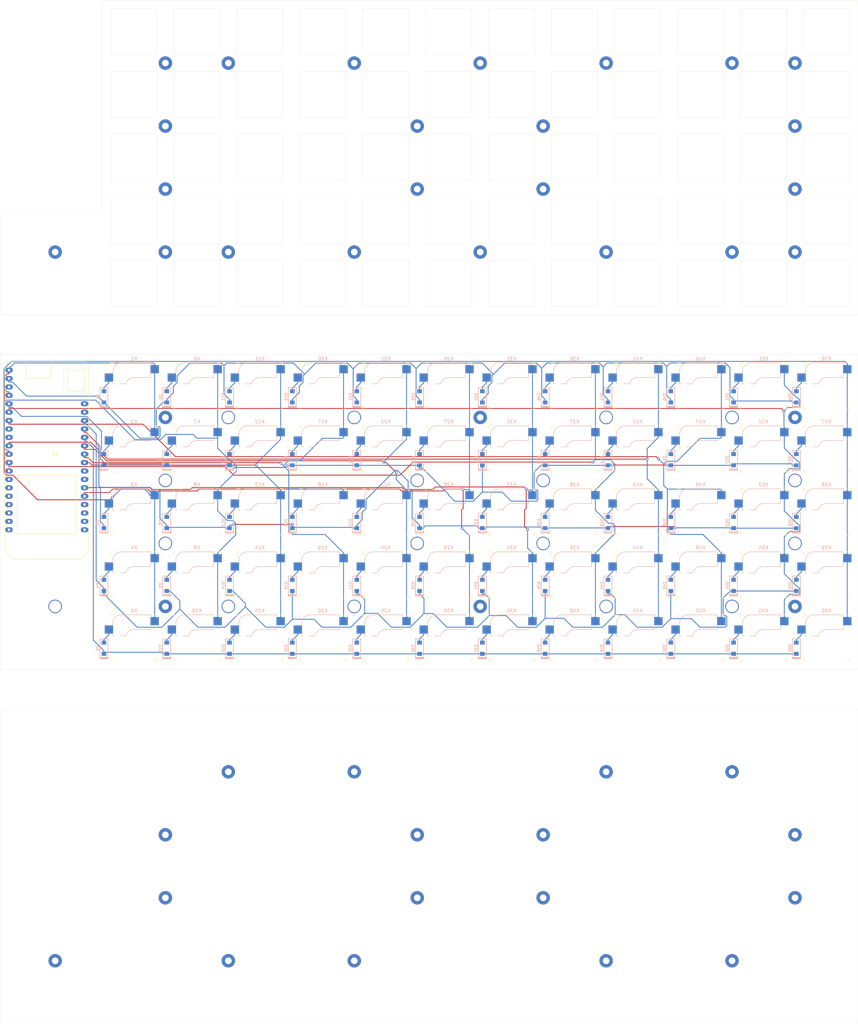
<source format=kicad_pcb>
(kicad_pcb (version 20171130) (host pcbnew 5.1.10)
  (layers (0 F.Cu signal) (31 B.Cu signal) (34 B.Paste user) (35 F.Paste user) (36 B.SilkS user) (37 F.SilkS user) (38 B.Mask user) (39 F.Mask user) (44 Edge.Cuts user))
  (net 0 "")
  (net 1 "Net-(U1-Pad34)")
  (net 2 "Net-(U1-Pad29)")
  (net 3 "Net-(U1-Pad28)")
  (net 4 "Net-(U1-Pad24)")
  (net 5 "Net-(U1-Pad23)")
  (net 6 "Net-(U1-Pad22)")
  (net 7 "Net-(U1-Pad21)")
  (net 8 "Net-(U1-Pad20)")
  (net 9 "Net-(U1-Pad19)")
  (net 10 "Net-(U1-Pad18)")
  (net 11 "Net-(U1-Pad17)")
  (net 12 "Net-(U1-Pad15)")
  (net 13 "Net-(U1-Pad8)")
  (net 14 "Net-(U1-Pad7)")
  (net 15 "Net-(U1-Pad4)")
  (net 16 "Net-(U1-Pad3)")
  (net 17 "Net-(U1-Pad2)")
  (net 18 "Net-(U1-Pad1)")
  (net 19 ROW0)
  (net 20 "Net-(D1-Pad2)")
  (net 21 ROW1)
  (net 22 "Net-(D2-Pad2)")
  (net 23 ROW2)
  (net 24 "Net-(D3-Pad2)")
  (net 25 ROW3)
  (net 26 "Net-(D4-Pad2)")
  (net 27 ROW4)
  (net 28 "Net-(D5-Pad2)")
  (net 29 "Net-(D6-Pad2)")
  (net 30 "Net-(D7-Pad2)")
  (net 31 "Net-(D8-Pad2)")
  (net 32 "Net-(D9-Pad2)")
  (net 33 "Net-(D10-Pad2)")
  (net 34 "Net-(D11-Pad2)")
  (net 35 "Net-(D12-Pad2)")
  (net 36 "Net-(D13-Pad2)")
  (net 37 "Net-(D14-Pad2)")
  (net 38 "Net-(D15-Pad2)")
  (net 39 "Net-(D16-Pad2)")
  (net 40 "Net-(D17-Pad2)")
  (net 41 "Net-(D18-Pad2)")
  (net 42 "Net-(D19-Pad2)")
  (net 43 "Net-(D20-Pad2)")
  (net 44 "Net-(D21-Pad2)")
  (net 45 "Net-(D22-Pad2)")
  (net 46 "Net-(D23-Pad2)")
  (net 47 "Net-(D24-Pad2)")
  (net 48 "Net-(D25-Pad2)")
  (net 49 "Net-(D26-Pad2)")
  (net 50 "Net-(D27-Pad2)")
  (net 51 "Net-(D28-Pad2)")
  (net 52 "Net-(D29-Pad2)")
  (net 53 "Net-(D30-Pad2)")
  (net 54 "Net-(D31-Pad2)")
  (net 55 "Net-(D32-Pad2)")
  (net 56 "Net-(D33-Pad2)")
  (net 57 "Net-(D34-Pad2)")
  (net 58 "Net-(D35-Pad2)")
  (net 59 "Net-(D36-Pad2)")
  (net 60 "Net-(D37-Pad2)")
  (net 61 "Net-(D38-Pad2)")
  (net 62 "Net-(D39-Pad2)")
  (net 63 "Net-(D40-Pad2)")
  (net 64 "Net-(D41-Pad2)")
  (net 65 "Net-(D42-Pad2)")
  (net 66 "Net-(D43-Pad2)")
  (net 67 "Net-(D44-Pad2)")
  (net 68 "Net-(D45-Pad2)")
  (net 69 "Net-(D46-Pad2)")
  (net 70 "Net-(D47-Pad2)")
  (net 71 "Net-(D48-Pad2)")
  (net 72 "Net-(D49-Pad2)")
  (net 73 "Net-(D50-Pad2)")
  (net 74 "Net-(D51-Pad2)")
  (net 75 "Net-(D52-Pad2)")
  (net 76 "Net-(D53-Pad2)")
  (net 77 "Net-(D54-Pad2)")
  (net 78 "Net-(D55-Pad2)")
  (net 79 "Net-(D56-Pad2)")
  (net 80 "Net-(D57-Pad2)")
  (net 81 "Net-(D58-Pad2)")
  (net 82 "Net-(D59-Pad2)")
  (net 83 "Net-(D60-Pad2)")
  (net 84 COL0)
  (net 85 COL1)
  (net 86 COL2)
  (net 87 COL3)
  (net 88 COL4)
  (net 89 COL5)
  (net 90 COL6)
  (net 91 COL7)
  (net 92 COL8)
  (net 93 COL9)
  (net 94 COL10)
  (net 95 COL11)
  (net 96 GND)
  (module keyboard_parts:D_SOD123 (layer B.Cu) (at 319.5 246 90)
    (fp_text reference D60 (at 0 -1.925 90) (layer B.SilkS) (effects (font (size 0.8 0.8)) (justify mirror)))
    (fp_text value D hide)
    (pad 1 smd rect (at -1.7 0 90) (size 1.2 1.4) (layers B.Cu B.Paste B.Mask) (net 27 ROW4))
    (pad 2 smd rect (at 1.7 0 90) (size 1.2 1.4) (layers B.Cu B.Paste B.Mask) (net 83 "Net-(D60-Pad2)"))
  )
  (module keyboard_parts:D_SOD123 (layer B.Cu) (at 319.5 227 90)
    (fp_text reference D59 (at 0 -1.925 90) (layer B.SilkS) (effects (font (size 0.8 0.8)) (justify mirror)))
    (fp_text value D hide)
    (pad 1 smd rect (at -1.7 0 90) (size 1.2 1.4) (layers B.Cu B.Paste B.Mask) (net 25 ROW3))
    (pad 2 smd rect (at 1.7 0 90) (size 1.2 1.4) (layers B.Cu B.Paste B.Mask) (net 82 "Net-(D59-Pad2)"))
  )
  (module keyboard_parts:D_SOD123 (layer B.Cu) (at 319.5 208 90)
    (fp_text reference D58 (at 0 -1.925 90) (layer B.SilkS) (effects (font (size 0.8 0.8)) (justify mirror)))
    (fp_text value D hide)
    (pad 1 smd rect (at -1.7 0 90) (size 1.2 1.4) (layers B.Cu B.Paste B.Mask) (net 23 ROW2))
    (pad 2 smd rect (at 1.7 0 90) (size 1.2 1.4) (layers B.Cu B.Paste B.Mask) (net 81 "Net-(D58-Pad2)"))
  )
  (module keyboard_parts:D_SOD123 (layer B.Cu) (at 319.5 189 90)
    (fp_text reference D57 (at 0 -1.925 90) (layer B.SilkS) (effects (font (size 0.8 0.8)) (justify mirror)))
    (fp_text value D hide)
    (pad 1 smd rect (at -1.7 0 90) (size 1.2 1.4) (layers B.Cu B.Paste B.Mask) (net 21 ROW1))
    (pad 2 smd rect (at 1.7 0 90) (size 1.2 1.4) (layers B.Cu B.Paste B.Mask) (net 80 "Net-(D57-Pad2)"))
  )
  (module keyboard_parts:D_SOD123 (layer B.Cu) (at 319.5 170 90)
    (fp_text reference D56 (at 0 -1.925 90) (layer B.SilkS) (effects (font (size 0.8 0.8)) (justify mirror)))
    (fp_text value D hide)
    (pad 1 smd rect (at -1.7 0 90) (size 1.2 1.4) (layers B.Cu B.Paste B.Mask) (net 19 ROW0))
    (pad 2 smd rect (at 1.7 0 90) (size 1.2 1.4) (layers B.Cu B.Paste B.Mask) (net 79 "Net-(D56-Pad2)"))
  )
  (module keyboard_parts:D_SOD123 (layer B.Cu) (at 300.5 246 90)
    (fp_text reference D55 (at 0 -1.925 90) (layer B.SilkS) (effects (font (size 0.8 0.8)) (justify mirror)))
    (fp_text value D hide)
    (pad 1 smd rect (at -1.7 0 90) (size 1.2 1.4) (layers B.Cu B.Paste B.Mask) (net 27 ROW4))
    (pad 2 smd rect (at 1.7 0 90) (size 1.2 1.4) (layers B.Cu B.Paste B.Mask) (net 78 "Net-(D55-Pad2)"))
  )
  (module keyboard_parts:D_SOD123 (layer B.Cu) (at 300.5 227 90)
    (fp_text reference D54 (at 0 -1.925 90) (layer B.SilkS) (effects (font (size 0.8 0.8)) (justify mirror)))
    (fp_text value D hide)
    (pad 1 smd rect (at -1.7 0 90) (size 1.2 1.4) (layers B.Cu B.Paste B.Mask) (net 25 ROW3))
    (pad 2 smd rect (at 1.7 0 90) (size 1.2 1.4) (layers B.Cu B.Paste B.Mask) (net 77 "Net-(D54-Pad2)"))
  )
  (module keyboard_parts:D_SOD123 (layer B.Cu) (at 300.5 208 90)
    (fp_text reference D53 (at 0 -1.925 90) (layer B.SilkS) (effects (font (size 0.8 0.8)) (justify mirror)))
    (fp_text value D hide)
    (pad 1 smd rect (at -1.7 0 90) (size 1.2 1.4) (layers B.Cu B.Paste B.Mask) (net 23 ROW2))
    (pad 2 smd rect (at 1.7 0 90) (size 1.2 1.4) (layers B.Cu B.Paste B.Mask) (net 76 "Net-(D53-Pad2)"))
  )
  (module keyboard_parts:D_SOD123 (layer B.Cu) (at 300.5 189 90)
    (fp_text reference D52 (at 0 -1.925 90) (layer B.SilkS) (effects (font (size 0.8 0.8)) (justify mirror)))
    (fp_text value D hide)
    (pad 1 smd rect (at -1.7 0 90) (size 1.2 1.4) (layers B.Cu B.Paste B.Mask) (net 21 ROW1))
    (pad 2 smd rect (at 1.7 0 90) (size 1.2 1.4) (layers B.Cu B.Paste B.Mask) (net 75 "Net-(D52-Pad2)"))
  )
  (module keyboard_parts:D_SOD123 (layer B.Cu) (at 300.5 170 90)
    (fp_text reference D51 (at 0 -1.925 90) (layer B.SilkS) (effects (font (size 0.8 0.8)) (justify mirror)))
    (fp_text value D hide)
    (pad 1 smd rect (at -1.7 0 90) (size 1.2 1.4) (layers B.Cu B.Paste B.Mask) (net 19 ROW0))
    (pad 2 smd rect (at 1.7 0 90) (size 1.2 1.4) (layers B.Cu B.Paste B.Mask) (net 74 "Net-(D51-Pad2)"))
  )
  (module keyboard_parts:D_SOD123 (layer B.Cu) (at 281.5 246 90)
    (fp_text reference D50 (at 0 -1.925 90) (layer B.SilkS) (effects (font (size 0.8 0.8)) (justify mirror)))
    (fp_text value D hide)
    (pad 1 smd rect (at -1.7 0 90) (size 1.2 1.4) (layers B.Cu B.Paste B.Mask) (net 27 ROW4))
    (pad 2 smd rect (at 1.7 0 90) (size 1.2 1.4) (layers B.Cu B.Paste B.Mask) (net 73 "Net-(D50-Pad2)"))
  )
  (module keyboard_parts:D_SOD123 (layer B.Cu) (at 281.5 227 90)
    (fp_text reference D49 (at 0 -1.925 90) (layer B.SilkS) (effects (font (size 0.8 0.8)) (justify mirror)))
    (fp_text value D hide)
    (pad 1 smd rect (at -1.7 0 90) (size 1.2 1.4) (layers B.Cu B.Paste B.Mask) (net 25 ROW3))
    (pad 2 smd rect (at 1.7 0 90) (size 1.2 1.4) (layers B.Cu B.Paste B.Mask) (net 72 "Net-(D49-Pad2)"))
  )
  (module keyboard_parts:D_SOD123 (layer B.Cu) (at 281.5 208 90)
    (fp_text reference D48 (at 0 -1.925 90) (layer B.SilkS) (effects (font (size 0.8 0.8)) (justify mirror)))
    (fp_text value D hide)
    (pad 1 smd rect (at -1.7 0 90) (size 1.2 1.4) (layers B.Cu B.Paste B.Mask) (net 23 ROW2))
    (pad 2 smd rect (at 1.7 0 90) (size 1.2 1.4) (layers B.Cu B.Paste B.Mask) (net 71 "Net-(D48-Pad2)"))
  )
  (module keyboard_parts:D_SOD123 (layer B.Cu) (at 281.5 189 90)
    (fp_text reference D47 (at 0 -1.925 90) (layer B.SilkS) (effects (font (size 0.8 0.8)) (justify mirror)))
    (fp_text value D hide)
    (pad 1 smd rect (at -1.7 0 90) (size 1.2 1.4) (layers B.Cu B.Paste B.Mask) (net 21 ROW1))
    (pad 2 smd rect (at 1.7 0 90) (size 1.2 1.4) (layers B.Cu B.Paste B.Mask) (net 70 "Net-(D47-Pad2)"))
  )
  (module keyboard_parts:D_SOD123 (layer B.Cu) (at 281.5 170 90)
    (fp_text reference D46 (at 0 -1.925 90) (layer B.SilkS) (effects (font (size 0.8 0.8)) (justify mirror)))
    (fp_text value D hide)
    (pad 1 smd rect (at -1.7 0 90) (size 1.2 1.4) (layers B.Cu B.Paste B.Mask) (net 19 ROW0))
    (pad 2 smd rect (at 1.7 0 90) (size 1.2 1.4) (layers B.Cu B.Paste B.Mask) (net 69 "Net-(D46-Pad2)"))
  )
  (module keyboard_parts:D_SOD123 (layer B.Cu) (at 262.5 246 90)
    (fp_text reference D45 (at 0 -1.925 90) (layer B.SilkS) (effects (font (size 0.8 0.8)) (justify mirror)))
    (fp_text value D hide)
    (pad 1 smd rect (at -1.7 0 90) (size 1.2 1.4) (layers B.Cu B.Paste B.Mask) (net 27 ROW4))
    (pad 2 smd rect (at 1.7 0 90) (size 1.2 1.4) (layers B.Cu B.Paste B.Mask) (net 68 "Net-(D45-Pad2)"))
  )
  (module keyboard_parts:D_SOD123 (layer B.Cu) (at 262.5 227 90)
    (fp_text reference D44 (at 0 -1.925 90) (layer B.SilkS) (effects (font (size 0.8 0.8)) (justify mirror)))
    (fp_text value D hide)
    (pad 1 smd rect (at -1.7 0 90) (size 1.2 1.4) (layers B.Cu B.Paste B.Mask) (net 25 ROW3))
    (pad 2 smd rect (at 1.7 0 90) (size 1.2 1.4) (layers B.Cu B.Paste B.Mask) (net 67 "Net-(D44-Pad2)"))
  )
  (module keyboard_parts:D_SOD123 (layer B.Cu) (at 262.5 208 90)
    (fp_text reference D43 (at 0 -1.925 90) (layer B.SilkS) (effects (font (size 0.8 0.8)) (justify mirror)))
    (fp_text value D hide)
    (pad 1 smd rect (at -1.7 0 90) (size 1.2 1.4) (layers B.Cu B.Paste B.Mask) (net 23 ROW2))
    (pad 2 smd rect (at 1.7 0 90) (size 1.2 1.4) (layers B.Cu B.Paste B.Mask) (net 66 "Net-(D43-Pad2)"))
  )
  (module keyboard_parts:D_SOD123 (layer B.Cu) (at 262.5 189 90)
    (fp_text reference D42 (at 0 -1.925 90) (layer B.SilkS) (effects (font (size 0.8 0.8)) (justify mirror)))
    (fp_text value D hide)
    (pad 1 smd rect (at -1.7 0 90) (size 1.2 1.4) (layers B.Cu B.Paste B.Mask) (net 21 ROW1))
    (pad 2 smd rect (at 1.7 0 90) (size 1.2 1.4) (layers B.Cu B.Paste B.Mask) (net 65 "Net-(D42-Pad2)"))
  )
  (module keyboard_parts:D_SOD123 (layer B.Cu) (at 262.5 170 90)
    (fp_text reference D41 (at 0 -1.925 90) (layer B.SilkS) (effects (font (size 0.8 0.8)) (justify mirror)))
    (fp_text value D hide)
    (pad 1 smd rect (at -1.7 0 90) (size 1.2 1.4) (layers B.Cu B.Paste B.Mask) (net 19 ROW0))
    (pad 2 smd rect (at 1.7 0 90) (size 1.2 1.4) (layers B.Cu B.Paste B.Mask) (net 64 "Net-(D41-Pad2)"))
  )
  (module keyboard_parts:D_SOD123 (layer B.Cu) (at 243.5 246 90)
    (fp_text reference D40 (at 0 -1.925 90) (layer B.SilkS) (effects (font (size 0.8 0.8)) (justify mirror)))
    (fp_text value D hide)
    (pad 1 smd rect (at -1.7 0 90) (size 1.2 1.4) (layers B.Cu B.Paste B.Mask) (net 27 ROW4))
    (pad 2 smd rect (at 1.7 0 90) (size 1.2 1.4) (layers B.Cu B.Paste B.Mask) (net 63 "Net-(D40-Pad2)"))
  )
  (module keyboard_parts:D_SOD123 (layer B.Cu) (at 243.5 227 90)
    (fp_text reference D39 (at 0 -1.925 90) (layer B.SilkS) (effects (font (size 0.8 0.8)) (justify mirror)))
    (fp_text value D hide)
    (pad 1 smd rect (at -1.7 0 90) (size 1.2 1.4) (layers B.Cu B.Paste B.Mask) (net 25 ROW3))
    (pad 2 smd rect (at 1.7 0 90) (size 1.2 1.4) (layers B.Cu B.Paste B.Mask) (net 62 "Net-(D39-Pad2)"))
  )
  (module keyboard_parts:D_SOD123 (layer B.Cu) (at 243.5 208 90)
    (fp_text reference D38 (at 0 -1.925 90) (layer B.SilkS) (effects (font (size 0.8 0.8)) (justify mirror)))
    (fp_text value D hide)
    (pad 1 smd rect (at -1.7 0 90) (size 1.2 1.4) (layers B.Cu B.Paste B.Mask) (net 23 ROW2))
    (pad 2 smd rect (at 1.7 0 90) (size 1.2 1.4) (layers B.Cu B.Paste B.Mask) (net 61 "Net-(D38-Pad2)"))
  )
  (module keyboard_parts:D_SOD123 (layer B.Cu) (at 243.5 189 90)
    (fp_text reference D37 (at 0 -1.925 90) (layer B.SilkS) (effects (font (size 0.8 0.8)) (justify mirror)))
    (fp_text value D hide)
    (pad 1 smd rect (at -1.7 0 90) (size 1.2 1.4) (layers B.Cu B.Paste B.Mask) (net 21 ROW1))
    (pad 2 smd rect (at 1.7 0 90) (size 1.2 1.4) (layers B.Cu B.Paste B.Mask) (net 60 "Net-(D37-Pad2)"))
  )
  (module keyboard_parts:D_SOD123 (layer B.Cu) (at 243.5 170 90)
    (fp_text reference D36 (at 0 -1.925 90) (layer B.SilkS) (effects (font (size 0.8 0.8)) (justify mirror)))
    (fp_text value D hide)
    (pad 1 smd rect (at -1.7 0 90) (size 1.2 1.4) (layers B.Cu B.Paste B.Mask) (net 19 ROW0))
    (pad 2 smd rect (at 1.7 0 90) (size 1.2 1.4) (layers B.Cu B.Paste B.Mask) (net 59 "Net-(D36-Pad2)"))
  )
  (module keyboard_parts:D_SOD123 (layer B.Cu) (at 224.5 246 90)
    (fp_text reference D35 (at 0 -1.925 90) (layer B.SilkS) (effects (font (size 0.8 0.8)) (justify mirror)))
    (fp_text value D hide)
    (pad 1 smd rect (at -1.7 0 90) (size 1.2 1.4) (layers B.Cu B.Paste B.Mask) (net 27 ROW4))
    (pad 2 smd rect (at 1.7 0 90) (size 1.2 1.4) (layers B.Cu B.Paste B.Mask) (net 58 "Net-(D35-Pad2)"))
  )
  (module keyboard_parts:D_SOD123 (layer B.Cu) (at 224.5 227 90)
    (fp_text reference D34 (at 0 -1.925 90) (layer B.SilkS) (effects (font (size 0.8 0.8)) (justify mirror)))
    (fp_text value D hide)
    (pad 1 smd rect (at -1.7 0 90) (size 1.2 1.4) (layers B.Cu B.Paste B.Mask) (net 25 ROW3))
    (pad 2 smd rect (at 1.7 0 90) (size 1.2 1.4) (layers B.Cu B.Paste B.Mask) (net 57 "Net-(D34-Pad2)"))
  )
  (module keyboard_parts:D_SOD123 (layer B.Cu) (at 224.5 208 90)
    (fp_text reference D33 (at 0 -1.925 90) (layer B.SilkS) (effects (font (size 0.8 0.8)) (justify mirror)))
    (fp_text value D hide)
    (pad 1 smd rect (at -1.7 0 90) (size 1.2 1.4) (layers B.Cu B.Paste B.Mask) (net 23 ROW2))
    (pad 2 smd rect (at 1.7 0 90) (size 1.2 1.4) (layers B.Cu B.Paste B.Mask) (net 56 "Net-(D33-Pad2)"))
  )
  (module keyboard_parts:D_SOD123 (layer B.Cu) (at 224.5 189 90)
    (fp_text reference D32 (at 0 -1.925 90) (layer B.SilkS) (effects (font (size 0.8 0.8)) (justify mirror)))
    (fp_text value D hide)
    (pad 1 smd rect (at -1.7 0 90) (size 1.2 1.4) (layers B.Cu B.Paste B.Mask) (net 21 ROW1))
    (pad 2 smd rect (at 1.7 0 90) (size 1.2 1.4) (layers B.Cu B.Paste B.Mask) (net 55 "Net-(D32-Pad2)"))
  )
  (module keyboard_parts:D_SOD123 (layer B.Cu) (at 224.5 170 90)
    (fp_text reference D31 (at 0 -1.925 90) (layer B.SilkS) (effects (font (size 0.8 0.8)) (justify mirror)))
    (fp_text value D hide)
    (pad 1 smd rect (at -1.7 0 90) (size 1.2 1.4) (layers B.Cu B.Paste B.Mask) (net 19 ROW0))
    (pad 2 smd rect (at 1.7 0 90) (size 1.2 1.4) (layers B.Cu B.Paste B.Mask) (net 54 "Net-(D31-Pad2)"))
  )
  (module keyboard_parts:D_SOD123 (layer B.Cu) (at 205.5 246 90)
    (fp_text reference D30 (at 0 -1.925 90) (layer B.SilkS) (effects (font (size 0.8 0.8)) (justify mirror)))
    (fp_text value D hide)
    (pad 1 smd rect (at -1.7 0 90) (size 1.2 1.4) (layers B.Cu B.Paste B.Mask) (net 27 ROW4))
    (pad 2 smd rect (at 1.7 0 90) (size 1.2 1.4) (layers B.Cu B.Paste B.Mask) (net 53 "Net-(D30-Pad2)"))
  )
  (module keyboard_parts:D_SOD123 (layer B.Cu) (at 205.5 227 90)
    (fp_text reference D29 (at 0 -1.925 90) (layer B.SilkS) (effects (font (size 0.8 0.8)) (justify mirror)))
    (fp_text value D hide)
    (pad 1 smd rect (at -1.7 0 90) (size 1.2 1.4) (layers B.Cu B.Paste B.Mask) (net 25 ROW3))
    (pad 2 smd rect (at 1.7 0 90) (size 1.2 1.4) (layers B.Cu B.Paste B.Mask) (net 52 "Net-(D29-Pad2)"))
  )
  (module keyboard_parts:D_SOD123 (layer B.Cu) (at 205.5 208 90)
    (fp_text reference D28 (at 0 -1.925 90) (layer B.SilkS) (effects (font (size 0.8 0.8)) (justify mirror)))
    (fp_text value D hide)
    (pad 1 smd rect (at -1.7 0 90) (size 1.2 1.4) (layers B.Cu B.Paste B.Mask) (net 23 ROW2))
    (pad 2 smd rect (at 1.7 0 90) (size 1.2 1.4) (layers B.Cu B.Paste B.Mask) (net 51 "Net-(D28-Pad2)"))
  )
  (module keyboard_parts:D_SOD123 (layer B.Cu) (at 205.5 189 90)
    (fp_text reference D27 (at 0 -1.925 90) (layer B.SilkS) (effects (font (size 0.8 0.8)) (justify mirror)))
    (fp_text value D hide)
    (pad 1 smd rect (at -1.7 0 90) (size 1.2 1.4) (layers B.Cu B.Paste B.Mask) (net 21 ROW1))
    (pad 2 smd rect (at 1.7 0 90) (size 1.2 1.4) (layers B.Cu B.Paste B.Mask) (net 50 "Net-(D27-Pad2)"))
  )
  (module keyboard_parts:D_SOD123 (layer B.Cu) (at 205.5 170 90)
    (fp_text reference D26 (at 0 -1.925 90) (layer B.SilkS) (effects (font (size 0.8 0.8)) (justify mirror)))
    (fp_text value D hide)
    (pad 1 smd rect (at -1.7 0 90) (size 1.2 1.4) (layers B.Cu B.Paste B.Mask) (net 19 ROW0))
    (pad 2 smd rect (at 1.7 0 90) (size 1.2 1.4) (layers B.Cu B.Paste B.Mask) (net 49 "Net-(D26-Pad2)"))
  )
  (module keyboard_parts:D_SOD123 (layer B.Cu) (at 186.5 246 90)
    (fp_text reference D25 (at 0 -1.925 90) (layer B.SilkS) (effects (font (size 0.8 0.8)) (justify mirror)))
    (fp_text value D hide)
    (pad 1 smd rect (at -1.7 0 90) (size 1.2 1.4) (layers B.Cu B.Paste B.Mask) (net 27 ROW4))
    (pad 2 smd rect (at 1.7 0 90) (size 1.2 1.4) (layers B.Cu B.Paste B.Mask) (net 48 "Net-(D25-Pad2)"))
  )
  (module keyboard_parts:D_SOD123 (layer B.Cu) (at 186.5 227 90)
    (fp_text reference D24 (at 0 -1.925 90) (layer B.SilkS) (effects (font (size 0.8 0.8)) (justify mirror)))
    (fp_text value D hide)
    (pad 1 smd rect (at -1.7 0 90) (size 1.2 1.4) (layers B.Cu B.Paste B.Mask) (net 25 ROW3))
    (pad 2 smd rect (at 1.7 0 90) (size 1.2 1.4) (layers B.Cu B.Paste B.Mask) (net 47 "Net-(D24-Pad2)"))
  )
  (module keyboard_parts:D_SOD123 (layer B.Cu) (at 186.5 208 90)
    (fp_text reference D23 (at 0 -1.925 90) (layer B.SilkS) (effects (font (size 0.8 0.8)) (justify mirror)))
    (fp_text value D hide)
    (pad 1 smd rect (at -1.7 0 90) (size 1.2 1.4) (layers B.Cu B.Paste B.Mask) (net 23 ROW2))
    (pad 2 smd rect (at 1.7 0 90) (size 1.2 1.4) (layers B.Cu B.Paste B.Mask) (net 46 "Net-(D23-Pad2)"))
  )
  (module keyboard_parts:D_SOD123 (layer B.Cu) (at 186.5 189 90)
    (fp_text reference D22 (at 0 -1.925 90) (layer B.SilkS) (effects (font (size 0.8 0.8)) (justify mirror)))
    (fp_text value D hide)
    (pad 1 smd rect (at -1.7 0 90) (size 1.2 1.4) (layers B.Cu B.Paste B.Mask) (net 21 ROW1))
    (pad 2 smd rect (at 1.7 0 90) (size 1.2 1.4) (layers B.Cu B.Paste B.Mask) (net 45 "Net-(D22-Pad2)"))
  )
  (module keyboard_parts:D_SOD123 (layer B.Cu) (at 186.5 170 90)
    (fp_text reference D21 (at 0 -1.925 90) (layer B.SilkS) (effects (font (size 0.8 0.8)) (justify mirror)))
    (fp_text value D hide)
    (pad 1 smd rect (at -1.7 0 90) (size 1.2 1.4) (layers B.Cu B.Paste B.Mask) (net 19 ROW0))
    (pad 2 smd rect (at 1.7 0 90) (size 1.2 1.4) (layers B.Cu B.Paste B.Mask) (net 44 "Net-(D21-Pad2)"))
  )
  (module keyboard_parts:D_SOD123 (layer B.Cu) (at 167 246 90)
    (fp_text reference D20 (at 0 -1.925 90) (layer B.SilkS) (effects (font (size 0.8 0.8)) (justify mirror)))
    (fp_text value D hide)
    (pad 1 smd rect (at -1.7 0 90) (size 1.2 1.4) (layers B.Cu B.Paste B.Mask) (net 27 ROW4))
    (pad 2 smd rect (at 1.7 0 90) (size 1.2 1.4) (layers B.Cu B.Paste B.Mask) (net 43 "Net-(D20-Pad2)"))
  )
  (module keyboard_parts:D_SOD123 (layer B.Cu) (at 167 227 90)
    (fp_text reference D19 (at 0 -1.925 90) (layer B.SilkS) (effects (font (size 0.8 0.8)) (justify mirror)))
    (fp_text value D hide)
    (pad 1 smd rect (at -1.7 0 90) (size 1.2 1.4) (layers B.Cu B.Paste B.Mask) (net 25 ROW3))
    (pad 2 smd rect (at 1.7 0 90) (size 1.2 1.4) (layers B.Cu B.Paste B.Mask) (net 42 "Net-(D19-Pad2)"))
  )
  (module keyboard_parts:D_SOD123 (layer B.Cu) (at 167 208 90)
    (fp_text reference D18 (at 0 -1.925 90) (layer B.SilkS) (effects (font (size 0.8 0.8)) (justify mirror)))
    (fp_text value D hide)
    (pad 1 smd rect (at -1.7 0 90) (size 1.2 1.4) (layers B.Cu B.Paste B.Mask) (net 23 ROW2))
    (pad 2 smd rect (at 1.7 0 90) (size 1.2 1.4) (layers B.Cu B.Paste B.Mask) (net 41 "Net-(D18-Pad2)"))
  )
  (module keyboard_parts:D_SOD123 (layer B.Cu) (at 167 189 90)
    (fp_text reference D17 (at 0 -1.925 90) (layer B.SilkS) (effects (font (size 0.8 0.8)) (justify mirror)))
    (fp_text value D hide)
    (pad 1 smd rect (at -1.7 0 90) (size 1.2 1.4) (layers B.Cu B.Paste B.Mask) (net 21 ROW1))
    (pad 2 smd rect (at 1.7 0 90) (size 1.2 1.4) (layers B.Cu B.Paste B.Mask) (net 40 "Net-(D17-Pad2)"))
  )
  (module keyboard_parts:D_SOD123 (layer B.Cu) (at 167 170 90)
    (fp_text reference D16 (at 0 -1.925 90) (layer B.SilkS) (effects (font (size 0.8 0.8)) (justify mirror)))
    (fp_text value D hide)
    (pad 1 smd rect (at -1.7 0 90) (size 1.2 1.4) (layers B.Cu B.Paste B.Mask) (net 19 ROW0))
    (pad 2 smd rect (at 1.7 0 90) (size 1.2 1.4) (layers B.Cu B.Paste B.Mask) (net 39 "Net-(D16-Pad2)"))
  )
  (module keyboard_parts:D_SOD123 (layer B.Cu) (at 148 246 90)
    (fp_text reference D15 (at 0 -1.925 90) (layer B.SilkS) (effects (font (size 0.8 0.8)) (justify mirror)))
    (fp_text value D hide)
    (pad 1 smd rect (at -1.7 0 90) (size 1.2 1.4) (layers B.Cu B.Paste B.Mask) (net 27 ROW4))
    (pad 2 smd rect (at 1.7 0 90) (size 1.2 1.4) (layers B.Cu B.Paste B.Mask) (net 38 "Net-(D15-Pad2)"))
  )
  (module keyboard_parts:D_SOD123 (layer B.Cu) (at 148 227 90)
    (fp_text reference D14 (at 0 -1.925 90) (layer B.SilkS) (effects (font (size 0.8 0.8)) (justify mirror)))
    (fp_text value D hide)
    (pad 1 smd rect (at -1.7 0 90) (size 1.2 1.4) (layers B.Cu B.Paste B.Mask) (net 25 ROW3))
    (pad 2 smd rect (at 1.7 0 90) (size 1.2 1.4) (layers B.Cu B.Paste B.Mask) (net 37 "Net-(D14-Pad2)"))
  )
  (module keyboard_parts:D_SOD123 (layer B.Cu) (at 148 208 90)
    (fp_text reference D13 (at 0 -1.925 90) (layer B.SilkS) (effects (font (size 0.8 0.8)) (justify mirror)))
    (fp_text value D hide)
    (pad 1 smd rect (at -1.7 0 90) (size 1.2 1.4) (layers B.Cu B.Paste B.Mask) (net 23 ROW2))
    (pad 2 smd rect (at 1.7 0 90) (size 1.2 1.4) (layers B.Cu B.Paste B.Mask) (net 36 "Net-(D13-Pad2)"))
  )
  (module keyboard_parts:D_SOD123 (layer B.Cu) (at 148 189 90)
    (fp_text reference D12 (at 0 -1.925 90) (layer B.SilkS) (effects (font (size 0.8 0.8)) (justify mirror)))
    (fp_text value D hide)
    (pad 1 smd rect (at -1.7 0 90) (size 1.2 1.4) (layers B.Cu B.Paste B.Mask) (net 21 ROW1))
    (pad 2 smd rect (at 1.7 0 90) (size 1.2 1.4) (layers B.Cu B.Paste B.Mask) (net 35 "Net-(D12-Pad2)"))
  )
  (module keyboard_parts:D_SOD123 (layer B.Cu) (at 148 170 90)
    (fp_text reference D11 (at 0 -1.925 90) (layer B.SilkS) (effects (font (size 0.8 0.8)) (justify mirror)))
    (fp_text value D hide)
    (pad 1 smd rect (at -1.7 0 90) (size 1.2 1.4) (layers B.Cu B.Paste B.Mask) (net 19 ROW0))
    (pad 2 smd rect (at 1.7 0 90) (size 1.2 1.4) (layers B.Cu B.Paste B.Mask) (net 34 "Net-(D11-Pad2)"))
  )
  (module keyboard_parts:D_SOD123 (layer B.Cu) (at 129 246 90)
    (fp_text reference D10 (at 0 -1.925 90) (layer B.SilkS) (effects (font (size 0.8 0.8)) (justify mirror)))
    (fp_text value D hide)
    (pad 1 smd rect (at -1.7 0 90) (size 1.2 1.4) (layers B.Cu B.Paste B.Mask) (net 27 ROW4))
    (pad 2 smd rect (at 1.7 0 90) (size 1.2 1.4) (layers B.Cu B.Paste B.Mask) (net 33 "Net-(D10-Pad2)"))
  )
  (module keyboard_parts:D_SOD123 (layer B.Cu) (at 129 227 90)
    (fp_text reference D9 (at 0 -1.925 90) (layer B.SilkS) (effects (font (size 0.8 0.8)) (justify mirror)))
    (fp_text value D hide)
    (pad 1 smd rect (at -1.7 0 90) (size 1.2 1.4) (layers B.Cu B.Paste B.Mask) (net 25 ROW3))
    (pad 2 smd rect (at 1.7 0 90) (size 1.2 1.4) (layers B.Cu B.Paste B.Mask) (net 32 "Net-(D9-Pad2)"))
  )
  (module keyboard_parts:D_SOD123 (layer B.Cu) (at 129 208 90)
    (fp_text reference D8 (at 0 -1.925 90) (layer B.SilkS) (effects (font (size 0.8 0.8)) (justify mirror)))
    (fp_text value D hide)
    (pad 1 smd rect (at -1.7 0 90) (size 1.2 1.4) (layers B.Cu B.Paste B.Mask) (net 23 ROW2))
    (pad 2 smd rect (at 1.7 0 90) (size 1.2 1.4) (layers B.Cu B.Paste B.Mask) (net 31 "Net-(D8-Pad2)"))
  )
  (module keyboard_parts:D_SOD123 (layer B.Cu) (at 129 189 90)
    (fp_text reference D7 (at 0 -1.925 90) (layer B.SilkS) (effects (font (size 0.8 0.8)) (justify mirror)))
    (fp_text value D hide)
    (pad 1 smd rect (at -1.7 0 90) (size 1.2 1.4) (layers B.Cu B.Paste B.Mask) (net 21 ROW1))
    (pad 2 smd rect (at 1.7 0 90) (size 1.2 1.4) (layers B.Cu B.Paste B.Mask) (net 30 "Net-(D7-Pad2)"))
  )
  (module keyboard_parts:D_SOD123 (layer B.Cu) (at 129 170 90)
    (fp_text reference D6 (at 0 -1.925 90) (layer B.SilkS) (effects (font (size 0.8 0.8)) (justify mirror)))
    (fp_text value D hide)
    (pad 1 smd rect (at -1.7 0 90) (size 1.2 1.4) (layers B.Cu B.Paste B.Mask) (net 19 ROW0))
    (pad 2 smd rect (at 1.7 0 90) (size 1.2 1.4) (layers B.Cu B.Paste B.Mask) (net 29 "Net-(D6-Pad2)"))
  )
  (module keyboard_parts:D_SOD123 (layer B.Cu) (at 110 246 90)
    (fp_text reference D5 (at 0 -1.925 90) (layer B.SilkS) (effects (font (size 0.8 0.8)) (justify mirror)))
    (fp_text value D hide)
    (pad 1 smd rect (at -1.7 0 90) (size 1.2 1.4) (layers B.Cu B.Paste B.Mask) (net 27 ROW4))
    (pad 2 smd rect (at 1.7 0 90) (size 1.2 1.4) (layers B.Cu B.Paste B.Mask) (net 28 "Net-(D5-Pad2)"))
  )
  (module keyboard_parts:D_SOD123 (layer B.Cu) (at 110 227 90)
    (fp_text reference D4 (at 0 -1.925 90) (layer B.SilkS) (effects (font (size 0.8 0.8)) (justify mirror)))
    (fp_text value D hide)
    (pad 1 smd rect (at -1.7 0 90) (size 1.2 1.4) (layers B.Cu B.Paste B.Mask) (net 25 ROW3))
    (pad 2 smd rect (at 1.7 0 90) (size 1.2 1.4) (layers B.Cu B.Paste B.Mask) (net 26 "Net-(D4-Pad2)"))
  )
  (module keyboard_parts:D_SOD123 (layer B.Cu) (at 110 208 90)
    (fp_text reference D3 (at 0 -1.925 90) (layer B.SilkS) (effects (font (size 0.8 0.8)) (justify mirror)))
    (fp_text value D hide)
    (pad 1 smd rect (at -1.7 0 90) (size 1.2 1.4) (layers B.Cu B.Paste B.Mask) (net 23 ROW2))
    (pad 2 smd rect (at 1.7 0 90) (size 1.2 1.4) (layers B.Cu B.Paste B.Mask) (net 24 "Net-(D3-Pad2)"))
  )
  (module keyboard_parts:D_SOD123 (layer B.Cu) (at 110 189 90)
    (fp_text reference D2 (at 0 -1.925 90) (layer B.SilkS) (effects (font (size 0.8 0.8)) (justify mirror)))
    (fp_text value D hide)
    (pad 1 smd rect (at -1.7 0 90) (size 1.2 1.4) (layers B.Cu B.Paste B.Mask) (net 21 ROW1))
    (pad 2 smd rect (at 1.7 0 90) (size 1.2 1.4) (layers B.Cu B.Paste B.Mask) (net 22 "Net-(D2-Pad2)"))
  )
  (module keyboard_parts:D_SOD123 (layer B.Cu) (at 110 170 90)
    (fp_text reference D1 (at 0 -1.925 90) (layer B.SilkS) (effects (font (size 0.8 0.8)) (justify mirror)))
    (fp_text value D hide)
    (pad 1 smd rect (at -1.7 0 90) (size 1.2 1.4) (layers B.Cu B.Paste B.Mask) (net 19 ROW0))
    (pad 2 smd rect (at 1.7 0 90) (size 1.2 1.4) (layers B.Cu B.Paste B.Mask) (net 20 "Net-(D1-Pad2)"))
  )
  (module keyswitches:Kailh_socket_MX (layer F.Cu) (at 328.612 242.888)
    (fp_text reference K60 (at 0 -8.255) (layer B.SilkS) (effects (justify mirror)))
    (fp_text value KEYSW)
    (pad 2 smd rect (at -7.56 -2.54) (size 2.55 2.5) (layers B.Cu B.Paste B.Mask) (net 83 "Net-(D60-Pad2)"))
    (pad "" np_thru_hole circle (at -5.08 0) (size 1.7018 1.7018) (drill 1.7018) (layers *.Cu *.Mask))
    (pad "" np_thru_hole circle (at 5.08 0) (size 1.7018 1.7018) (drill 1.7018) (layers *.Cu *.Mask))
    (pad "" np_thru_hole circle (at 0 0) (size 3.9878 3.9878) (drill 3.9878) (layers *.Cu *.Mask))
    (pad "" np_thru_hole circle (at -3.81 -2.54) (size 3 3) (drill 3) (layers *.Cu *.Mask))
    (pad "" np_thru_hole circle (at 2.54 -5.08) (size 3 3) (drill 3) (layers *.Cu *.Mask))
    (pad 1 smd rect (at 6.29 -5.08) (size 2.55 2.5) (layers B.Cu B.Paste B.Mask) (net 95 COL11))
  )
  (module keyswitches:Kailh_socket_MX (layer F.Cu) (at 328.612 223.838)
    (fp_text reference K59 (at 0 -8.255) (layer B.SilkS) (effects (justify mirror)))
    (fp_text value KEYSW)
    (pad 2 smd rect (at -7.56 -2.54) (size 2.55 2.5) (layers B.Cu B.Paste B.Mask) (net 82 "Net-(D59-Pad2)"))
    (pad "" np_thru_hole circle (at -5.08 0) (size 1.7018 1.7018) (drill 1.7018) (layers *.Cu *.Mask))
    (pad "" np_thru_hole circle (at 5.08 0) (size 1.7018 1.7018) (drill 1.7018) (layers *.Cu *.Mask))
    (pad "" np_thru_hole circle (at 0 0) (size 3.9878 3.9878) (drill 3.9878) (layers *.Cu *.Mask))
    (pad "" np_thru_hole circle (at -3.81 -2.54) (size 3 3) (drill 3) (layers *.Cu *.Mask))
    (pad "" np_thru_hole circle (at 2.54 -5.08) (size 3 3) (drill 3) (layers *.Cu *.Mask))
    (pad 1 smd rect (at 6.29 -5.08) (size 2.55 2.5) (layers B.Cu B.Paste B.Mask) (net 95 COL11))
  )
  (module keyswitches:Kailh_socket_MX (layer F.Cu) (at 328.612 204.788)
    (fp_text reference K58 (at 0 -8.255) (layer B.SilkS) (effects (justify mirror)))
    (fp_text value KEYSW)
    (pad 2 smd rect (at -7.56 -2.54) (size 2.55 2.5) (layers B.Cu B.Paste B.Mask) (net 81 "Net-(D58-Pad2)"))
    (pad "" np_thru_hole circle (at -5.08 0) (size 1.7018 1.7018) (drill 1.7018) (layers *.Cu *.Mask))
    (pad "" np_thru_hole circle (at 5.08 0) (size 1.7018 1.7018) (drill 1.7018) (layers *.Cu *.Mask))
    (pad "" np_thru_hole circle (at 0 0) (size 3.9878 3.9878) (drill 3.9878) (layers *.Cu *.Mask))
    (pad "" np_thru_hole circle (at -3.81 -2.54) (size 3 3) (drill 3) (layers *.Cu *.Mask))
    (pad "" np_thru_hole circle (at 2.54 -5.08) (size 3 3) (drill 3) (layers *.Cu *.Mask))
    (pad 1 smd rect (at 6.29 -5.08) (size 2.55 2.5) (layers B.Cu B.Paste B.Mask) (net 95 COL11))
  )
  (module keyswitches:Kailh_socket_MX (layer F.Cu) (at 328.612 185.738)
    (fp_text reference K57 (at 0 -8.255) (layer B.SilkS) (effects (justify mirror)))
    (fp_text value KEYSW)
    (pad 2 smd rect (at -7.56 -2.54) (size 2.55 2.5) (layers B.Cu B.Paste B.Mask) (net 80 "Net-(D57-Pad2)"))
    (pad "" np_thru_hole circle (at -5.08 0) (size 1.7018 1.7018) (drill 1.7018) (layers *.Cu *.Mask))
    (pad "" np_thru_hole circle (at 5.08 0) (size 1.7018 1.7018) (drill 1.7018) (layers *.Cu *.Mask))
    (pad "" np_thru_hole circle (at 0 0) (size 3.9878 3.9878) (drill 3.9878) (layers *.Cu *.Mask))
    (pad "" np_thru_hole circle (at -3.81 -2.54) (size 3 3) (drill 3) (layers *.Cu *.Mask))
    (pad "" np_thru_hole circle (at 2.54 -5.08) (size 3 3) (drill 3) (layers *.Cu *.Mask))
    (pad 1 smd rect (at 6.29 -5.08) (size 2.55 2.5) (layers B.Cu B.Paste B.Mask) (net 95 COL11))
  )
  (module keyswitches:Kailh_socket_MX (layer F.Cu) (at 328.612 166.688)
    (fp_text reference K56 (at 0 -8.255) (layer B.SilkS) (effects (justify mirror)))
    (fp_text value KEYSW)
    (pad 2 smd rect (at -7.56 -2.54) (size 2.55 2.5) (layers B.Cu B.Paste B.Mask) (net 79 "Net-(D56-Pad2)"))
    (pad "" np_thru_hole circle (at -5.08 0) (size 1.7018 1.7018) (drill 1.7018) (layers *.Cu *.Mask))
    (pad "" np_thru_hole circle (at 5.08 0) (size 1.7018 1.7018) (drill 1.7018) (layers *.Cu *.Mask))
    (pad "" np_thru_hole circle (at 0 0) (size 3.9878 3.9878) (drill 3.9878) (layers *.Cu *.Mask))
    (pad "" np_thru_hole circle (at -3.81 -2.54) (size 3 3) (drill 3) (layers *.Cu *.Mask))
    (pad "" np_thru_hole circle (at 2.54 -5.08) (size 3 3) (drill 3) (layers *.Cu *.Mask))
    (pad 1 smd rect (at 6.29 -5.08) (size 2.55 2.5) (layers B.Cu B.Paste B.Mask) (net 95 COL11))
  )
  (module keyswitches:Kailh_socket_MX (layer F.Cu) (at 309.562 242.888)
    (fp_text reference K55 (at 0 -8.255) (layer B.SilkS) (effects (justify mirror)))
    (fp_text value KEYSW)
    (pad 2 smd rect (at -7.56 -2.54) (size 2.55 2.5) (layers B.Cu B.Paste B.Mask) (net 78 "Net-(D55-Pad2)"))
    (pad "" np_thru_hole circle (at -5.08 0) (size 1.7018 1.7018) (drill 1.7018) (layers *.Cu *.Mask))
    (pad "" np_thru_hole circle (at 5.08 0) (size 1.7018 1.7018) (drill 1.7018) (layers *.Cu *.Mask))
    (pad "" np_thru_hole circle (at 0 0) (size 3.9878 3.9878) (drill 3.9878) (layers *.Cu *.Mask))
    (pad "" np_thru_hole circle (at -3.81 -2.54) (size 3 3) (drill 3) (layers *.Cu *.Mask))
    (pad "" np_thru_hole circle (at 2.54 -5.08) (size 3 3) (drill 3) (layers *.Cu *.Mask))
    (pad 1 smd rect (at 6.29 -5.08) (size 2.55 2.5) (layers B.Cu B.Paste B.Mask) (net 94 COL10))
  )
  (module keyswitches:Kailh_socket_MX (layer F.Cu) (at 309.562 223.838)
    (fp_text reference K54 (at 0 -8.255) (layer B.SilkS) (effects (justify mirror)))
    (fp_text value KEYSW)
    (pad 2 smd rect (at -7.56 -2.54) (size 2.55 2.5) (layers B.Cu B.Paste B.Mask) (net 77 "Net-(D54-Pad2)"))
    (pad "" np_thru_hole circle (at -5.08 0) (size 1.7018 1.7018) (drill 1.7018) (layers *.Cu *.Mask))
    (pad "" np_thru_hole circle (at 5.08 0) (size 1.7018 1.7018) (drill 1.7018) (layers *.Cu *.Mask))
    (pad "" np_thru_hole circle (at 0 0) (size 3.9878 3.9878) (drill 3.9878) (layers *.Cu *.Mask))
    (pad "" np_thru_hole circle (at -3.81 -2.54) (size 3 3) (drill 3) (layers *.Cu *.Mask))
    (pad "" np_thru_hole circle (at 2.54 -5.08) (size 3 3) (drill 3) (layers *.Cu *.Mask))
    (pad 1 smd rect (at 6.29 -5.08) (size 2.55 2.5) (layers B.Cu B.Paste B.Mask) (net 94 COL10))
  )
  (module keyswitches:Kailh_socket_MX (layer F.Cu) (at 309.562 204.788)
    (fp_text reference K53 (at 0 -8.255) (layer B.SilkS) (effects (justify mirror)))
    (fp_text value KEYSW)
    (pad 2 smd rect (at -7.56 -2.54) (size 2.55 2.5) (layers B.Cu B.Paste B.Mask) (net 76 "Net-(D53-Pad2)"))
    (pad "" np_thru_hole circle (at -5.08 0) (size 1.7018 1.7018) (drill 1.7018) (layers *.Cu *.Mask))
    (pad "" np_thru_hole circle (at 5.08 0) (size 1.7018 1.7018) (drill 1.7018) (layers *.Cu *.Mask))
    (pad "" np_thru_hole circle (at 0 0) (size 3.9878 3.9878) (drill 3.9878) (layers *.Cu *.Mask))
    (pad "" np_thru_hole circle (at -3.81 -2.54) (size 3 3) (drill 3) (layers *.Cu *.Mask))
    (pad "" np_thru_hole circle (at 2.54 -5.08) (size 3 3) (drill 3) (layers *.Cu *.Mask))
    (pad 1 smd rect (at 6.29 -5.08) (size 2.55 2.5) (layers B.Cu B.Paste B.Mask) (net 94 COL10))
  )
  (module keyswitches:Kailh_socket_MX (layer F.Cu) (at 309.562 185.738)
    (fp_text reference K52 (at 0 -8.255) (layer B.SilkS) (effects (justify mirror)))
    (fp_text value KEYSW)
    (pad 2 smd rect (at -7.56 -2.54) (size 2.55 2.5) (layers B.Cu B.Paste B.Mask) (net 75 "Net-(D52-Pad2)"))
    (pad "" np_thru_hole circle (at -5.08 0) (size 1.7018 1.7018) (drill 1.7018) (layers *.Cu *.Mask))
    (pad "" np_thru_hole circle (at 5.08 0) (size 1.7018 1.7018) (drill 1.7018) (layers *.Cu *.Mask))
    (pad "" np_thru_hole circle (at 0 0) (size 3.9878 3.9878) (drill 3.9878) (layers *.Cu *.Mask))
    (pad "" np_thru_hole circle (at -3.81 -2.54) (size 3 3) (drill 3) (layers *.Cu *.Mask))
    (pad "" np_thru_hole circle (at 2.54 -5.08) (size 3 3) (drill 3) (layers *.Cu *.Mask))
    (pad 1 smd rect (at 6.29 -5.08) (size 2.55 2.5) (layers B.Cu B.Paste B.Mask) (net 94 COL10))
  )
  (module keyswitches:Kailh_socket_MX (layer F.Cu) (at 309.562 166.688)
    (fp_text reference K51 (at 0 -8.255) (layer B.SilkS) (effects (justify mirror)))
    (fp_text value KEYSW)
    (pad 2 smd rect (at -7.56 -2.54) (size 2.55 2.5) (layers B.Cu B.Paste B.Mask) (net 74 "Net-(D51-Pad2)"))
    (pad "" np_thru_hole circle (at -5.08 0) (size 1.7018 1.7018) (drill 1.7018) (layers *.Cu *.Mask))
    (pad "" np_thru_hole circle (at 5.08 0) (size 1.7018 1.7018) (drill 1.7018) (layers *.Cu *.Mask))
    (pad "" np_thru_hole circle (at 0 0) (size 3.9878 3.9878) (drill 3.9878) (layers *.Cu *.Mask))
    (pad "" np_thru_hole circle (at -3.81 -2.54) (size 3 3) (drill 3) (layers *.Cu *.Mask))
    (pad "" np_thru_hole circle (at 2.54 -5.08) (size 3 3) (drill 3) (layers *.Cu *.Mask))
    (pad 1 smd rect (at 6.29 -5.08) (size 2.55 2.5) (layers B.Cu B.Paste B.Mask) (net 94 COL10))
  )
  (module keyswitches:Kailh_socket_MX (layer F.Cu) (at 290.512 242.888)
    (fp_text reference K50 (at 0 -8.255) (layer B.SilkS) (effects (justify mirror)))
    (fp_text value KEYSW)
    (pad 2 smd rect (at -7.56 -2.54) (size 2.55 2.5) (layers B.Cu B.Paste B.Mask) (net 73 "Net-(D50-Pad2)"))
    (pad "" np_thru_hole circle (at -5.08 0) (size 1.7018 1.7018) (drill 1.7018) (layers *.Cu *.Mask))
    (pad "" np_thru_hole circle (at 5.08 0) (size 1.7018 1.7018) (drill 1.7018) (layers *.Cu *.Mask))
    (pad "" np_thru_hole circle (at 0 0) (size 3.9878 3.9878) (drill 3.9878) (layers *.Cu *.Mask))
    (pad "" np_thru_hole circle (at -3.81 -2.54) (size 3 3) (drill 3) (layers *.Cu *.Mask))
    (pad "" np_thru_hole circle (at 2.54 -5.08) (size 3 3) (drill 3) (layers *.Cu *.Mask))
    (pad 1 smd rect (at 6.29 -5.08) (size 2.55 2.5) (layers B.Cu B.Paste B.Mask) (net 93 COL9))
  )
  (module keyswitches:Kailh_socket_MX (layer F.Cu) (at 290.512 223.838)
    (fp_text reference K49 (at 0 -8.255) (layer B.SilkS) (effects (justify mirror)))
    (fp_text value KEYSW)
    (pad 2 smd rect (at -7.56 -2.54) (size 2.55 2.5) (layers B.Cu B.Paste B.Mask) (net 72 "Net-(D49-Pad2)"))
    (pad "" np_thru_hole circle (at -5.08 0) (size 1.7018 1.7018) (drill 1.7018) (layers *.Cu *.Mask))
    (pad "" np_thru_hole circle (at 5.08 0) (size 1.7018 1.7018) (drill 1.7018) (layers *.Cu *.Mask))
    (pad "" np_thru_hole circle (at 0 0) (size 3.9878 3.9878) (drill 3.9878) (layers *.Cu *.Mask))
    (pad "" np_thru_hole circle (at -3.81 -2.54) (size 3 3) (drill 3) (layers *.Cu *.Mask))
    (pad "" np_thru_hole circle (at 2.54 -5.08) (size 3 3) (drill 3) (layers *.Cu *.Mask))
    (pad 1 smd rect (at 6.29 -5.08) (size 2.55 2.5) (layers B.Cu B.Paste B.Mask) (net 93 COL9))
  )
  (module keyswitches:Kailh_socket_MX (layer F.Cu) (at 290.512 204.788)
    (fp_text reference K48 (at 0 -8.255) (layer B.SilkS) (effects (justify mirror)))
    (fp_text value KEYSW)
    (pad 2 smd rect (at -7.56 -2.54) (size 2.55 2.5) (layers B.Cu B.Paste B.Mask) (net 71 "Net-(D48-Pad2)"))
    (pad "" np_thru_hole circle (at -5.08 0) (size 1.7018 1.7018) (drill 1.7018) (layers *.Cu *.Mask))
    (pad "" np_thru_hole circle (at 5.08 0) (size 1.7018 1.7018) (drill 1.7018) (layers *.Cu *.Mask))
    (pad "" np_thru_hole circle (at 0 0) (size 3.9878 3.9878) (drill 3.9878) (layers *.Cu *.Mask))
    (pad "" np_thru_hole circle (at -3.81 -2.54) (size 3 3) (drill 3) (layers *.Cu *.Mask))
    (pad "" np_thru_hole circle (at 2.54 -5.08) (size 3 3) (drill 3) (layers *.Cu *.Mask))
    (pad 1 smd rect (at 6.29 -5.08) (size 2.55 2.5) (layers B.Cu B.Paste B.Mask) (net 93 COL9))
  )
  (module keyswitches:Kailh_socket_MX (layer F.Cu) (at 290.512 185.738)
    (fp_text reference K47 (at 0 -8.255) (layer B.SilkS) (effects (justify mirror)))
    (fp_text value KEYSW)
    (pad 2 smd rect (at -7.56 -2.54) (size 2.55 2.5) (layers B.Cu B.Paste B.Mask) (net 70 "Net-(D47-Pad2)"))
    (pad "" np_thru_hole circle (at -5.08 0) (size 1.7018 1.7018) (drill 1.7018) (layers *.Cu *.Mask))
    (pad "" np_thru_hole circle (at 5.08 0) (size 1.7018 1.7018) (drill 1.7018) (layers *.Cu *.Mask))
    (pad "" np_thru_hole circle (at 0 0) (size 3.9878 3.9878) (drill 3.9878) (layers *.Cu *.Mask))
    (pad "" np_thru_hole circle (at -3.81 -2.54) (size 3 3) (drill 3) (layers *.Cu *.Mask))
    (pad "" np_thru_hole circle (at 2.54 -5.08) (size 3 3) (drill 3) (layers *.Cu *.Mask))
    (pad 1 smd rect (at 6.29 -5.08) (size 2.55 2.5) (layers B.Cu B.Paste B.Mask) (net 93 COL9))
  )
  (module keyswitches:Kailh_socket_MX (layer F.Cu) (at 290.512 166.688)
    (fp_text reference K46 (at 0 -8.255) (layer B.SilkS) (effects (justify mirror)))
    (fp_text value KEYSW)
    (pad 2 smd rect (at -7.56 -2.54) (size 2.55 2.5) (layers B.Cu B.Paste B.Mask) (net 69 "Net-(D46-Pad2)"))
    (pad "" np_thru_hole circle (at -5.08 0) (size 1.7018 1.7018) (drill 1.7018) (layers *.Cu *.Mask))
    (pad "" np_thru_hole circle (at 5.08 0) (size 1.7018 1.7018) (drill 1.7018) (layers *.Cu *.Mask))
    (pad "" np_thru_hole circle (at 0 0) (size 3.9878 3.9878) (drill 3.9878) (layers *.Cu *.Mask))
    (pad "" np_thru_hole circle (at -3.81 -2.54) (size 3 3) (drill 3) (layers *.Cu *.Mask))
    (pad "" np_thru_hole circle (at 2.54 -5.08) (size 3 3) (drill 3) (layers *.Cu *.Mask))
    (pad 1 smd rect (at 6.29 -5.08) (size 2.55 2.5) (layers B.Cu B.Paste B.Mask) (net 93 COL9))
  )
  (module keyswitches:Kailh_socket_MX (layer F.Cu) (at 271.462 242.888)
    (fp_text reference K45 (at 0 -8.255) (layer B.SilkS) (effects (justify mirror)))
    (fp_text value KEYSW)
    (pad 2 smd rect (at -7.56 -2.54) (size 2.55 2.5) (layers B.Cu B.Paste B.Mask) (net 68 "Net-(D45-Pad2)"))
    (pad "" np_thru_hole circle (at -5.08 0) (size 1.7018 1.7018) (drill 1.7018) (layers *.Cu *.Mask))
    (pad "" np_thru_hole circle (at 5.08 0) (size 1.7018 1.7018) (drill 1.7018) (layers *.Cu *.Mask))
    (pad "" np_thru_hole circle (at 0 0) (size 3.9878 3.9878) (drill 3.9878) (layers *.Cu *.Mask))
    (pad "" np_thru_hole circle (at -3.81 -2.54) (size 3 3) (drill 3) (layers *.Cu *.Mask))
    (pad "" np_thru_hole circle (at 2.54 -5.08) (size 3 3) (drill 3) (layers *.Cu *.Mask))
    (pad 1 smd rect (at 6.29 -5.08) (size 2.55 2.5) (layers B.Cu B.Paste B.Mask) (net 92 COL8))
  )
  (module keyswitches:Kailh_socket_MX (layer F.Cu) (at 271.462 223.838)
    (fp_text reference K44 (at 0 -8.255) (layer B.SilkS) (effects (justify mirror)))
    (fp_text value KEYSW)
    (pad 2 smd rect (at -7.56 -2.54) (size 2.55 2.5) (layers B.Cu B.Paste B.Mask) (net 67 "Net-(D44-Pad2)"))
    (pad "" np_thru_hole circle (at -5.08 0) (size 1.7018 1.7018) (drill 1.7018) (layers *.Cu *.Mask))
    (pad "" np_thru_hole circle (at 5.08 0) (size 1.7018 1.7018) (drill 1.7018) (layers *.Cu *.Mask))
    (pad "" np_thru_hole circle (at 0 0) (size 3.9878 3.9878) (drill 3.9878) (layers *.Cu *.Mask))
    (pad "" np_thru_hole circle (at -3.81 -2.54) (size 3 3) (drill 3) (layers *.Cu *.Mask))
    (pad "" np_thru_hole circle (at 2.54 -5.08) (size 3 3) (drill 3) (layers *.Cu *.Mask))
    (pad 1 smd rect (at 6.29 -5.08) (size 2.55 2.5) (layers B.Cu B.Paste B.Mask) (net 92 COL8))
  )
  (module keyswitches:Kailh_socket_MX (layer F.Cu) (at 271.462 204.788)
    (fp_text reference K43 (at 0 -8.255) (layer B.SilkS) (effects (justify mirror)))
    (fp_text value KEYSW)
    (pad 2 smd rect (at -7.56 -2.54) (size 2.55 2.5) (layers B.Cu B.Paste B.Mask) (net 66 "Net-(D43-Pad2)"))
    (pad "" np_thru_hole circle (at -5.08 0) (size 1.7018 1.7018) (drill 1.7018) (layers *.Cu *.Mask))
    (pad "" np_thru_hole circle (at 5.08 0) (size 1.7018 1.7018) (drill 1.7018) (layers *.Cu *.Mask))
    (pad "" np_thru_hole circle (at 0 0) (size 3.9878 3.9878) (drill 3.9878) (layers *.Cu *.Mask))
    (pad "" np_thru_hole circle (at -3.81 -2.54) (size 3 3) (drill 3) (layers *.Cu *.Mask))
    (pad "" np_thru_hole circle (at 2.54 -5.08) (size 3 3) (drill 3) (layers *.Cu *.Mask))
    (pad 1 smd rect (at 6.29 -5.08) (size 2.55 2.5) (layers B.Cu B.Paste B.Mask) (net 92 COL8))
  )
  (module keyswitches:Kailh_socket_MX (layer F.Cu) (at 271.462 185.738)
    (fp_text reference K42 (at 0 -8.255) (layer B.SilkS) (effects (justify mirror)))
    (fp_text value KEYSW)
    (pad 2 smd rect (at -7.56 -2.54) (size 2.55 2.5) (layers B.Cu B.Paste B.Mask) (net 65 "Net-(D42-Pad2)"))
    (pad "" np_thru_hole circle (at -5.08 0) (size 1.7018 1.7018) (drill 1.7018) (layers *.Cu *.Mask))
    (pad "" np_thru_hole circle (at 5.08 0) (size 1.7018 1.7018) (drill 1.7018) (layers *.Cu *.Mask))
    (pad "" np_thru_hole circle (at 0 0) (size 3.9878 3.9878) (drill 3.9878) (layers *.Cu *.Mask))
    (pad "" np_thru_hole circle (at -3.81 -2.54) (size 3 3) (drill 3) (layers *.Cu *.Mask))
    (pad "" np_thru_hole circle (at 2.54 -5.08) (size 3 3) (drill 3) (layers *.Cu *.Mask))
    (pad 1 smd rect (at 6.29 -5.08) (size 2.55 2.5) (layers B.Cu B.Paste B.Mask) (net 92 COL8))
  )
  (module keyswitches:Kailh_socket_MX (layer F.Cu) (at 271.462 166.688)
    (fp_text reference K41 (at 0 -8.255) (layer B.SilkS) (effects (justify mirror)))
    (fp_text value KEYSW)
    (pad 2 smd rect (at -7.56 -2.54) (size 2.55 2.5) (layers B.Cu B.Paste B.Mask) (net 64 "Net-(D41-Pad2)"))
    (pad "" np_thru_hole circle (at -5.08 0) (size 1.7018 1.7018) (drill 1.7018) (layers *.Cu *.Mask))
    (pad "" np_thru_hole circle (at 5.08 0) (size 1.7018 1.7018) (drill 1.7018) (layers *.Cu *.Mask))
    (pad "" np_thru_hole circle (at 0 0) (size 3.9878 3.9878) (drill 3.9878) (layers *.Cu *.Mask))
    (pad "" np_thru_hole circle (at -3.81 -2.54) (size 3 3) (drill 3) (layers *.Cu *.Mask))
    (pad "" np_thru_hole circle (at 2.54 -5.08) (size 3 3) (drill 3) (layers *.Cu *.Mask))
    (pad 1 smd rect (at 6.29 -5.08) (size 2.55 2.5) (layers B.Cu B.Paste B.Mask) (net 92 COL8))
  )
  (module keyswitches:Kailh_socket_MX (layer F.Cu) (at 252.412 242.888)
    (fp_text reference K40 (at 0 -8.255) (layer B.SilkS) (effects (justify mirror)))
    (fp_text value KEYSW)
    (pad 2 smd rect (at -7.56 -2.54) (size 2.55 2.5) (layers B.Cu B.Paste B.Mask) (net 63 "Net-(D40-Pad2)"))
    (pad "" np_thru_hole circle (at -5.08 0) (size 1.7018 1.7018) (drill 1.7018) (layers *.Cu *.Mask))
    (pad "" np_thru_hole circle (at 5.08 0) (size 1.7018 1.7018) (drill 1.7018) (layers *.Cu *.Mask))
    (pad "" np_thru_hole circle (at 0 0) (size 3.9878 3.9878) (drill 3.9878) (layers *.Cu *.Mask))
    (pad "" np_thru_hole circle (at -3.81 -2.54) (size 3 3) (drill 3) (layers *.Cu *.Mask))
    (pad "" np_thru_hole circle (at 2.54 -5.08) (size 3 3) (drill 3) (layers *.Cu *.Mask))
    (pad 1 smd rect (at 6.29 -5.08) (size 2.55 2.5) (layers B.Cu B.Paste B.Mask) (net 91 COL7))
  )
  (module keyswitches:Kailh_socket_MX (layer F.Cu) (at 252.412 223.838)
    (fp_text reference K39 (at 0 -8.255) (layer B.SilkS) (effects (justify mirror)))
    (fp_text value KEYSW)
    (pad 2 smd rect (at -7.56 -2.54) (size 2.55 2.5) (layers B.Cu B.Paste B.Mask) (net 62 "Net-(D39-Pad2)"))
    (pad "" np_thru_hole circle (at -5.08 0) (size 1.7018 1.7018) (drill 1.7018) (layers *.Cu *.Mask))
    (pad "" np_thru_hole circle (at 5.08 0) (size 1.7018 1.7018) (drill 1.7018) (layers *.Cu *.Mask))
    (pad "" np_thru_hole circle (at 0 0) (size 3.9878 3.9878) (drill 3.9878) (layers *.Cu *.Mask))
    (pad "" np_thru_hole circle (at -3.81 -2.54) (size 3 3) (drill 3) (layers *.Cu *.Mask))
    (pad "" np_thru_hole circle (at 2.54 -5.08) (size 3 3) (drill 3) (layers *.Cu *.Mask))
    (pad 1 smd rect (at 6.29 -5.08) (size 2.55 2.5) (layers B.Cu B.Paste B.Mask) (net 91 COL7))
  )
  (module keyswitches:Kailh_socket_MX (layer F.Cu) (at 252.412 204.788)
    (fp_text reference K38 (at 0 -8.255) (layer B.SilkS) (effects (justify mirror)))
    (fp_text value KEYSW)
    (pad 2 smd rect (at -7.56 -2.54) (size 2.55 2.5) (layers B.Cu B.Paste B.Mask) (net 61 "Net-(D38-Pad2)"))
    (pad "" np_thru_hole circle (at -5.08 0) (size 1.7018 1.7018) (drill 1.7018) (layers *.Cu *.Mask))
    (pad "" np_thru_hole circle (at 5.08 0) (size 1.7018 1.7018) (drill 1.7018) (layers *.Cu *.Mask))
    (pad "" np_thru_hole circle (at 0 0) (size 3.9878 3.9878) (drill 3.9878) (layers *.Cu *.Mask))
    (pad "" np_thru_hole circle (at -3.81 -2.54) (size 3 3) (drill 3) (layers *.Cu *.Mask))
    (pad "" np_thru_hole circle (at 2.54 -5.08) (size 3 3) (drill 3) (layers *.Cu *.Mask))
    (pad 1 smd rect (at 6.29 -5.08) (size 2.55 2.5) (layers B.Cu B.Paste B.Mask) (net 91 COL7))
  )
  (module keyswitches:Kailh_socket_MX (layer F.Cu) (at 252.412 185.738)
    (fp_text reference K37 (at 0 -8.255) (layer B.SilkS) (effects (justify mirror)))
    (fp_text value KEYSW)
    (pad 2 smd rect (at -7.56 -2.54) (size 2.55 2.5) (layers B.Cu B.Paste B.Mask) (net 60 "Net-(D37-Pad2)"))
    (pad "" np_thru_hole circle (at -5.08 0) (size 1.7018 1.7018) (drill 1.7018) (layers *.Cu *.Mask))
    (pad "" np_thru_hole circle (at 5.08 0) (size 1.7018 1.7018) (drill 1.7018) (layers *.Cu *.Mask))
    (pad "" np_thru_hole circle (at 0 0) (size 3.9878 3.9878) (drill 3.9878) (layers *.Cu *.Mask))
    (pad "" np_thru_hole circle (at -3.81 -2.54) (size 3 3) (drill 3) (layers *.Cu *.Mask))
    (pad "" np_thru_hole circle (at 2.54 -5.08) (size 3 3) (drill 3) (layers *.Cu *.Mask))
    (pad 1 smd rect (at 6.29 -5.08) (size 2.55 2.5) (layers B.Cu B.Paste B.Mask) (net 91 COL7))
  )
  (module keyswitches:Kailh_socket_MX (layer F.Cu) (at 252.412 166.688)
    (fp_text reference K36 (at 0 -8.255) (layer B.SilkS) (effects (justify mirror)))
    (fp_text value KEYSW)
    (pad 2 smd rect (at -7.56 -2.54) (size 2.55 2.5) (layers B.Cu B.Paste B.Mask) (net 59 "Net-(D36-Pad2)"))
    (pad "" np_thru_hole circle (at -5.08 0) (size 1.7018 1.7018) (drill 1.7018) (layers *.Cu *.Mask))
    (pad "" np_thru_hole circle (at 5.08 0) (size 1.7018 1.7018) (drill 1.7018) (layers *.Cu *.Mask))
    (pad "" np_thru_hole circle (at 0 0) (size 3.9878 3.9878) (drill 3.9878) (layers *.Cu *.Mask))
    (pad "" np_thru_hole circle (at -3.81 -2.54) (size 3 3) (drill 3) (layers *.Cu *.Mask))
    (pad "" np_thru_hole circle (at 2.54 -5.08) (size 3 3) (drill 3) (layers *.Cu *.Mask))
    (pad 1 smd rect (at 6.29 -5.08) (size 2.55 2.5) (layers B.Cu B.Paste B.Mask) (net 91 COL7))
  )
  (module keyswitches:Kailh_socket_MX (layer F.Cu) (at 233.362 242.888)
    (fp_text reference K35 (at 0 -8.255) (layer B.SilkS) (effects (justify mirror)))
    (fp_text value KEYSW)
    (pad 2 smd rect (at -7.56 -2.54) (size 2.55 2.5) (layers B.Cu B.Paste B.Mask) (net 58 "Net-(D35-Pad2)"))
    (pad "" np_thru_hole circle (at -5.08 0) (size 1.7018 1.7018) (drill 1.7018) (layers *.Cu *.Mask))
    (pad "" np_thru_hole circle (at 5.08 0) (size 1.7018 1.7018) (drill 1.7018) (layers *.Cu *.Mask))
    (pad "" np_thru_hole circle (at 0 0) (size 3.9878 3.9878) (drill 3.9878) (layers *.Cu *.Mask))
    (pad "" np_thru_hole circle (at -3.81 -2.54) (size 3 3) (drill 3) (layers *.Cu *.Mask))
    (pad "" np_thru_hole circle (at 2.54 -5.08) (size 3 3) (drill 3) (layers *.Cu *.Mask))
    (pad 1 smd rect (at 6.29 -5.08) (size 2.55 2.5) (layers B.Cu B.Paste B.Mask) (net 90 COL6))
  )
  (module keyswitches:Kailh_socket_MX (layer F.Cu) (at 233.362 223.838)
    (fp_text reference K34 (at 0 -8.255) (layer B.SilkS) (effects (justify mirror)))
    (fp_text value KEYSW)
    (pad 2 smd rect (at -7.56 -2.54) (size 2.55 2.5) (layers B.Cu B.Paste B.Mask) (net 57 "Net-(D34-Pad2)"))
    (pad "" np_thru_hole circle (at -5.08 0) (size 1.7018 1.7018) (drill 1.7018) (layers *.Cu *.Mask))
    (pad "" np_thru_hole circle (at 5.08 0) (size 1.7018 1.7018) (drill 1.7018) (layers *.Cu *.Mask))
    (pad "" np_thru_hole circle (at 0 0) (size 3.9878 3.9878) (drill 3.9878) (layers *.Cu *.Mask))
    (pad "" np_thru_hole circle (at -3.81 -2.54) (size 3 3) (drill 3) (layers *.Cu *.Mask))
    (pad "" np_thru_hole circle (at 2.54 -5.08) (size 3 3) (drill 3) (layers *.Cu *.Mask))
    (pad 1 smd rect (at 6.29 -5.08) (size 2.55 2.5) (layers B.Cu B.Paste B.Mask) (net 90 COL6))
  )
  (module keyswitches:Kailh_socket_MX (layer F.Cu) (at 233.362 204.788)
    (fp_text reference K33 (at 0 -8.255) (layer B.SilkS) (effects (justify mirror)))
    (fp_text value KEYSW)
    (pad 2 smd rect (at -7.56 -2.54) (size 2.55 2.5) (layers B.Cu B.Paste B.Mask) (net 56 "Net-(D33-Pad2)"))
    (pad "" np_thru_hole circle (at -5.08 0) (size 1.7018 1.7018) (drill 1.7018) (layers *.Cu *.Mask))
    (pad "" np_thru_hole circle (at 5.08 0) (size 1.7018 1.7018) (drill 1.7018) (layers *.Cu *.Mask))
    (pad "" np_thru_hole circle (at 0 0) (size 3.9878 3.9878) (drill 3.9878) (layers *.Cu *.Mask))
    (pad "" np_thru_hole circle (at -3.81 -2.54) (size 3 3) (drill 3) (layers *.Cu *.Mask))
    (pad "" np_thru_hole circle (at 2.54 -5.08) (size 3 3) (drill 3) (layers *.Cu *.Mask))
    (pad 1 smd rect (at 6.29 -5.08) (size 2.55 2.5) (layers B.Cu B.Paste B.Mask) (net 90 COL6))
  )
  (module keyswitches:Kailh_socket_MX (layer F.Cu) (at 233.362 185.738)
    (fp_text reference K32 (at 0 -8.255) (layer B.SilkS) (effects (justify mirror)))
    (fp_text value KEYSW)
    (pad 2 smd rect (at -7.56 -2.54) (size 2.55 2.5) (layers B.Cu B.Paste B.Mask) (net 55 "Net-(D32-Pad2)"))
    (pad "" np_thru_hole circle (at -5.08 0) (size 1.7018 1.7018) (drill 1.7018) (layers *.Cu *.Mask))
    (pad "" np_thru_hole circle (at 5.08 0) (size 1.7018 1.7018) (drill 1.7018) (layers *.Cu *.Mask))
    (pad "" np_thru_hole circle (at 0 0) (size 3.9878 3.9878) (drill 3.9878) (layers *.Cu *.Mask))
    (pad "" np_thru_hole circle (at -3.81 -2.54) (size 3 3) (drill 3) (layers *.Cu *.Mask))
    (pad "" np_thru_hole circle (at 2.54 -5.08) (size 3 3) (drill 3) (layers *.Cu *.Mask))
    (pad 1 smd rect (at 6.29 -5.08) (size 2.55 2.5) (layers B.Cu B.Paste B.Mask) (net 90 COL6))
  )
  (module keyswitches:Kailh_socket_MX (layer F.Cu) (at 233.362 166.688)
    (fp_text reference K31 (at 0 -8.255) (layer B.SilkS) (effects (justify mirror)))
    (fp_text value KEYSW)
    (pad 2 smd rect (at -7.56 -2.54) (size 2.55 2.5) (layers B.Cu B.Paste B.Mask) (net 54 "Net-(D31-Pad2)"))
    (pad "" np_thru_hole circle (at -5.08 0) (size 1.7018 1.7018) (drill 1.7018) (layers *.Cu *.Mask))
    (pad "" np_thru_hole circle (at 5.08 0) (size 1.7018 1.7018) (drill 1.7018) (layers *.Cu *.Mask))
    (pad "" np_thru_hole circle (at 0 0) (size 3.9878 3.9878) (drill 3.9878) (layers *.Cu *.Mask))
    (pad "" np_thru_hole circle (at -3.81 -2.54) (size 3 3) (drill 3) (layers *.Cu *.Mask))
    (pad "" np_thru_hole circle (at 2.54 -5.08) (size 3 3) (drill 3) (layers *.Cu *.Mask))
    (pad 1 smd rect (at 6.29 -5.08) (size 2.55 2.5) (layers B.Cu B.Paste B.Mask) (net 90 COL6))
  )
  (module keyswitches:Kailh_socket_MX (layer F.Cu) (at 214.312 242.888)
    (fp_text reference K30 (at 0 -8.255) (layer B.SilkS) (effects (justify mirror)))
    (fp_text value KEYSW)
    (pad 2 smd rect (at -7.56 -2.54) (size 2.55 2.5) (layers B.Cu B.Paste B.Mask) (net 53 "Net-(D30-Pad2)"))
    (pad "" np_thru_hole circle (at -5.08 0) (size 1.7018 1.7018) (drill 1.7018) (layers *.Cu *.Mask))
    (pad "" np_thru_hole circle (at 5.08 0) (size 1.7018 1.7018) (drill 1.7018) (layers *.Cu *.Mask))
    (pad "" np_thru_hole circle (at 0 0) (size 3.9878 3.9878) (drill 3.9878) (layers *.Cu *.Mask))
    (pad "" np_thru_hole circle (at -3.81 -2.54) (size 3 3) (drill 3) (layers *.Cu *.Mask))
    (pad "" np_thru_hole circle (at 2.54 -5.08) (size 3 3) (drill 3) (layers *.Cu *.Mask))
    (pad 1 smd rect (at 6.29 -5.08) (size 2.55 2.5) (layers B.Cu B.Paste B.Mask) (net 89 COL5))
  )
  (module keyswitches:Kailh_socket_MX (layer F.Cu) (at 214.312 223.838)
    (fp_text reference K29 (at 0 -8.255) (layer B.SilkS) (effects (justify mirror)))
    (fp_text value KEYSW)
    (pad 2 smd rect (at -7.56 -2.54) (size 2.55 2.5) (layers B.Cu B.Paste B.Mask) (net 52 "Net-(D29-Pad2)"))
    (pad "" np_thru_hole circle (at -5.08 0) (size 1.7018 1.7018) (drill 1.7018) (layers *.Cu *.Mask))
    (pad "" np_thru_hole circle (at 5.08 0) (size 1.7018 1.7018) (drill 1.7018) (layers *.Cu *.Mask))
    (pad "" np_thru_hole circle (at 0 0) (size 3.9878 3.9878) (drill 3.9878) (layers *.Cu *.Mask))
    (pad "" np_thru_hole circle (at -3.81 -2.54) (size 3 3) (drill 3) (layers *.Cu *.Mask))
    (pad "" np_thru_hole circle (at 2.54 -5.08) (size 3 3) (drill 3) (layers *.Cu *.Mask))
    (pad 1 smd rect (at 6.29 -5.08) (size 2.55 2.5) (layers B.Cu B.Paste B.Mask) (net 89 COL5))
  )
  (module keyswitches:Kailh_socket_MX (layer F.Cu) (at 214.312 204.788)
    (fp_text reference K28 (at 0 -8.255) (layer B.SilkS) (effects (justify mirror)))
    (fp_text value KEYSW)
    (pad 2 smd rect (at -7.56 -2.54) (size 2.55 2.5) (layers B.Cu B.Paste B.Mask) (net 51 "Net-(D28-Pad2)"))
    (pad "" np_thru_hole circle (at -5.08 0) (size 1.7018 1.7018) (drill 1.7018) (layers *.Cu *.Mask))
    (pad "" np_thru_hole circle (at 5.08 0) (size 1.7018 1.7018) (drill 1.7018) (layers *.Cu *.Mask))
    (pad "" np_thru_hole circle (at 0 0) (size 3.9878 3.9878) (drill 3.9878) (layers *.Cu *.Mask))
    (pad "" np_thru_hole circle (at -3.81 -2.54) (size 3 3) (drill 3) (layers *.Cu *.Mask))
    (pad "" np_thru_hole circle (at 2.54 -5.08) (size 3 3) (drill 3) (layers *.Cu *.Mask))
    (pad 1 smd rect (at 6.29 -5.08) (size 2.55 2.5) (layers B.Cu B.Paste B.Mask) (net 89 COL5))
  )
  (module keyswitches:Kailh_socket_MX (layer F.Cu) (at 214.312 185.738)
    (fp_text reference K27 (at 0 -8.255) (layer B.SilkS) (effects (justify mirror)))
    (fp_text value KEYSW)
    (pad 2 smd rect (at -7.56 -2.54) (size 2.55 2.5) (layers B.Cu B.Paste B.Mask) (net 50 "Net-(D27-Pad2)"))
    (pad "" np_thru_hole circle (at -5.08 0) (size 1.7018 1.7018) (drill 1.7018) (layers *.Cu *.Mask))
    (pad "" np_thru_hole circle (at 5.08 0) (size 1.7018 1.7018) (drill 1.7018) (layers *.Cu *.Mask))
    (pad "" np_thru_hole circle (at 0 0) (size 3.9878 3.9878) (drill 3.9878) (layers *.Cu *.Mask))
    (pad "" np_thru_hole circle (at -3.81 -2.54) (size 3 3) (drill 3) (layers *.Cu *.Mask))
    (pad "" np_thru_hole circle (at 2.54 -5.08) (size 3 3) (drill 3) (layers *.Cu *.Mask))
    (pad 1 smd rect (at 6.29 -5.08) (size 2.55 2.5) (layers B.Cu B.Paste B.Mask) (net 89 COL5))
  )
  (module keyswitches:Kailh_socket_MX (layer F.Cu) (at 214.312 166.688)
    (fp_text reference K26 (at 0 -8.255) (layer B.SilkS) (effects (justify mirror)))
    (fp_text value KEYSW)
    (pad 2 smd rect (at -7.56 -2.54) (size 2.55 2.5) (layers B.Cu B.Paste B.Mask) (net 49 "Net-(D26-Pad2)"))
    (pad "" np_thru_hole circle (at -5.08 0) (size 1.7018 1.7018) (drill 1.7018) (layers *.Cu *.Mask))
    (pad "" np_thru_hole circle (at 5.08 0) (size 1.7018 1.7018) (drill 1.7018) (layers *.Cu *.Mask))
    (pad "" np_thru_hole circle (at 0 0) (size 3.9878 3.9878) (drill 3.9878) (layers *.Cu *.Mask))
    (pad "" np_thru_hole circle (at -3.81 -2.54) (size 3 3) (drill 3) (layers *.Cu *.Mask))
    (pad "" np_thru_hole circle (at 2.54 -5.08) (size 3 3) (drill 3) (layers *.Cu *.Mask))
    (pad 1 smd rect (at 6.29 -5.08) (size 2.55 2.5) (layers B.Cu B.Paste B.Mask) (net 89 COL5))
  )
  (module keyswitches:Kailh_socket_MX (layer F.Cu) (at 195.262 242.888)
    (fp_text reference K25 (at 0 -8.255) (layer B.SilkS) (effects (justify mirror)))
    (fp_text value KEYSW)
    (pad 2 smd rect (at -7.56 -2.54) (size 2.55 2.5) (layers B.Cu B.Paste B.Mask) (net 48 "Net-(D25-Pad2)"))
    (pad "" np_thru_hole circle (at -5.08 0) (size 1.7018 1.7018) (drill 1.7018) (layers *.Cu *.Mask))
    (pad "" np_thru_hole circle (at 5.08 0) (size 1.7018 1.7018) (drill 1.7018) (layers *.Cu *.Mask))
    (pad "" np_thru_hole circle (at 0 0) (size 3.9878 3.9878) (drill 3.9878) (layers *.Cu *.Mask))
    (pad "" np_thru_hole circle (at -3.81 -2.54) (size 3 3) (drill 3) (layers *.Cu *.Mask))
    (pad "" np_thru_hole circle (at 2.54 -5.08) (size 3 3) (drill 3) (layers *.Cu *.Mask))
    (pad 1 smd rect (at 6.29 -5.08) (size 2.55 2.5) (layers B.Cu B.Paste B.Mask) (net 88 COL4))
  )
  (module keyswitches:Kailh_socket_MX (layer F.Cu) (at 195.262 223.838)
    (fp_text reference K24 (at 0 -8.255) (layer B.SilkS) (effects (justify mirror)))
    (fp_text value KEYSW)
    (pad 2 smd rect (at -7.56 -2.54) (size 2.55 2.5) (layers B.Cu B.Paste B.Mask) (net 47 "Net-(D24-Pad2)"))
    (pad "" np_thru_hole circle (at -5.08 0) (size 1.7018 1.7018) (drill 1.7018) (layers *.Cu *.Mask))
    (pad "" np_thru_hole circle (at 5.08 0) (size 1.7018 1.7018) (drill 1.7018) (layers *.Cu *.Mask))
    (pad "" np_thru_hole circle (at 0 0) (size 3.9878 3.9878) (drill 3.9878) (layers *.Cu *.Mask))
    (pad "" np_thru_hole circle (at -3.81 -2.54) (size 3 3) (drill 3) (layers *.Cu *.Mask))
    (pad "" np_thru_hole circle (at 2.54 -5.08) (size 3 3) (drill 3) (layers *.Cu *.Mask))
    (pad 1 smd rect (at 6.29 -5.08) (size 2.55 2.5) (layers B.Cu B.Paste B.Mask) (net 88 COL4))
  )
  (module keyswitches:Kailh_socket_MX (layer F.Cu) (at 195.262 204.788)
    (fp_text reference K23 (at 0 -8.255) (layer B.SilkS) (effects (justify mirror)))
    (fp_text value KEYSW)
    (pad 2 smd rect (at -7.56 -2.54) (size 2.55 2.5) (layers B.Cu B.Paste B.Mask) (net 46 "Net-(D23-Pad2)"))
    (pad "" np_thru_hole circle (at -5.08 0) (size 1.7018 1.7018) (drill 1.7018) (layers *.Cu *.Mask))
    (pad "" np_thru_hole circle (at 5.08 0) (size 1.7018 1.7018) (drill 1.7018) (layers *.Cu *.Mask))
    (pad "" np_thru_hole circle (at 0 0) (size 3.9878 3.9878) (drill 3.9878) (layers *.Cu *.Mask))
    (pad "" np_thru_hole circle (at -3.81 -2.54) (size 3 3) (drill 3) (layers *.Cu *.Mask))
    (pad "" np_thru_hole circle (at 2.54 -5.08) (size 3 3) (drill 3) (layers *.Cu *.Mask))
    (pad 1 smd rect (at 6.29 -5.08) (size 2.55 2.5) (layers B.Cu B.Paste B.Mask) (net 88 COL4))
  )
  (module keyswitches:Kailh_socket_MX (layer F.Cu) (at 195.262 185.738)
    (fp_text reference K22 (at 0 -8.255) (layer B.SilkS) (effects (justify mirror)))
    (fp_text value KEYSW)
    (pad 2 smd rect (at -7.56 -2.54) (size 2.55 2.5) (layers B.Cu B.Paste B.Mask) (net 45 "Net-(D22-Pad2)"))
    (pad "" np_thru_hole circle (at -5.08 0) (size 1.7018 1.7018) (drill 1.7018) (layers *.Cu *.Mask))
    (pad "" np_thru_hole circle (at 5.08 0) (size 1.7018 1.7018) (drill 1.7018) (layers *.Cu *.Mask))
    (pad "" np_thru_hole circle (at 0 0) (size 3.9878 3.9878) (drill 3.9878) (layers *.Cu *.Mask))
    (pad "" np_thru_hole circle (at -3.81 -2.54) (size 3 3) (drill 3) (layers *.Cu *.Mask))
    (pad "" np_thru_hole circle (at 2.54 -5.08) (size 3 3) (drill 3) (layers *.Cu *.Mask))
    (pad 1 smd rect (at 6.29 -5.08) (size 2.55 2.5) (layers B.Cu B.Paste B.Mask) (net 88 COL4))
  )
  (module keyswitches:Kailh_socket_MX (layer F.Cu) (at 195.262 166.688)
    (fp_text reference K21 (at 0 -8.255) (layer B.SilkS) (effects (justify mirror)))
    (fp_text value KEYSW)
    (pad 2 smd rect (at -7.56 -2.54) (size 2.55 2.5) (layers B.Cu B.Paste B.Mask) (net 44 "Net-(D21-Pad2)"))
    (pad "" np_thru_hole circle (at -5.08 0) (size 1.7018 1.7018) (drill 1.7018) (layers *.Cu *.Mask))
    (pad "" np_thru_hole circle (at 5.08 0) (size 1.7018 1.7018) (drill 1.7018) (layers *.Cu *.Mask))
    (pad "" np_thru_hole circle (at 0 0) (size 3.9878 3.9878) (drill 3.9878) (layers *.Cu *.Mask))
    (pad "" np_thru_hole circle (at -3.81 -2.54) (size 3 3) (drill 3) (layers *.Cu *.Mask))
    (pad "" np_thru_hole circle (at 2.54 -5.08) (size 3 3) (drill 3) (layers *.Cu *.Mask))
    (pad 1 smd rect (at 6.29 -5.08) (size 2.55 2.5) (layers B.Cu B.Paste B.Mask) (net 88 COL4))
  )
  (module keyswitches:Kailh_socket_MX (layer F.Cu) (at 176.212 242.888)
    (fp_text reference K20 (at 0 -8.255) (layer B.SilkS) (effects (justify mirror)))
    (fp_text value KEYSW)
    (pad 2 smd rect (at -7.56 -2.54) (size 2.55 2.5) (layers B.Cu B.Paste B.Mask) (net 43 "Net-(D20-Pad2)"))
    (pad "" np_thru_hole circle (at -5.08 0) (size 1.7018 1.7018) (drill 1.7018) (layers *.Cu *.Mask))
    (pad "" np_thru_hole circle (at 5.08 0) (size 1.7018 1.7018) (drill 1.7018) (layers *.Cu *.Mask))
    (pad "" np_thru_hole circle (at 0 0) (size 3.9878 3.9878) (drill 3.9878) (layers *.Cu *.Mask))
    (pad "" np_thru_hole circle (at -3.81 -2.54) (size 3 3) (drill 3) (layers *.Cu *.Mask))
    (pad "" np_thru_hole circle (at 2.54 -5.08) (size 3 3) (drill 3) (layers *.Cu *.Mask))
    (pad 1 smd rect (at 6.29 -5.08) (size 2.55 2.5) (layers B.Cu B.Paste B.Mask) (net 87 COL3))
  )
  (module keyswitches:Kailh_socket_MX (layer F.Cu) (at 176.212 223.838)
    (fp_text reference K19 (at 0 -8.255) (layer B.SilkS) (effects (justify mirror)))
    (fp_text value KEYSW)
    (pad 2 smd rect (at -7.56 -2.54) (size 2.55 2.5) (layers B.Cu B.Paste B.Mask) (net 42 "Net-(D19-Pad2)"))
    (pad "" np_thru_hole circle (at -5.08 0) (size 1.7018 1.7018) (drill 1.7018) (layers *.Cu *.Mask))
    (pad "" np_thru_hole circle (at 5.08 0) (size 1.7018 1.7018) (drill 1.7018) (layers *.Cu *.Mask))
    (pad "" np_thru_hole circle (at 0 0) (size 3.9878 3.9878) (drill 3.9878) (layers *.Cu *.Mask))
    (pad "" np_thru_hole circle (at -3.81 -2.54) (size 3 3) (drill 3) (layers *.Cu *.Mask))
    (pad "" np_thru_hole circle (at 2.54 -5.08) (size 3 3) (drill 3) (layers *.Cu *.Mask))
    (pad 1 smd rect (at 6.29 -5.08) (size 2.55 2.5) (layers B.Cu B.Paste B.Mask) (net 87 COL3))
  )
  (module keyswitches:Kailh_socket_MX (layer F.Cu) (at 176.212 204.788)
    (fp_text reference K18 (at 0 -8.255) (layer B.SilkS) (effects (justify mirror)))
    (fp_text value KEYSW)
    (pad 2 smd rect (at -7.56 -2.54) (size 2.55 2.5) (layers B.Cu B.Paste B.Mask) (net 41 "Net-(D18-Pad2)"))
    (pad "" np_thru_hole circle (at -5.08 0) (size 1.7018 1.7018) (drill 1.7018) (layers *.Cu *.Mask))
    (pad "" np_thru_hole circle (at 5.08 0) (size 1.7018 1.7018) (drill 1.7018) (layers *.Cu *.Mask))
    (pad "" np_thru_hole circle (at 0 0) (size 3.9878 3.9878) (drill 3.9878) (layers *.Cu *.Mask))
    (pad "" np_thru_hole circle (at -3.81 -2.54) (size 3 3) (drill 3) (layers *.Cu *.Mask))
    (pad "" np_thru_hole circle (at 2.54 -5.08) (size 3 3) (drill 3) (layers *.Cu *.Mask))
    (pad 1 smd rect (at 6.29 -5.08) (size 2.55 2.5) (layers B.Cu B.Paste B.Mask) (net 87 COL3))
  )
  (module keyswitches:Kailh_socket_MX (layer F.Cu) (at 176.212 185.738)
    (fp_text reference K17 (at 0 -8.255) (layer B.SilkS) (effects (justify mirror)))
    (fp_text value KEYSW)
    (pad 2 smd rect (at -7.56 -2.54) (size 2.55 2.5) (layers B.Cu B.Paste B.Mask) (net 40 "Net-(D17-Pad2)"))
    (pad "" np_thru_hole circle (at -5.08 0) (size 1.7018 1.7018) (drill 1.7018) (layers *.Cu *.Mask))
    (pad "" np_thru_hole circle (at 5.08 0) (size 1.7018 1.7018) (drill 1.7018) (layers *.Cu *.Mask))
    (pad "" np_thru_hole circle (at 0 0) (size 3.9878 3.9878) (drill 3.9878) (layers *.Cu *.Mask))
    (pad "" np_thru_hole circle (at -3.81 -2.54) (size 3 3) (drill 3) (layers *.Cu *.Mask))
    (pad "" np_thru_hole circle (at 2.54 -5.08) (size 3 3) (drill 3) (layers *.Cu *.Mask))
    (pad 1 smd rect (at 6.29 -5.08) (size 2.55 2.5) (layers B.Cu B.Paste B.Mask) (net 87 COL3))
  )
  (module keyswitches:Kailh_socket_MX (layer F.Cu) (at 176.212 166.688)
    (fp_text reference K16 (at 0 -8.255) (layer B.SilkS) (effects (justify mirror)))
    (fp_text value KEYSW)
    (pad 2 smd rect (at -7.56 -2.54) (size 2.55 2.5) (layers B.Cu B.Paste B.Mask) (net 39 "Net-(D16-Pad2)"))
    (pad "" np_thru_hole circle (at -5.08 0) (size 1.7018 1.7018) (drill 1.7018) (layers *.Cu *.Mask))
    (pad "" np_thru_hole circle (at 5.08 0) (size 1.7018 1.7018) (drill 1.7018) (layers *.Cu *.Mask))
    (pad "" np_thru_hole circle (at 0 0) (size 3.9878 3.9878) (drill 3.9878) (layers *.Cu *.Mask))
    (pad "" np_thru_hole circle (at -3.81 -2.54) (size 3 3) (drill 3) (layers *.Cu *.Mask))
    (pad "" np_thru_hole circle (at 2.54 -5.08) (size 3 3) (drill 3) (layers *.Cu *.Mask))
    (pad 1 smd rect (at 6.29 -5.08) (size 2.55 2.5) (layers B.Cu B.Paste B.Mask) (net 87 COL3))
  )
  (module keyswitches:Kailh_socket_MX (layer F.Cu) (at 157.162 242.888)
    (fp_text reference K15 (at 0 -8.255) (layer B.SilkS) (effects (justify mirror)))
    (fp_text value KEYSW)
    (pad 2 smd rect (at -7.56 -2.54) (size 2.55 2.5) (layers B.Cu B.Paste B.Mask) (net 38 "Net-(D15-Pad2)"))
    (pad "" np_thru_hole circle (at -5.08 0) (size 1.7018 1.7018) (drill 1.7018) (layers *.Cu *.Mask))
    (pad "" np_thru_hole circle (at 5.08 0) (size 1.7018 1.7018) (drill 1.7018) (layers *.Cu *.Mask))
    (pad "" np_thru_hole circle (at 0 0) (size 3.9878 3.9878) (drill 3.9878) (layers *.Cu *.Mask))
    (pad "" np_thru_hole circle (at -3.81 -2.54) (size 3 3) (drill 3) (layers *.Cu *.Mask))
    (pad "" np_thru_hole circle (at 2.54 -5.08) (size 3 3) (drill 3) (layers *.Cu *.Mask))
    (pad 1 smd rect (at 6.29 -5.08) (size 2.55 2.5) (layers B.Cu B.Paste B.Mask) (net 86 COL2))
  )
  (module keyswitches:Kailh_socket_MX (layer F.Cu) (at 157.162 223.838)
    (fp_text reference K14 (at 0 -8.255) (layer B.SilkS) (effects (justify mirror)))
    (fp_text value KEYSW)
    (pad 2 smd rect (at -7.56 -2.54) (size 2.55 2.5) (layers B.Cu B.Paste B.Mask) (net 37 "Net-(D14-Pad2)"))
    (pad "" np_thru_hole circle (at -5.08 0) (size 1.7018 1.7018) (drill 1.7018) (layers *.Cu *.Mask))
    (pad "" np_thru_hole circle (at 5.08 0) (size 1.7018 1.7018) (drill 1.7018) (layers *.Cu *.Mask))
    (pad "" np_thru_hole circle (at 0 0) (size 3.9878 3.9878) (drill 3.9878) (layers *.Cu *.Mask))
    (pad "" np_thru_hole circle (at -3.81 -2.54) (size 3 3) (drill 3) (layers *.Cu *.Mask))
    (pad "" np_thru_hole circle (at 2.54 -5.08) (size 3 3) (drill 3) (layers *.Cu *.Mask))
    (pad 1 smd rect (at 6.29 -5.08) (size 2.55 2.5) (layers B.Cu B.Paste B.Mask) (net 86 COL2))
  )
  (module keyswitches:Kailh_socket_MX (layer F.Cu) (at 157.162 204.788)
    (fp_text reference K13 (at 0 -8.255) (layer B.SilkS) (effects (justify mirror)))
    (fp_text value KEYSW)
    (pad 2 smd rect (at -7.56 -2.54) (size 2.55 2.5) (layers B.Cu B.Paste B.Mask) (net 36 "Net-(D13-Pad2)"))
    (pad "" np_thru_hole circle (at -5.08 0) (size 1.7018 1.7018) (drill 1.7018) (layers *.Cu *.Mask))
    (pad "" np_thru_hole circle (at 5.08 0) (size 1.7018 1.7018) (drill 1.7018) (layers *.Cu *.Mask))
    (pad "" np_thru_hole circle (at 0 0) (size 3.9878 3.9878) (drill 3.9878) (layers *.Cu *.Mask))
    (pad "" np_thru_hole circle (at -3.81 -2.54) (size 3 3) (drill 3) (layers *.Cu *.Mask))
    (pad "" np_thru_hole circle (at 2.54 -5.08) (size 3 3) (drill 3) (layers *.Cu *.Mask))
    (pad 1 smd rect (at 6.29 -5.08) (size 2.55 2.5) (layers B.Cu B.Paste B.Mask) (net 86 COL2))
  )
  (module keyswitches:Kailh_socket_MX (layer F.Cu) (at 157.162 185.738)
    (fp_text reference K12 (at 0 -8.255) (layer B.SilkS) (effects (justify mirror)))
    (fp_text value KEYSW)
    (pad 2 smd rect (at -7.56 -2.54) (size 2.55 2.5) (layers B.Cu B.Paste B.Mask) (net 35 "Net-(D12-Pad2)"))
    (pad "" np_thru_hole circle (at -5.08 0) (size 1.7018 1.7018) (drill 1.7018) (layers *.Cu *.Mask))
    (pad "" np_thru_hole circle (at 5.08 0) (size 1.7018 1.7018) (drill 1.7018) (layers *.Cu *.Mask))
    (pad "" np_thru_hole circle (at 0 0) (size 3.9878 3.9878) (drill 3.9878) (layers *.Cu *.Mask))
    (pad "" np_thru_hole circle (at -3.81 -2.54) (size 3 3) (drill 3) (layers *.Cu *.Mask))
    (pad "" np_thru_hole circle (at 2.54 -5.08) (size 3 3) (drill 3) (layers *.Cu *.Mask))
    (pad 1 smd rect (at 6.29 -5.08) (size 2.55 2.5) (layers B.Cu B.Paste B.Mask) (net 86 COL2))
  )
  (module keyswitches:Kailh_socket_MX (layer F.Cu) (at 157.162 166.688)
    (fp_text reference K11 (at 0 -8.255) (layer B.SilkS) (effects (justify mirror)))
    (fp_text value KEYSW)
    (pad 2 smd rect (at -7.56 -2.54) (size 2.55 2.5) (layers B.Cu B.Paste B.Mask) (net 34 "Net-(D11-Pad2)"))
    (pad "" np_thru_hole circle (at -5.08 0) (size 1.7018 1.7018) (drill 1.7018) (layers *.Cu *.Mask))
    (pad "" np_thru_hole circle (at 5.08 0) (size 1.7018 1.7018) (drill 1.7018) (layers *.Cu *.Mask))
    (pad "" np_thru_hole circle (at 0 0) (size 3.9878 3.9878) (drill 3.9878) (layers *.Cu *.Mask))
    (pad "" np_thru_hole circle (at -3.81 -2.54) (size 3 3) (drill 3) (layers *.Cu *.Mask))
    (pad "" np_thru_hole circle (at 2.54 -5.08) (size 3 3) (drill 3) (layers *.Cu *.Mask))
    (pad 1 smd rect (at 6.29 -5.08) (size 2.55 2.5) (layers B.Cu B.Paste B.Mask) (net 86 COL2))
  )
  (module keyswitches:Kailh_socket_MX (layer F.Cu) (at 138.112 242.888)
    (fp_text reference K10 (at 0 -8.255) (layer B.SilkS) (effects (justify mirror)))
    (fp_text value KEYSW)
    (pad 2 smd rect (at -7.56 -2.54) (size 2.55 2.5) (layers B.Cu B.Paste B.Mask) (net 33 "Net-(D10-Pad2)"))
    (pad "" np_thru_hole circle (at -5.08 0) (size 1.7018 1.7018) (drill 1.7018) (layers *.Cu *.Mask))
    (pad "" np_thru_hole circle (at 5.08 0) (size 1.7018 1.7018) (drill 1.7018) (layers *.Cu *.Mask))
    (pad "" np_thru_hole circle (at 0 0) (size 3.9878 3.9878) (drill 3.9878) (layers *.Cu *.Mask))
    (pad "" np_thru_hole circle (at -3.81 -2.54) (size 3 3) (drill 3) (layers *.Cu *.Mask))
    (pad "" np_thru_hole circle (at 2.54 -5.08) (size 3 3) (drill 3) (layers *.Cu *.Mask))
    (pad 1 smd rect (at 6.29 -5.08) (size 2.55 2.5) (layers B.Cu B.Paste B.Mask) (net 85 COL1))
  )
  (module keyswitches:Kailh_socket_MX (layer F.Cu) (at 138.112 223.838)
    (fp_text reference K9 (at 0 -8.255) (layer B.SilkS) (effects (justify mirror)))
    (fp_text value KEYSW)
    (pad 2 smd rect (at -7.56 -2.54) (size 2.55 2.5) (layers B.Cu B.Paste B.Mask) (net 32 "Net-(D9-Pad2)"))
    (pad "" np_thru_hole circle (at -5.08 0) (size 1.7018 1.7018) (drill 1.7018) (layers *.Cu *.Mask))
    (pad "" np_thru_hole circle (at 5.08 0) (size 1.7018 1.7018) (drill 1.7018) (layers *.Cu *.Mask))
    (pad "" np_thru_hole circle (at 0 0) (size 3.9878 3.9878) (drill 3.9878) (layers *.Cu *.Mask))
    (pad "" np_thru_hole circle (at -3.81 -2.54) (size 3 3) (drill 3) (layers *.Cu *.Mask))
    (pad "" np_thru_hole circle (at 2.54 -5.08) (size 3 3) (drill 3) (layers *.Cu *.Mask))
    (pad 1 smd rect (at 6.29 -5.08) (size 2.55 2.5) (layers B.Cu B.Paste B.Mask) (net 85 COL1))
  )
  (module keyswitches:Kailh_socket_MX (layer F.Cu) (at 138.112 204.788)
    (fp_text reference K8 (at 0 -8.255) (layer B.SilkS) (effects (justify mirror)))
    (fp_text value KEYSW)
    (pad 2 smd rect (at -7.56 -2.54) (size 2.55 2.5) (layers B.Cu B.Paste B.Mask) (net 31 "Net-(D8-Pad2)"))
    (pad "" np_thru_hole circle (at -5.08 0) (size 1.7018 1.7018) (drill 1.7018) (layers *.Cu *.Mask))
    (pad "" np_thru_hole circle (at 5.08 0) (size 1.7018 1.7018) (drill 1.7018) (layers *.Cu *.Mask))
    (pad "" np_thru_hole circle (at 0 0) (size 3.9878 3.9878) (drill 3.9878) (layers *.Cu *.Mask))
    (pad "" np_thru_hole circle (at -3.81 -2.54) (size 3 3) (drill 3) (layers *.Cu *.Mask))
    (pad "" np_thru_hole circle (at 2.54 -5.08) (size 3 3) (drill 3) (layers *.Cu *.Mask))
    (pad 1 smd rect (at 6.29 -5.08) (size 2.55 2.5) (layers B.Cu B.Paste B.Mask) (net 85 COL1))
  )
  (module keyswitches:Kailh_socket_MX (layer F.Cu) (at 138.112 185.738)
    (fp_text reference K7 (at 0 -8.255) (layer B.SilkS) (effects (justify mirror)))
    (fp_text value KEYSW)
    (pad 2 smd rect (at -7.56 -2.54) (size 2.55 2.5) (layers B.Cu B.Paste B.Mask) (net 30 "Net-(D7-Pad2)"))
    (pad "" np_thru_hole circle (at -5.08 0) (size 1.7018 1.7018) (drill 1.7018) (layers *.Cu *.Mask))
    (pad "" np_thru_hole circle (at 5.08 0) (size 1.7018 1.7018) (drill 1.7018) (layers *.Cu *.Mask))
    (pad "" np_thru_hole circle (at 0 0) (size 3.9878 3.9878) (drill 3.9878) (layers *.Cu *.Mask))
    (pad "" np_thru_hole circle (at -3.81 -2.54) (size 3 3) (drill 3) (layers *.Cu *.Mask))
    (pad "" np_thru_hole circle (at 2.54 -5.08) (size 3 3) (drill 3) (layers *.Cu *.Mask))
    (pad 1 smd rect (at 6.29 -5.08) (size 2.55 2.5) (layers B.Cu B.Paste B.Mask) (net 85 COL1))
  )
  (module keyswitches:Kailh_socket_MX (layer F.Cu) (at 138.112 166.688)
    (fp_text reference K6 (at 0 -8.255) (layer B.SilkS) (effects (justify mirror)))
    (fp_text value KEYSW)
    (pad 2 smd rect (at -7.56 -2.54) (size 2.55 2.5) (layers B.Cu B.Paste B.Mask) (net 29 "Net-(D6-Pad2)"))
    (pad "" np_thru_hole circle (at -5.08 0) (size 1.7018 1.7018) (drill 1.7018) (layers *.Cu *.Mask))
    (pad "" np_thru_hole circle (at 5.08 0) (size 1.7018 1.7018) (drill 1.7018) (layers *.Cu *.Mask))
    (pad "" np_thru_hole circle (at 0 0) (size 3.9878 3.9878) (drill 3.9878) (layers *.Cu *.Mask))
    (pad "" np_thru_hole circle (at -3.81 -2.54) (size 3 3) (drill 3) (layers *.Cu *.Mask))
    (pad "" np_thru_hole circle (at 2.54 -5.08) (size 3 3) (drill 3) (layers *.Cu *.Mask))
    (pad 1 smd rect (at 6.29 -5.08) (size 2.55 2.5) (layers B.Cu B.Paste B.Mask) (net 85 COL1))
  )
  (module keyswitches:Kailh_socket_MX (layer F.Cu) (at 119.062 242.888)
    (fp_text reference K5 (at 0 -8.255) (layer B.SilkS) (effects (justify mirror)))
    (fp_text value KEYSW)
    (pad 2 smd rect (at -7.56 -2.54) (size 2.55 2.5) (layers B.Cu B.Paste B.Mask) (net 28 "Net-(D5-Pad2)"))
    (pad "" np_thru_hole circle (at -5.08 0) (size 1.7018 1.7018) (drill 1.7018) (layers *.Cu *.Mask))
    (pad "" np_thru_hole circle (at 5.08 0) (size 1.7018 1.7018) (drill 1.7018) (layers *.Cu *.Mask))
    (pad "" np_thru_hole circle (at 0 0) (size 3.9878 3.9878) (drill 3.9878) (layers *.Cu *.Mask))
    (pad "" np_thru_hole circle (at -3.81 -2.54) (size 3 3) (drill 3) (layers *.Cu *.Mask))
    (pad "" np_thru_hole circle (at 2.54 -5.08) (size 3 3) (drill 3) (layers *.Cu *.Mask))
    (pad 1 smd rect (at 6.29 -5.08) (size 2.55 2.5) (layers B.Cu B.Paste B.Mask) (net 84 COL0))
  )
  (module keyswitches:Kailh_socket_MX (layer F.Cu) (at 119.062 223.838)
    (fp_text reference K4 (at 0 -8.255) (layer B.SilkS) (effects (justify mirror)))
    (fp_text value KEYSW)
    (pad 2 smd rect (at -7.56 -2.54) (size 2.55 2.5) (layers B.Cu B.Paste B.Mask) (net 26 "Net-(D4-Pad2)"))
    (pad "" np_thru_hole circle (at -5.08 0) (size 1.7018 1.7018) (drill 1.7018) (layers *.Cu *.Mask))
    (pad "" np_thru_hole circle (at 5.08 0) (size 1.7018 1.7018) (drill 1.7018) (layers *.Cu *.Mask))
    (pad "" np_thru_hole circle (at 0 0) (size 3.9878 3.9878) (drill 3.9878) (layers *.Cu *.Mask))
    (pad "" np_thru_hole circle (at -3.81 -2.54) (size 3 3) (drill 3) (layers *.Cu *.Mask))
    (pad "" np_thru_hole circle (at 2.54 -5.08) (size 3 3) (drill 3) (layers *.Cu *.Mask))
    (pad 1 smd rect (at 6.29 -5.08) (size 2.55 2.5) (layers B.Cu B.Paste B.Mask) (net 84 COL0))
  )
  (module keyswitches:Kailh_socket_MX (layer F.Cu) (at 119.062 204.788)
    (fp_text reference K3 (at 0 -8.255) (layer B.SilkS) (effects (justify mirror)))
    (fp_text value KEYSW)
    (pad 2 smd rect (at -7.56 -2.54) (size 2.55 2.5) (layers B.Cu B.Paste B.Mask) (net 24 "Net-(D3-Pad2)"))
    (pad "" np_thru_hole circle (at -5.08 0) (size 1.7018 1.7018) (drill 1.7018) (layers *.Cu *.Mask))
    (pad "" np_thru_hole circle (at 5.08 0) (size 1.7018 1.7018) (drill 1.7018) (layers *.Cu *.Mask))
    (pad "" np_thru_hole circle (at 0 0) (size 3.9878 3.9878) (drill 3.9878) (layers *.Cu *.Mask))
    (pad "" np_thru_hole circle (at -3.81 -2.54) (size 3 3) (drill 3) (layers *.Cu *.Mask))
    (pad "" np_thru_hole circle (at 2.54 -5.08) (size 3 3) (drill 3) (layers *.Cu *.Mask))
    (pad 1 smd rect (at 6.29 -5.08) (size 2.55 2.5) (layers B.Cu B.Paste B.Mask) (net 84 COL0))
  )
  (module keyswitches:Kailh_socket_MX (layer F.Cu) (at 119.062 185.738)
    (fp_text reference K2 (at 0 -8.255) (layer B.SilkS) (effects (justify mirror)))
    (fp_text value KEYSW)
    (pad 2 smd rect (at -7.56 -2.54) (size 2.55 2.5) (layers B.Cu B.Paste B.Mask) (net 22 "Net-(D2-Pad2)"))
    (pad "" np_thru_hole circle (at -5.08 0) (size 1.7018 1.7018) (drill 1.7018) (layers *.Cu *.Mask))
    (pad "" np_thru_hole circle (at 5.08 0) (size 1.7018 1.7018) (drill 1.7018) (layers *.Cu *.Mask))
    (pad "" np_thru_hole circle (at 0 0) (size 3.9878 3.9878) (drill 3.9878) (layers *.Cu *.Mask))
    (pad "" np_thru_hole circle (at -3.81 -2.54) (size 3 3) (drill 3) (layers *.Cu *.Mask))
    (pad "" np_thru_hole circle (at 2.54 -5.08) (size 3 3) (drill 3) (layers *.Cu *.Mask))
    (pad 1 smd rect (at 6.29 -5.08) (size 2.55 2.5) (layers B.Cu B.Paste B.Mask) (net 84 COL0))
  )
  (module keyswitches:Kailh_socket_MX (layer F.Cu) (at 119.062 166.688)
    (fp_text reference K1 (at 0 -8.255) (layer B.SilkS) (effects (justify mirror)))
    (fp_text value KEYSW)
    (pad 2 smd rect (at -7.56 -2.54) (size 2.55 2.5) (layers B.Cu B.Paste B.Mask) (net 20 "Net-(D1-Pad2)"))
    (pad "" np_thru_hole circle (at -5.08 0) (size 1.7018 1.7018) (drill 1.7018) (layers *.Cu *.Mask))
    (pad "" np_thru_hole circle (at 5.08 0) (size 1.7018 1.7018) (drill 1.7018) (layers *.Cu *.Mask))
    (pad "" np_thru_hole circle (at 0 0) (size 3.9878 3.9878) (drill 3.9878) (layers *.Cu *.Mask))
    (pad "" np_thru_hole circle (at -3.81 -2.54) (size 3 3) (drill 3) (layers *.Cu *.Mask))
    (pad "" np_thru_hole circle (at 2.54 -5.08) (size 3 3) (drill 3) (layers *.Cu *.Mask))
    (pad 1 smd rect (at 6.29 -5.08) (size 2.55 2.5) (layers B.Cu B.Paste B.Mask) (net 84 COL0))
  )
  (module footprints:Lolin32 (layer F.Cu) (at 95.25 200.025 180)
    (fp_text reference U1 (at 0 12.7) (layer F.SilkS))
    (fp_text value Lolin32)
    (pad 36 thru_hole oval (at 13.97 38.1 180) (size 2.268 1.524) (drill 0.762) (layers *.Cu *.Mask) (net 84 COL0))
    (pad 35 thru_hole oval (at 13.97 35.56 180) (size 2.268 1.524) (drill 0.762) (layers *.Cu *.Mask) (net 19 ROW0))
    (pad 34 thru_hole oval (at 13.97 33.02 180) (size 2.268 1.524) (drill 0.762) (layers *.Cu *.Mask) (net 1 "Net-(U1-Pad34)"))
    (pad 33 thru_hole oval (at 13.97 30.48 180) (size 2.268 1.524) (drill 0.762) (layers *.Cu *.Mask) (net 95 COL11))
    (pad 32 thru_hole oval (at 13.97 27.94 180) (size 2.268 1.524) (drill 0.762) (layers *.Cu *.Mask) (net 21 ROW1))
    (pad 31 thru_hole oval (at 13.97 25.4 180) (size 2.268 1.524) (drill 0.762) (layers *.Cu *.Mask) (net 94 COL10))
    (pad 30 thru_hole oval (at 13.97 22.86 180) (size 2.268 1.524) (drill 0.762) (layers *.Cu *.Mask) (net 93 COL9))
    (pad 29 thru_hole oval (at 13.97 20.32 180) (size 2.268 1.524) (drill 0.762) (layers *.Cu *.Mask) (net 2 "Net-(U1-Pad29)"))
    (pad 28 thru_hole oval (at 13.97 17.78 180) (size 2.268 1.524) (drill 0.762) (layers *.Cu *.Mask) (net 3 "Net-(U1-Pad28)"))
    (pad 27 thru_hole oval (at 13.97 15.24 180) (size 2.268 1.524) (drill 0.762) (layers *.Cu *.Mask) (net 92 COL8))
    (pad 26 thru_hole oval (at 13.97 12.7 180) (size 2.268 1.524) (drill 0.762) (layers *.Cu *.Mask) (net 85 COL1))
    (pad 25 thru_hole oval (at 13.97 10.16 180) (size 2.268 1.524) (drill 0.762) (layers *.Cu *.Mask) (net 91 COL7))
    (pad 24 thru_hole oval (at 13.97 7.62 180) (size 2.268 1.524) (drill 0.762) (layers *.Cu *.Mask) (net 4 "Net-(U1-Pad24)"))
    (pad 23 thru_hole oval (at 13.97 5.08 180) (size 2.268 1.524) (drill 0.762) (layers *.Cu *.Mask) (net 5 "Net-(U1-Pad23)"))
    (pad 22 thru_hole oval (at 13.97 2.54 180) (size 2.268 1.524) (drill 0.762) (layers *.Cu *.Mask) (net 6 "Net-(U1-Pad22)"))
    (pad 21 thru_hole oval (at 13.97 0 180) (size 2.268 1.524) (drill 0.762) (layers *.Cu *.Mask) (net 7 "Net-(U1-Pad21)"))
    (pad 20 thru_hole oval (at 13.97 -2.54 180) (size 2.268 1.524) (drill 0.762) (layers *.Cu *.Mask) (net 8 "Net-(U1-Pad20)"))
    (pad 19 thru_hole oval (at 13.97 -5.08 180) (size 2.268 1.524) (drill 0.762) (layers *.Cu *.Mask) (net 9 "Net-(U1-Pad19)"))
    (pad 18 thru_hole oval (at 13.97 -7.62 180) (size 2.268 1.524) (drill 0.762) (layers *.Cu *.Mask) (net 10 "Net-(U1-Pad18)"))
    (pad 17 thru_hole oval (at 13.97 -10.16 180) (size 2.268 1.524) (drill 0.762) (layers *.Cu *.Mask) (net 11 "Net-(U1-Pad17)"))
    (pad 16 thru_hole oval (at -8.89 27.94 180) (size 2.268 1.524) (drill 0.762) (layers *.Cu *.Mask) (net 96 GND))
    (pad 15 thru_hole oval (at -8.89 25.4 180) (size 2.268 1.524) (drill 0.762) (layers *.Cu *.Mask) (net 12 "Net-(U1-Pad15)"))
    (pad 14 thru_hole oval (at -8.89 22.86 180) (size 2.268 1.524) (drill 0.762) (layers *.Cu *.Mask) (net 25 ROW3))
    (pad 13 thru_hole oval (at -8.89 20.32 180) (size 2.268 1.524) (drill 0.762) (layers *.Cu *.Mask) (net 23 ROW2))
    (pad 12 thru_hole oval (at -8.89 17.78 180) (size 2.268 1.524) (drill 0.762) (layers *.Cu *.Mask) (net 27 ROW4))
    (pad 11 thru_hole oval (at -8.89 15.24 180) (size 2.268 1.524) (drill 0.762) (layers *.Cu *.Mask) (net 88 COL4))
    (pad 10 thru_hole oval (at -8.89 12.7 180) (size 2.268 1.524) (drill 0.762) (layers *.Cu *.Mask) (net 87 COL3))
    (pad 9 thru_hole oval (at -8.89 10.16 180) (size 2.268 1.524) (drill 0.762) (layers *.Cu *.Mask) (net 86 COL2))
    (pad 8 thru_hole oval (at -8.89 7.62 180) (size 2.268 1.524) (drill 0.762) (layers *.Cu *.Mask) (net 13 "Net-(U1-Pad8)"))
    (pad 7 thru_hole oval (at -8.89 5.08 180) (size 2.268 1.524) (drill 0.762) (layers *.Cu *.Mask) (net 14 "Net-(U1-Pad7)"))
    (pad 6 thru_hole oval (at -8.89 2.54 180) (size 2.268 1.524) (drill 0.762) (layers *.Cu *.Mask) (net 90 COL6))
    (pad 5 thru_hole oval (at -8.89 0 180) (size 2.268 1.524) (drill 0.762) (layers *.Cu *.Mask) (net 89 COL5))
    (pad 4 thru_hole oval (at -8.89 -2.54 180) (size 2.268 1.524) (drill 0.762) (layers *.Cu *.Mask) (net 15 "Net-(U1-Pad4)"))
    (pad 3 thru_hole oval (at -8.89 -5.08 180) (size 2.268 1.524) (drill 0.762) (layers *.Cu *.Mask) (net 16 "Net-(U1-Pad3)"))
    (pad 2 thru_hole oval (at -8.89 -7.62 180) (size 2.268 1.524) (drill 0.762) (layers *.Cu *.Mask) (net 17 "Net-(U1-Pad2)"))
    (pad 1 thru_hole oval (at -8.89 -10.16 180) (size 2.268 1.524) (drill 0.762) (layers *.Cu *.Mask) (net 18 "Net-(U1-Pad1)"))
  )
  (gr_line (start 109.5375 114.3) (end 109.5375 50.00625) (layer Edge.Cuts) (width 0.05))
  (gr_line (start 109.5375 114.3) (end 107.15625 114.3) (layer Edge.Cuts) (width 0.05))
  (gr_line (start 109.5375 50.00625) (end 338.1375 50.00625) (layer Edge.Cuts) (width 0.05))
  (gr_line (start 78.58125 145.25625) (end 78.58125 114.3) (layer Edge.Cuts) (width 0.05))
  (gr_line (start 78.58125 114.3) (end 107.15625 114.3) (layer Edge.Cuts) (width 0.05))
  (gr_line (start 164.1602 66.5226) (end 164.1602 52.5272) (layer Edge.Cuts) (width 0.05))
  (gr_line (start 202.2602 52.5272) (end 188.2648 52.5272) (layer Edge.Cuts) (width 0.05))
  (gr_line (start 302.5648 52.5272) (end 302.5648 66.5226) (layer Edge.Cuts) (width 0.05))
  (gr_line (start 240.3602 66.5226) (end 240.3602 52.5272) (layer Edge.Cuts) (width 0.05))
  (gr_line (start 188.2648 52.5272) (end 188.2648 66.5226) (layer Edge.Cuts) (width 0.05))
  (gr_line (start 335.6102 52.5272) (end 321.6148 52.5272) (layer Edge.Cuts) (width 0.05))
  (gr_line (start 259.4102 66.5226) (end 259.4102 52.5272) (layer Edge.Cuts) (width 0.05))
  (gr_line (start 297.5102 52.5272) (end 283.5148 52.5272) (layer Edge.Cuts) (width 0.05))
  (gr_line (start 207.3148 52.5272) (end 207.3148 66.5226) (layer Edge.Cuts) (width 0.05))
  (gr_line (start 321.6148 52.5272) (end 321.6148 66.5226) (layer Edge.Cuts) (width 0.05))
  (gr_line (start 297.5102 66.5226) (end 297.5102 52.5272) (layer Edge.Cuts) (width 0.05))
  (gr_line (start 183.2102 66.5226) (end 183.2102 52.5272) (layer Edge.Cuts) (width 0.05))
  (gr_line (start 207.3148 66.5226) (end 221.3102 66.5226) (layer Edge.Cuts) (width 0.05))
  (gr_line (start 131.1148 52.5272) (end 131.1148 66.5226) (layer Edge.Cuts) (width 0.05))
  (gr_line (start 335.6102 66.5226) (end 335.6102 52.5272) (layer Edge.Cuts) (width 0.05))
  (gr_line (start 283.5148 52.5272) (end 283.5148 66.5226) (layer Edge.Cuts) (width 0.05))
  (gr_line (start 145.1102 52.5272) (end 131.1148 52.5272) (layer Edge.Cuts) (width 0.05))
  (gr_line (start 150.1648 52.5272) (end 150.1648 66.5226) (layer Edge.Cuts) (width 0.05))
  (gr_line (start 126.0602 66.5226) (end 126.0602 52.5272) (layer Edge.Cuts) (width 0.05))
  (gr_line (start 240.3602 52.5272) (end 226.3648 52.5272) (layer Edge.Cuts) (width 0.05))
  (gr_line (start 245.4148 66.5226) (end 259.4102 66.5226) (layer Edge.Cuts) (width 0.05))
  (gr_line (start 302.5648 66.5226) (end 316.5602 66.5226) (layer Edge.Cuts) (width 0.05))
  (gr_line (start 183.2102 52.5272) (end 169.2148 52.5272) (layer Edge.Cuts) (width 0.05))
  (gr_line (start 264.4648 66.5226) (end 278.4602 66.5226) (layer Edge.Cuts) (width 0.05))
  (gr_line (start 321.6148 66.5226) (end 335.6102 66.5226) (layer Edge.Cuts) (width 0.05))
  (gr_line (start 316.5602 66.5226) (end 316.5602 52.5272) (layer Edge.Cuts) (width 0.05))
  (gr_line (start 164.1602 52.5272) (end 150.1648 52.5272) (layer Edge.Cuts) (width 0.05))
  (gr_line (start 226.3648 52.5272) (end 226.3648 66.5226) (layer Edge.Cuts) (width 0.05))
  (gr_line (start 126.0602 52.5272) (end 112.0648 52.5272) (layer Edge.Cuts) (width 0.05))
  (gr_line (start 221.3102 52.5272) (end 207.3148 52.5272) (layer Edge.Cuts) (width 0.05))
  (gr_line (start 259.4102 52.5272) (end 245.4148 52.5272) (layer Edge.Cuts) (width 0.05))
  (gr_line (start 188.2648 66.5226) (end 202.2602 66.5226) (layer Edge.Cuts) (width 0.05))
  (gr_line (start 112.0648 66.5226) (end 126.0602 66.5226) (layer Edge.Cuts) (width 0.05))
  (gr_line (start 145.1102 66.5226) (end 145.1102 52.5272) (layer Edge.Cuts) (width 0.05))
  (gr_line (start 245.4148 52.5272) (end 245.4148 66.5226) (layer Edge.Cuts) (width 0.05))
  (gr_line (start 131.1148 66.5226) (end 145.1102 66.5226) (layer Edge.Cuts) (width 0.05))
  (gr_line (start 278.4602 52.5272) (end 264.4648 52.5272) (layer Edge.Cuts) (width 0.05))
  (gr_line (start 226.3648 66.5226) (end 240.3602 66.5226) (layer Edge.Cuts) (width 0.05))
  (gr_line (start 283.5148 66.5226) (end 297.5102 66.5226) (layer Edge.Cuts) (width 0.05))
  (gr_line (start 169.2148 66.5226) (end 183.2102 66.5226) (layer Edge.Cuts) (width 0.05))
  (gr_line (start 169.2148 52.5272) (end 169.2148 66.5226) (layer Edge.Cuts) (width 0.05))
  (gr_line (start 221.3102 66.5226) (end 221.3102 52.5272) (layer Edge.Cuts) (width 0.05))
  (gr_line (start 264.4648 52.5272) (end 264.4648 66.5226) (layer Edge.Cuts) (width 0.05))
  (gr_line (start 112.0648 52.5272) (end 112.0648 66.5226) (layer Edge.Cuts) (width 0.05))
  (gr_line (start 202.2602 66.5226) (end 202.2602 52.5272) (layer Edge.Cuts) (width 0.05))
  (gr_line (start 316.5602 52.5272) (end 302.5648 52.5272) (layer Edge.Cuts) (width 0.05))
  (gr_line (start 150.1648 66.5226) (end 164.1602 66.5226) (layer Edge.Cuts) (width 0.05))
  (gr_line (start 278.4602 66.5226) (end 278.4602 52.5272) (layer Edge.Cuts) (width 0.05))
  (gr_line (start 264.4648 104.6226) (end 278.4602 104.6226) (layer Edge.Cuts) (width 0.05))
  (gr_line (start 145.1102 104.6226) (end 145.1102 90.6272) (layer Edge.Cuts) (width 0.05))
  (gr_line (start 226.3648 71.5772) (end 226.3648 85.5726) (layer Edge.Cuts) (width 0.05))
  (gr_line (start 164.1602 85.5726) (end 164.1602 71.5772) (layer Edge.Cuts) (width 0.05))
  (gr_line (start 169.2148 90.6272) (end 169.2148 104.6226) (layer Edge.Cuts) (width 0.05))
  (gr_line (start 164.1602 90.6272) (end 150.1648 90.6272) (layer Edge.Cuts) (width 0.05))
  (gr_line (start 302.5648 85.5726) (end 316.5602 85.5726) (layer Edge.Cuts) (width 0.05))
  (gr_line (start 302.5648 71.5772) (end 302.5648 85.5726) (layer Edge.Cuts) (width 0.05))
  (gr_line (start 221.3102 85.5726) (end 221.3102 71.5772) (layer Edge.Cuts) (width 0.05))
  (gr_line (start 297.5102 85.5726) (end 297.5102 71.5772) (layer Edge.Cuts) (width 0.05))
  (gr_line (start 145.1102 85.5726) (end 145.1102 71.5772) (layer Edge.Cuts) (width 0.05))
  (gr_line (start 245.4148 90.6272) (end 245.4148 104.6226) (layer Edge.Cuts) (width 0.05))
  (gr_line (start 321.6148 85.5726) (end 335.6102 85.5726) (layer Edge.Cuts) (width 0.05))
  (gr_line (start 207.3148 90.6272) (end 207.3148 104.6226) (layer Edge.Cuts) (width 0.05))
  (gr_line (start 112.0648 71.5772) (end 112.0648 85.5726) (layer Edge.Cuts) (width 0.05))
  (gr_line (start 259.4102 104.6226) (end 259.4102 90.6272) (layer Edge.Cuts) (width 0.05))
  (gr_line (start 278.4602 85.5726) (end 278.4602 71.5772) (layer Edge.Cuts) (width 0.05))
  (gr_line (start 297.5102 71.5772) (end 283.5148 71.5772) (layer Edge.Cuts) (width 0.05))
  (gr_line (start 164.1602 104.6226) (end 164.1602 90.6272) (layer Edge.Cuts) (width 0.05))
  (gr_line (start 202.2602 85.5726) (end 202.2602 71.5772) (layer Edge.Cuts) (width 0.05))
  (gr_line (start 112.0648 104.6226) (end 126.0602 104.6226) (layer Edge.Cuts) (width 0.05))
  (gr_line (start 126.0602 90.6272) (end 112.0648 90.6272) (layer Edge.Cuts) (width 0.05))
  (gr_line (start 145.1102 90.6272) (end 131.1148 90.6272) (layer Edge.Cuts) (width 0.05))
  (gr_line (start 202.2602 90.6272) (end 188.2648 90.6272) (layer Edge.Cuts) (width 0.05))
  (gr_line (start 188.2648 104.6226) (end 202.2602 104.6226) (layer Edge.Cuts) (width 0.05))
  (gr_line (start 183.2102 104.6226) (end 183.2102 90.6272) (layer Edge.Cuts) (width 0.05))
  (gr_line (start 226.3648 104.6226) (end 240.3602 104.6226) (layer Edge.Cuts) (width 0.05))
  (gr_line (start 112.0648 85.5726) (end 126.0602 85.5726) (layer Edge.Cuts) (width 0.05))
  (gr_line (start 112.0648 90.6272) (end 112.0648 104.6226) (layer Edge.Cuts) (width 0.05))
  (gr_line (start 226.3648 90.6272) (end 226.3648 104.6226) (layer Edge.Cuts) (width 0.05))
  (gr_line (start 150.1648 85.5726) (end 164.1602 85.5726) (layer Edge.Cuts) (width 0.05))
  (gr_line (start 302.5648 90.6272) (end 302.5648 104.6226) (layer Edge.Cuts) (width 0.05))
  (gr_line (start 283.5148 104.6226) (end 297.5102 104.6226) (layer Edge.Cuts) (width 0.05))
  (gr_line (start 207.3148 104.6226) (end 221.3102 104.6226) (layer Edge.Cuts) (width 0.05))
  (gr_line (start 259.4102 85.5726) (end 259.4102 71.5772) (layer Edge.Cuts) (width 0.05))
  (gr_line (start 126.0602 85.5726) (end 126.0602 71.5772) (layer Edge.Cuts) (width 0.05))
  (gr_line (start 245.4148 71.5772) (end 245.4148 85.5726) (layer Edge.Cuts) (width 0.05))
  (gr_line (start 207.3148 85.5726) (end 221.3102 85.5726) (layer Edge.Cuts) (width 0.05))
  (gr_line (start 316.5602 71.5772) (end 302.5648 71.5772) (layer Edge.Cuts) (width 0.05))
  (gr_line (start 188.2648 85.5726) (end 202.2602 85.5726) (layer Edge.Cuts) (width 0.05))
  (gr_line (start 321.6148 104.6226) (end 335.6102 104.6226) (layer Edge.Cuts) (width 0.05))
  (gr_line (start 259.4102 90.6272) (end 245.4148 90.6272) (layer Edge.Cuts) (width 0.05))
  (gr_line (start 202.2602 71.5772) (end 188.2648 71.5772) (layer Edge.Cuts) (width 0.05))
  (gr_line (start 264.4648 85.5726) (end 278.4602 85.5726) (layer Edge.Cuts) (width 0.05))
  (gr_line (start 302.5648 104.6226) (end 316.5602 104.6226) (layer Edge.Cuts) (width 0.05))
  (gr_line (start 183.2102 90.6272) (end 169.2148 90.6272) (layer Edge.Cuts) (width 0.05))
  (gr_line (start 297.5102 90.6272) (end 283.5148 90.6272) (layer Edge.Cuts) (width 0.05))
  (gr_line (start 150.1648 90.6272) (end 150.1648 104.6226) (layer Edge.Cuts) (width 0.05))
  (gr_line (start 297.5102 104.6226) (end 297.5102 90.6272) (layer Edge.Cuts) (width 0.05))
  (gr_line (start 183.2102 85.5726) (end 183.2102 71.5772) (layer Edge.Cuts) (width 0.05))
  (gr_line (start 240.3602 90.6272) (end 226.3648 90.6272) (layer Edge.Cuts) (width 0.05))
  (gr_line (start 126.0602 104.6226) (end 126.0602 90.6272) (layer Edge.Cuts) (width 0.05))
  (gr_line (start 131.1148 90.6272) (end 131.1148 104.6226) (layer Edge.Cuts) (width 0.05))
  (gr_line (start 169.2148 71.5772) (end 169.2148 85.5726) (layer Edge.Cuts) (width 0.05))
  (gr_line (start 131.1148 71.5772) (end 131.1148 85.5726) (layer Edge.Cuts) (width 0.05))
  (gr_line (start 150.1648 104.6226) (end 164.1602 104.6226) (layer Edge.Cuts) (width 0.05))
  (gr_line (start 283.5148 90.6272) (end 283.5148 104.6226) (layer Edge.Cuts) (width 0.05))
  (gr_line (start 264.4648 90.6272) (end 264.4648 104.6226) (layer Edge.Cuts) (width 0.05))
  (gr_line (start 335.6102 71.5772) (end 321.6148 71.5772) (layer Edge.Cuts) (width 0.05))
  (gr_line (start 164.1602 71.5772) (end 150.1648 71.5772) (layer Edge.Cuts) (width 0.05))
  (gr_line (start 278.4602 71.5772) (end 264.4648 71.5772) (layer Edge.Cuts) (width 0.05))
  (gr_line (start 245.4148 104.6226) (end 259.4102 104.6226) (layer Edge.Cuts) (width 0.05))
  (gr_line (start 221.3102 71.5772) (end 207.3148 71.5772) (layer Edge.Cuts) (width 0.05))
  (gr_line (start 259.4102 71.5772) (end 245.4148 71.5772) (layer Edge.Cuts) (width 0.05))
  (gr_line (start 169.2148 85.5726) (end 183.2102 85.5726) (layer Edge.Cuts) (width 0.05))
  (gr_line (start 335.6102 85.5726) (end 335.6102 71.5772) (layer Edge.Cuts) (width 0.05))
  (gr_line (start 188.2648 90.6272) (end 188.2648 104.6226) (layer Edge.Cuts) (width 0.05))
  (gr_line (start 221.3102 104.6226) (end 221.3102 90.6272) (layer Edge.Cuts) (width 0.05))
  (gr_line (start 188.2648 71.5772) (end 188.2648 85.5726) (layer Edge.Cuts) (width 0.05))
  (gr_line (start 335.6102 104.6226) (end 335.6102 90.6272) (layer Edge.Cuts) (width 0.05))
  (gr_line (start 316.5602 85.5726) (end 316.5602 71.5772) (layer Edge.Cuts) (width 0.05))
  (gr_line (start 150.1648 71.5772) (end 150.1648 85.5726) (layer Edge.Cuts) (width 0.05))
  (gr_line (start 221.3102 90.6272) (end 207.3148 90.6272) (layer Edge.Cuts) (width 0.05))
  (gr_line (start 226.3648 85.5726) (end 240.3602 85.5726) (layer Edge.Cuts) (width 0.05))
  (gr_line (start 145.1102 71.5772) (end 131.1148 71.5772) (layer Edge.Cuts) (width 0.05))
  (gr_line (start 131.1148 85.5726) (end 145.1102 85.5726) (layer Edge.Cuts) (width 0.05))
  (gr_line (start 207.3148 71.5772) (end 207.3148 85.5726) (layer Edge.Cuts) (width 0.05))
  (gr_line (start 169.2148 104.6226) (end 183.2102 104.6226) (layer Edge.Cuts) (width 0.05))
  (gr_line (start 264.4648 71.5772) (end 264.4648 85.5726) (layer Edge.Cuts) (width 0.05))
  (gr_line (start 183.2102 71.5772) (end 169.2148 71.5772) (layer Edge.Cuts) (width 0.05))
  (gr_line (start 240.3602 85.5726) (end 240.3602 71.5772) (layer Edge.Cuts) (width 0.05))
  (gr_line (start 335.6102 90.6272) (end 321.6148 90.6272) (layer Edge.Cuts) (width 0.05))
  (gr_line (start 202.2602 104.6226) (end 202.2602 90.6272) (layer Edge.Cuts) (width 0.05))
  (gr_line (start 131.1148 104.6226) (end 145.1102 104.6226) (layer Edge.Cuts) (width 0.05))
  (gr_line (start 278.4602 104.6226) (end 278.4602 90.6272) (layer Edge.Cuts) (width 0.05))
  (gr_line (start 278.4602 90.6272) (end 264.4648 90.6272) (layer Edge.Cuts) (width 0.05))
  (gr_line (start 240.3602 104.6226) (end 240.3602 90.6272) (layer Edge.Cuts) (width 0.05))
  (gr_line (start 321.6148 71.5772) (end 321.6148 85.5726) (layer Edge.Cuts) (width 0.05))
  (gr_line (start 316.5602 90.6272) (end 302.5648 90.6272) (layer Edge.Cuts) (width 0.05))
  (gr_line (start 321.6148 90.6272) (end 321.6148 104.6226) (layer Edge.Cuts) (width 0.05))
  (gr_line (start 283.5148 71.5772) (end 283.5148 85.5726) (layer Edge.Cuts) (width 0.05))
  (gr_line (start 126.0602 71.5772) (end 112.0648 71.5772) (layer Edge.Cuts) (width 0.05))
  (gr_line (start 316.5602 104.6226) (end 316.5602 90.6272) (layer Edge.Cuts) (width 0.05))
  (gr_line (start 245.4148 85.5726) (end 259.4102 85.5726) (layer Edge.Cuts) (width 0.05))
  (gr_line (start 240.3602 71.5772) (end 226.3648 71.5772) (layer Edge.Cuts) (width 0.05))
  (gr_line (start 283.5148 85.5726) (end 297.5102 85.5726) (layer Edge.Cuts) (width 0.05))
  (gr_line (start 264.4648 123.6726) (end 278.4602 123.6726) (layer Edge.Cuts) (width 0.05))
  (gr_line (start 145.1102 123.6726) (end 145.1102 109.6772) (layer Edge.Cuts) (width 0.05))
  (gr_line (start 169.2148 109.6772) (end 169.2148 123.6726) (layer Edge.Cuts) (width 0.05))
  (gr_line (start 164.1602 109.6772) (end 150.1648 109.6772) (layer Edge.Cuts) (width 0.05))
  (gr_line (start 245.4148 109.6772) (end 245.4148 123.6726) (layer Edge.Cuts) (width 0.05))
  (gr_line (start 207.3148 109.6772) (end 207.3148 123.6726) (layer Edge.Cuts) (width 0.05))
  (gr_line (start 259.4102 123.6726) (end 259.4102 109.6772) (layer Edge.Cuts) (width 0.05))
  (gr_line (start 164.1602 123.6726) (end 164.1602 109.6772) (layer Edge.Cuts) (width 0.05))
  (gr_line (start 112.0648 123.6726) (end 126.0602 123.6726) (layer Edge.Cuts) (width 0.05))
  (gr_line (start 126.0602 109.6772) (end 112.0648 109.6772) (layer Edge.Cuts) (width 0.05))
  (gr_line (start 145.1102 109.6772) (end 131.1148 109.6772) (layer Edge.Cuts) (width 0.05))
  (gr_line (start 202.2602 109.6772) (end 188.2648 109.6772) (layer Edge.Cuts) (width 0.05))
  (gr_line (start 188.2648 123.6726) (end 202.2602 123.6726) (layer Edge.Cuts) (width 0.05))
  (gr_line (start 183.2102 123.6726) (end 183.2102 109.6772) (layer Edge.Cuts) (width 0.05))
  (gr_line (start 226.3648 123.6726) (end 240.3602 123.6726) (layer Edge.Cuts) (width 0.05))
  (gr_line (start 112.0648 109.6772) (end 112.0648 123.6726) (layer Edge.Cuts) (width 0.05))
  (gr_line (start 226.3648 109.6772) (end 226.3648 123.6726) (layer Edge.Cuts) (width 0.05))
  (gr_line (start 302.5648 109.6772) (end 302.5648 123.6726) (layer Edge.Cuts) (width 0.05))
  (gr_line (start 283.5148 123.6726) (end 297.5102 123.6726) (layer Edge.Cuts) (width 0.05))
  (gr_line (start 207.3148 123.6726) (end 221.3102 123.6726) (layer Edge.Cuts) (width 0.05))
  (gr_line (start 321.6148 123.6726) (end 335.6102 123.6726) (layer Edge.Cuts) (width 0.05))
  (gr_line (start 259.4102 109.6772) (end 245.4148 109.6772) (layer Edge.Cuts) (width 0.05))
  (gr_line (start 302.5648 123.6726) (end 316.5602 123.6726) (layer Edge.Cuts) (width 0.05))
  (gr_line (start 183.2102 109.6772) (end 169.2148 109.6772) (layer Edge.Cuts) (width 0.05))
  (gr_line (start 297.5102 109.6772) (end 283.5148 109.6772) (layer Edge.Cuts) (width 0.05))
  (gr_line (start 150.1648 109.6772) (end 150.1648 123.6726) (layer Edge.Cuts) (width 0.05))
  (gr_line (start 297.5102 123.6726) (end 297.5102 109.6772) (layer Edge.Cuts) (width 0.05))
  (gr_line (start 240.3602 109.6772) (end 226.3648 109.6772) (layer Edge.Cuts) (width 0.05))
  (gr_line (start 126.0602 123.6726) (end 126.0602 109.6772) (layer Edge.Cuts) (width 0.05))
  (gr_line (start 131.1148 109.6772) (end 131.1148 123.6726) (layer Edge.Cuts) (width 0.05))
  (gr_line (start 150.1648 123.6726) (end 164.1602 123.6726) (layer Edge.Cuts) (width 0.05))
  (gr_line (start 283.5148 109.6772) (end 283.5148 123.6726) (layer Edge.Cuts) (width 0.05))
  (gr_line (start 264.4648 109.6772) (end 264.4648 123.6726) (layer Edge.Cuts) (width 0.05))
  (gr_line (start 245.4148 123.6726) (end 259.4102 123.6726) (layer Edge.Cuts) (width 0.05))
  (gr_line (start 188.2648 109.6772) (end 188.2648 123.6726) (layer Edge.Cuts) (width 0.05))
  (gr_line (start 221.3102 123.6726) (end 221.3102 109.6772) (layer Edge.Cuts) (width 0.05))
  (gr_line (start 335.6102 123.6726) (end 335.6102 109.6772) (layer Edge.Cuts) (width 0.05))
  (gr_line (start 221.3102 109.6772) (end 207.3148 109.6772) (layer Edge.Cuts) (width 0.05))
  (gr_line (start 169.2148 123.6726) (end 183.2102 123.6726) (layer Edge.Cuts) (width 0.05))
  (gr_line (start 335.6102 109.6772) (end 321.6148 109.6772) (layer Edge.Cuts) (width 0.05))
  (gr_line (start 202.2602 123.6726) (end 202.2602 109.6772) (layer Edge.Cuts) (width 0.05))
  (gr_line (start 131.1148 123.6726) (end 145.1102 123.6726) (layer Edge.Cuts) (width 0.05))
  (gr_line (start 278.4602 123.6726) (end 278.4602 109.6772) (layer Edge.Cuts) (width 0.05))
  (gr_line (start 278.4602 109.6772) (end 264.4648 109.6772) (layer Edge.Cuts) (width 0.05))
  (gr_line (start 240.3602 123.6726) (end 240.3602 109.6772) (layer Edge.Cuts) (width 0.05))
  (gr_line (start 316.5602 109.6772) (end 302.5648 109.6772) (layer Edge.Cuts) (width 0.05))
  (gr_line (start 321.6148 109.6772) (end 321.6148 123.6726) (layer Edge.Cuts) (width 0.05))
  (gr_line (start 316.5602 123.6726) (end 316.5602 109.6772) (layer Edge.Cuts) (width 0.05))
  (gr_line (start 259.4102 142.7226) (end 259.4102 128.7272) (layer Edge.Cuts) (width 0.05))
  (gr_line (start 283.5148 128.7272) (end 283.5148 142.7226) (layer Edge.Cuts) (width 0.05))
  (gr_line (start 278.4602 128.7272) (end 264.4648 128.7272) (layer Edge.Cuts) (width 0.05))
  (gr_line (start 321.6148 128.7272) (end 321.6148 142.7226) (layer Edge.Cuts) (width 0.05))
  (gr_line (start 278.4602 142.7226) (end 278.4602 128.7272) (layer Edge.Cuts) (width 0.05))
  (gr_line (start 226.3648 142.7226) (end 240.3602 142.7226) (layer Edge.Cuts) (width 0.05))
  (gr_line (start 240.3602 128.7272) (end 226.3648 128.7272) (layer Edge.Cuts) (width 0.05))
  (gr_line (start 259.4102 128.7272) (end 245.4148 128.7272) (layer Edge.Cuts) (width 0.05))
  (gr_line (start 316.5602 128.7272) (end 302.5648 128.7272) (layer Edge.Cuts) (width 0.05))
  (gr_line (start 302.5648 142.7226) (end 316.5602 142.7226) (layer Edge.Cuts) (width 0.05))
  (gr_line (start 297.5102 142.7226) (end 297.5102 128.7272) (layer Edge.Cuts) (width 0.05))
  (gr_line (start 226.3648 128.7272) (end 226.3648 142.7226) (layer Edge.Cuts) (width 0.05))
  (gr_line (start 321.6148 142.7226) (end 335.6102 142.7226) (layer Edge.Cuts) (width 0.05))
  (gr_line (start 297.5102 128.7272) (end 283.5148 128.7272) (layer Edge.Cuts) (width 0.05))
  (gr_line (start 264.4648 128.7272) (end 264.4648 142.7226) (layer Edge.Cuts) (width 0.05))
  (gr_line (start 240.3602 142.7226) (end 240.3602 128.7272) (layer Edge.Cuts) (width 0.05))
  (gr_line (start 245.4148 128.7272) (end 245.4148 142.7226) (layer Edge.Cuts) (width 0.05))
  (gr_line (start 264.4648 142.7226) (end 278.4602 142.7226) (layer Edge.Cuts) (width 0.05))
  (gr_line (start 302.5648 128.7272) (end 302.5648 142.7226) (layer Edge.Cuts) (width 0.05))
  (gr_line (start 335.6102 142.7226) (end 335.6102 128.7272) (layer Edge.Cuts) (width 0.05))
  (gr_line (start 335.6102 128.7272) (end 321.6148 128.7272) (layer Edge.Cuts) (width 0.05))
  (gr_line (start 283.5148 142.7226) (end 297.5102 142.7226) (layer Edge.Cuts) (width 0.05))
  (gr_line (start 316.5602 142.7226) (end 316.5602 128.7272) (layer Edge.Cuts) (width 0.05))
  (gr_line (start 245.4148 142.7226) (end 259.4102 142.7226) (layer Edge.Cuts) (width 0.05))
  (gr_line (start 221.3102 142.7226) (end 221.3102 128.7272) (layer Edge.Cuts) (width 0.05))
  (gr_line (start 188.2648 142.7226) (end 202.2602 142.7226) (layer Edge.Cuts) (width 0.05))
  (gr_line (start 202.2602 128.7272) (end 188.2648 128.7272) (layer Edge.Cuts) (width 0.05))
  (gr_line (start 221.3102 128.7272) (end 207.3148 128.7272) (layer Edge.Cuts) (width 0.05))
  (gr_line (start 188.2648 128.7272) (end 188.2648 142.7226) (layer Edge.Cuts) (width 0.05))
  (gr_line (start 202.2602 142.7226) (end 202.2602 128.7272) (layer Edge.Cuts) (width 0.05))
  (gr_line (start 207.3148 128.7272) (end 207.3148 142.7226) (layer Edge.Cuts) (width 0.05))
  (gr_line (start 207.3148 142.7226) (end 221.3102 142.7226) (layer Edge.Cuts) (width 0.05))
  (gr_line (start 183.2102 142.7226) (end 183.2102 128.7272) (layer Edge.Cuts) (width 0.05))
  (gr_line (start 150.1648 142.7226) (end 164.1602 142.7226) (layer Edge.Cuts) (width 0.05))
  (gr_line (start 164.1602 128.7272) (end 150.1648 128.7272) (layer Edge.Cuts) (width 0.05))
  (gr_line (start 183.2102 128.7272) (end 169.2148 128.7272) (layer Edge.Cuts) (width 0.05))
  (gr_line (start 150.1648 128.7272) (end 150.1648 142.7226) (layer Edge.Cuts) (width 0.05))
  (gr_line (start 164.1602 142.7226) (end 164.1602 128.7272) (layer Edge.Cuts) (width 0.05))
  (gr_line (start 169.2148 128.7272) (end 169.2148 142.7226) (layer Edge.Cuts) (width 0.05))
  (gr_line (start 169.2148 142.7226) (end 183.2102 142.7226) (layer Edge.Cuts) (width 0.05))
  (gr_line (start 131.1148 142.7226) (end 145.1102 142.7226) (layer Edge.Cuts) (width 0.05))
  (gr_line (start 145.1102 128.7272) (end 131.1148 128.7272) (layer Edge.Cuts) (width 0.05))
  (gr_line (start 131.1148 128.7272) (end 131.1148 142.7226) (layer Edge.Cuts) (width 0.05))
  (gr_line (start 145.1102 142.7226) (end 145.1102 128.7272) (layer Edge.Cuts) (width 0.05))
  (gr_line (start 112.0648 142.7226) (end 126.0602 142.7226) (layer Edge.Cuts) (width 0.05))
  (gr_line (start 112.0648 128.7272) (end 112.0648 142.7226) (layer Edge.Cuts) (width 0.05))
  (gr_line (start 126.0602 128.7272) (end 112.0648 128.7272) (layer Edge.Cuts) (width 0.05))
  (gr_line (start 126.0602 142.7226) (end 126.0602 128.7272) (layer Edge.Cuts) (width 0.05))
  (gr_line (start 338.1375 359.56875) (end 78.58125 359.56875) (layer Edge.Cuts) (width 0.05))
  (gr_line (start 78.58125 359.56875) (end 78.58125 264.31875) (layer Edge.Cuts) (width 0.05))
  (gr_line (start 78.58125 264.31875) (end 338.1375 264.31875) (layer Edge.Cuts) (width 0.05))
  (gr_line (start 338.1375 264.31875) (end 338.1375 359.56875) (layer Edge.Cuts) (width 0.05))
  (gr_line (start 338.1375 145.25625) (end 78.58125 145.25625) (layer Edge.Cuts) (width 0.05))
  (gr_line (start 338.1375 50.00625) (end 338.1375 145.25625) (layer Edge.Cuts) (width 0.05))
  (gr_line (start 78.58125 157.1625) (end 338.1375 157.1625) (layer Edge.Cuts) (width 0.05))
  (gr_line (start 78.58125 252.4125) (end 78.58125 157.1625) (layer Edge.Cuts) (width 0.05))
  (gr_line (start 338.1375 252.4125) (end 78.58125 252.4125) (layer Edge.Cuts) (width 0.05))
  (gr_line (start 338.1375 157.1625) (end 338.1375 252.4125) (layer Edge.Cuts) (width 0.05))
  (gr_line (start 97.79 161.29) (end 106.68 161.29) (layer Edge.Cuts) (width 0.05))
  (gr_line (start 97.79 168.91) (end 97.79 161.29) (layer Edge.Cuts) (width 0.05))
  (gr_line (start 106.68 168.91) (end 97.79 168.91) (layer Edge.Cuts) (width 0.05))
  (gr_line (start 106.68 161.29) (end 106.68 168.91) (layer Edge.Cuts) (width 0.05))
  (via (at 319.0875 176.2125) (size 4.064) (drill 2.032) (layers F.Cu B.Cu) (net 0))
  (via (at 319.0875 233.3625) (size 4.064) (drill 2.032) (layers F.Cu B.Cu) (net 0))
  (via (at 128.5875 176.2125) (size 4.064) (drill 2.032) (layers F.Cu B.Cu) (net 0))
  (via (at 128.5875 233.3625) (size 4.064) (drill 2.032) (layers F.Cu B.Cu) (net 0))
  (via (at 223.8375 176.2125) (size 4.064) (drill 2.032) (layers F.Cu B.Cu) (net 0))
  (via (at 223.8375 233.3625) (size 4.064) (drill 2.032) (layers F.Cu B.Cu) (net 0))
  (via (at 300.0375 176.2125) (size 4.064) (drill 3.556) (layers F.Cu B.Cu) (net 0))
  (via (at 319.0875 195.2625) (size 4.064) (drill 3.556) (layers F.Cu B.Cu) (net 0))
  (via (at 319.0875 214.3125) (size 4.064) (drill 3.556) (layers F.Cu B.Cu) (net 0))
  (via (at 300.0375 233.3625) (size 4.064) (drill 3.556) (layers F.Cu B.Cu) (net 0))
  (via (at 261.9375 233.3625) (size 4.064) (drill 3.556) (layers F.Cu B.Cu) (net 0))
  (via (at 242.8875 214.3125) (size 4.064) (drill 3.556) (layers F.Cu B.Cu) (net 0))
  (via (at 242.8875 195.2625) (size 4.064) (drill 3.556) (layers F.Cu B.Cu) (net 0))
  (via (at 261.9375 176.2125) (size 4.064) (drill 3.556) (layers F.Cu B.Cu) (net 0))
  (via (at 204.7875 195.2625) (size 4.064) (drill 3.556) (layers F.Cu B.Cu) (net 0))
  (via (at 204.7875 214.3125) (size 4.064) (drill 3.556) (layers F.Cu B.Cu) (net 0))
  (via (at 185.7375 233.3625) (size 4.064) (drill 3.556) (layers F.Cu B.Cu) (net 0))
  (via (at 147.6375 233.3625) (size 4.064) (drill 3.556) (layers F.Cu B.Cu) (net 0))
  (via (at 128.5875 214.3125) (size 4.064) (drill 3.556) (layers F.Cu B.Cu) (net 0))
  (via (at 128.5875 195.2625) (size 4.064) (drill 3.556) (layers F.Cu B.Cu) (net 0))
  (via (at 147.6375 176.2125) (size 4.064) (drill 3.556) (layers F.Cu B.Cu) (net 0))
  (via (at 185.7375 176.2125) (size 4.064) (drill 3.556) (layers F.Cu B.Cu) (net 0))
  (via (at 261.9375 69.05625) (size 4.064) (drill 2.032) (layers F.Cu B.Cu) (net 0))
  (via (at 261.9375 126.20625) (size 4.064) (drill 2.032) (layers F.Cu B.Cu) (net 0))
  (via (at 223.8375 69.05625) (size 4.064) (drill 2.032) (layers F.Cu B.Cu) (net 0))
  (via (at 204.7875 88.10625) (size 4.064) (drill 2.032) (layers F.Cu B.Cu) (net 0))
  (via (at 319.0875 69.05625) (size 4.064) (drill 2.032) (layers F.Cu B.Cu) (net 0))
  (via (at 319.0875 88.10625) (size 4.064) (drill 2.032) (layers F.Cu B.Cu) (net 0))
  (via (at 300.0375 69.05625) (size 4.064) (drill 2.032) (layers F.Cu B.Cu) (net 0))
  (via (at 319.0875 126.20625) (size 4.064) (drill 2.032) (layers F.Cu B.Cu) (net 0))
  (via (at 242.8875 88.10625) (size 4.064) (drill 2.032) (layers F.Cu B.Cu) (net 0))
  (via (at 185.7375 69.05625) (size 4.064) (drill 2.032) (layers F.Cu B.Cu) (net 0))
  (via (at 300.0375 126.20625) (size 4.064) (drill 2.032) (layers F.Cu B.Cu) (net 0))
  (via (at 185.7375 126.20625) (size 4.064) (drill 2.032) (layers F.Cu B.Cu) (net 0))
  (via (at 128.5875 88.10625) (size 4.064) (drill 2.032) (layers F.Cu B.Cu) (net 0))
  (via (at 128.5875 107.15625) (size 4.064) (drill 2.032) (layers F.Cu B.Cu) (net 0))
  (via (at 147.6375 69.05625) (size 4.064) (drill 2.032) (layers F.Cu B.Cu) (net 0))
  (via (at 319.0875 107.15625) (size 4.064) (drill 2.032) (layers F.Cu B.Cu) (net 0))
  (via (at 128.5875 69.05625) (size 4.064) (drill 2.032) (layers F.Cu B.Cu) (net 0))
  (via (at 147.6375 126.20625) (size 4.064) (drill 2.032) (layers F.Cu B.Cu) (net 0))
  (via (at 204.7875 107.15625) (size 4.064) (drill 2.032) (layers F.Cu B.Cu) (net 0))
  (via (at 242.8875 107.15625) (size 4.064) (drill 2.032) (layers F.Cu B.Cu) (net 0))
  (via (at 223.8375 126.20625) (size 4.064) (drill 2.032) (layers F.Cu B.Cu) (net 0))
  (via (at 128.5875 126.20625) (size 4.064) (drill 2.032) (layers F.Cu B.Cu) (net 0))
  (via (at 185.7375 340.51875) (size 4.064) (drill 2.032) (layers F.Cu B.Cu) (net 0))
  (via (at 147.6375 340.51875) (size 4.064) (drill 2.032) (layers F.Cu B.Cu) (net 0))
  (via (at 300.0375 340.51875) (size 4.064) (drill 2.032) (layers F.Cu B.Cu) (net 0))
  (via (at 261.9375 340.51875) (size 4.064) (drill 2.032) (layers F.Cu B.Cu) (net 0))
  (via (at 242.8875 321.46875) (size 4.064) (drill 2.032) (layers F.Cu B.Cu) (net 0))
  (via (at 319.0875 321.46875) (size 4.064) (drill 2.032) (layers F.Cu B.Cu) (net 0))
  (via (at 147.6375 283.36875) (size 4.064) (drill 2.032) (layers F.Cu B.Cu) (net 0))
  (via (at 128.5875 321.46875) (size 4.064) (drill 2.032) (layers F.Cu B.Cu) (net 0))
  (via (at 128.5875 302.41875) (size 4.064) (drill 2.032) (layers F.Cu B.Cu) (net 0))
  (via (at 185.7375 283.36875) (size 4.064) (drill 2.032) (layers F.Cu B.Cu) (net 0))
  (via (at 242.8875 302.41875) (size 4.064) (drill 2.032) (layers F.Cu B.Cu) (net 0))
  (via (at 300.0375 283.36875) (size 4.064) (drill 2.032) (layers F.Cu B.Cu) (net 0))
  (via (at 319.0875 302.41875) (size 4.064) (drill 2.032) (layers F.Cu B.Cu) (net 0))
  (via (at 261.9375 283.36875) (size 4.064) (drill 2.032) (layers F.Cu B.Cu) (net 0))
  (via (at 204.7875 321.46875) (size 4.064) (drill 2.032) (layers F.Cu B.Cu) (net 0))
  (via (at 204.7875 302.41875) (size 4.064) (drill 2.032) (layers F.Cu B.Cu) (net 0))
  (via (at 95.25 340.51875) (size 4.064) (drill 2.032) (layers F.Cu B.Cu) (net 0))
  (via (at 95.25 233.3625) (size 4.064) (drill 3.556) (layers F.Cu B.Cu) (net 0))
  (via (at 95.25 126.20625) (size 4.064) (drill 2.032) (layers F.Cu B.Cu) (net 0))
  (segment (start 170.7212 163.1567) (end 174.0953 159.7826) (width 0.25) (layer B.Cu) (net 19))
  (segment (start 174.0953 159.7826) (end 183.6842 159.7826) (width 0.25) (layer B.Cu) (net 19))
  (segment (start 183.6842 159.7826) (end 185.4066 161.505) (width 0.25) (layer B.Cu) (net 19))
  (segment (start 167 170.7747) (end 169.1024 168.6723) (width 0.25) (layer B.Cu) (net 19))
  (segment (start 169.1024 168.6723) (end 169.1024 166.762) (width 0.25) (layer B.Cu) (net 19))
  (segment (start 169.1024 166.762) (end 170.2552 165.6092) (width 0.25) (layer B.Cu) (net 19))
  (segment (start 170.2552 165.6092) (end 170.2552 163.6227) (width 0.25) (layer B.Cu) (net 19))
  (segment (start 170.2552 163.6227) (end 170.7212 163.1567) (width 0.25) (layer B.Cu) (net 19))
  (segment (start 170.7212 163.1567) (end 167.3448 159.7804) (width 0.25) (layer B.Cu) (net 19))
  (segment (start 167.3448 159.7804) (end 147.0918 159.7804) (width 0.25) (layer B.Cu) (net 19))
  (segment (start 147.0918 159.7804) (end 146.3264 160.5458) (width 0.25) (layer B.Cu) (net 19))
  (segment (start 146.3264 160.5458) (end 146.3264 169.1011) (width 0.25) (layer B.Cu) (net 19))
  (segment (start 146.3264 169.1011) (end 148 170.7747) (width 0.25) (layer B.Cu) (net 19))
  (segment (start 129 170.7747) (end 131.0024 168.7723) (width 0.25) (layer B.Cu) (net 19))
  (segment (start 131.0024 168.7723) (end 131.0024 166.762) (width 0.25) (layer B.Cu) (net 19))
  (segment (start 131.0024 166.762) (end 132.1552 165.6092) (width 0.25) (layer B.Cu) (net 19))
  (segment (start 132.1552 165.6092) (end 132.1552 163.6227) (width 0.25) (layer B.Cu) (net 19))
  (segment (start 132.1552 163.6227) (end 136.0061 159.7718) (width 0.25) (layer B.Cu) (net 19))
  (segment (start 136.0061 159.7718) (end 145.5524 159.7718) (width 0.25) (layer B.Cu) (net 19))
  (segment (start 145.5524 159.7718) (end 146.3264 160.5458) (width 0.25) (layer B.Cu) (net 19))
  (segment (start 167 171.7) (end 167 170.7747) (width 0.25) (layer B.Cu) (net 19))
  (segment (start 185.4066 161.505) (end 185.4066 169.6813) (width 0.25) (layer B.Cu) (net 19))
  (segment (start 185.4066 169.6813) (end 186.5 170.7747) (width 0.25) (layer B.Cu) (net 19))
  (segment (start 204.4459 161.4141) (end 202.8144 159.7826) (width 0.25) (layer B.Cu) (net 19))
  (segment (start 202.8144 159.7826) (end 187.129 159.7826) (width 0.25) (layer B.Cu) (net 19))
  (segment (start 187.129 159.7826) (end 185.4066 161.505) (width 0.25) (layer B.Cu) (net 19))
  (segment (start 148 171.7) (end 148 170.7747) (width 0.25) (layer B.Cu) (net 19))
  (segment (start 129 171.7) (end 129 170.7747) (width 0.25) (layer B.Cu) (net 19))
  (segment (start 110 171.6375) (end 120.8549 182.4924) (width 0.25) (layer B.Cu) (net 19))
  (segment (start 120.8549 182.4924) (end 126.5035 182.4924) (width 0.25) (layer B.Cu) (net 19))
  (segment (start 126.5035 182.4924) (end 126.9839 182.012) (width 0.25) (layer B.Cu) (net 19))
  (segment (start 126.9839 182.012) (end 126.9839 179.3048) (width 0.25) (layer B.Cu) (net 19))
  (segment (start 126.9839 179.3048) (end 126.6865 179.0074) (width 0.25) (layer B.Cu) (net 19))
  (segment (start 126.6865 179.0074) (end 126.1576 179.0074) (width 0.25) (layer B.Cu) (net 19))
  (segment (start 126.1576 179.0074) (end 125.8415 178.6913) (width 0.25) (layer B.Cu) (net 19))
  (segment (start 125.8415 178.6913) (end 125.8415 173.6747) (width 0.25) (layer B.Cu) (net 19))
  (segment (start 125.8415 173.6747) (end 127.8162 171.7) (width 0.25) (layer B.Cu) (net 19))
  (segment (start 127.8162 171.7) (end 129 171.7) (width 0.25) (layer B.Cu) (net 19))
  (segment (start 204.4459 161.4141) (end 204.4459 169.7206) (width 0.25) (layer B.Cu) (net 19))
  (segment (start 204.4459 169.7206) (end 205.5 170.7747) (width 0.25) (layer B.Cu) (net 19))
  (segment (start 227.8555 163.1724) (end 224.4611 159.778) (width 0.25) (layer B.Cu) (net 19))
  (segment (start 224.4611 159.778) (end 206.082 159.778) (width 0.25) (layer B.Cu) (net 19))
  (segment (start 206.082 159.778) (end 204.4459 161.4141) (width 0.25) (layer B.Cu) (net 19))
  (segment (start 186.5 171.7) (end 186.5 170.7747) (width 0.25) (layer B.Cu) (net 19))
  (segment (start 227.8555 163.1724) (end 231.2453 159.7826) (width 0.25) (layer B.Cu) (net 19))
  (segment (start 231.2453 159.7826) (end 240.9144 159.7826) (width 0.25) (layer B.Cu) (net 19))
  (segment (start 240.9144 159.7826) (end 242.4634 161.3316) (width 0.25) (layer B.Cu) (net 19))
  (segment (start 224.5 170.7747) (end 226.2524 169.0223) (width 0.25) (layer B.Cu) (net 19))
  (segment (start 226.2524 169.0223) (end 226.2524 166.762) (width 0.25) (layer B.Cu) (net 19))
  (segment (start 226.2524 166.762) (end 227.4052 165.6092) (width 0.25) (layer B.Cu) (net 19))
  (segment (start 227.4052 165.6092) (end 227.4052 163.6227) (width 0.25) (layer B.Cu) (net 19))
  (segment (start 227.4052 163.6227) (end 227.8555 163.1724) (width 0.25) (layer B.Cu) (net 19))
  (segment (start 224.5 171.7) (end 224.5 170.7747) (width 0.25) (layer B.Cu) (net 19))
  (segment (start 242.4634 161.3316) (end 242.4634 169.7381) (width 0.25) (layer B.Cu) (net 19))
  (segment (start 242.4634 169.7381) (end 243.5 170.7747) (width 0.25) (layer B.Cu) (net 19))
  (segment (start 261.0546 160.9032) (end 259.8996 159.7482) (width 0.25) (layer B.Cu) (net 19))
  (segment (start 259.8996 159.7482) (end 244.0468 159.7482) (width 0.25) (layer B.Cu) (net 19))
  (segment (start 244.0468 159.7482) (end 242.4634 161.3316) (width 0.25) (layer B.Cu) (net 19))
  (segment (start 205.5 171.7) (end 205.5 170.7747) (width 0.25) (layer B.Cu) (net 19))
  (segment (start 319.5 171.7) (end 318.4747 171.7) (width 0.25) (layer B.Cu) (net 19))
  (segment (start 300.5 171.2373) (end 318.012 171.2373) (width 0.25) (layer B.Cu) (net 19))
  (segment (start 318.012 171.2373) (end 318.4747 171.7) (width 0.25) (layer B.Cu) (net 19))
  (segment (start 300.5 171.2373) (end 300.5 170.7747) (width 0.25) (layer B.Cu) (net 19))
  (segment (start 300.5 171.7) (end 300.5 171.2373) (width 0.25) (layer B.Cu) (net 19))
  (segment (start 300.5 170.7747) (end 299.402 169.6767) (width 0.25) (layer B.Cu) (net 19))
  (segment (start 299.402 169.6767) (end 299.402 161.1506) (width 0.25) (layer B.Cu) (net 19))
  (segment (start 299.402 161.1506) (end 297.9816 159.7302) (width 0.25) (layer B.Cu) (net 19))
  (segment (start 297.9816 159.7302) (end 281.3102 159.7302) (width 0.25) (layer B.Cu) (net 19))
  (segment (start 281.3102 159.7302) (end 280.2621 160.7783) (width 0.25) (layer B.Cu) (net 19))
  (segment (start 280.2621 160.7783) (end 279.2462 159.7624) (width 0.25) (layer B.Cu) (net 19))
  (segment (start 279.2462 159.7624) (end 262.1954 159.7624) (width 0.25) (layer B.Cu) (net 19))
  (segment (start 262.1954 159.7624) (end 261.0546 160.9032) (width 0.25) (layer B.Cu) (net 19))
  (segment (start 281.5 170.7747) (end 280.2621 169.5368) (width 0.25) (layer B.Cu) (net 19))
  (segment (start 280.2621 169.5368) (end 280.2621 160.7783) (width 0.25) (layer B.Cu) (net 19))
  (segment (start 281.5 171.7) (end 281.5 170.7747) (width 0.25) (layer B.Cu) (net 19))
  (segment (start 262.5 170.7747) (end 261.0546 169.3293) (width 0.25) (layer B.Cu) (net 19))
  (segment (start 261.0546 169.3293) (end 261.0546 160.9032) (width 0.25) (layer B.Cu) (net 19))
  (segment (start 81.28 164.465) (end 81.28 165.5523) (width 0.25) (layer B.Cu) (net 19))
  (segment (start 81.28 165.5523) (end 82.3673 165.5523) (width 0.25) (layer B.Cu) (net 19))
  (segment (start 82.3673 165.5523) (end 86.5794 169.7644) (width 0.25) (layer B.Cu) (net 19))
  (segment (start 86.5794 169.7644) (end 108.1269 169.7644) (width 0.25) (layer B.Cu) (net 19))
  (segment (start 108.1269 169.7644) (end 110 171.6375) (width 0.25) (layer B.Cu) (net 19))
  (segment (start 262.5 171.7) (end 262.5 170.7747) (width 0.25) (layer B.Cu) (net 19))
  (segment (start 243.5 171.7) (end 243.5 170.7747) (width 0.25) (layer B.Cu) (net 19))
  (segment (start 110 171.7) (end 110 171.6375) (width 0.25) (layer B.Cu) (net 19))
  (segment (start 111.502 164.148) (end 111.502 165.7233) (width 0.25) (layer B.Cu) (net 20))
  (segment (start 111.502 165.7233) (end 110 167.2253) (width 0.25) (layer B.Cu) (net 20))
  (segment (start 110 167.2253) (end 110 168.3) (width 0.25) (layer B.Cu) (net 20))
  (segment (start 129 190.7) (end 127.9747 190.7) (width 0.25) (layer B.Cu) (net 21))
  (segment (start 110 190.2373) (end 127.512 190.2373) (width 0.25) (layer B.Cu) (net 21))
  (segment (start 127.512 190.2373) (end 127.9747 190.7) (width 0.25) (layer B.Cu) (net 21))
  (segment (start 110 190.2373) (end 110 189.7747) (width 0.25) (layer B.Cu) (net 21))
  (segment (start 110 190.7) (end 110 190.2373) (width 0.25) (layer B.Cu) (net 21))
  (segment (start 81.28 172.085) (end 81.28 173.1723) (width 0.25) (layer B.Cu) (net 21))
  (segment (start 81.28 173.1723) (end 82.3673 173.1723) (width 0.25) (layer B.Cu) (net 21))
  (segment (start 82.3673 173.1723) (end 85.09 175.895) (width 0.25) (layer B.Cu) (net 21))
  (segment (start 85.09 175.895) (end 104.7815 175.895) (width 0.25) (layer B.Cu) (net 21))
  (segment (start 104.7815 175.895) (end 109.2621 180.3756) (width 0.25) (layer B.Cu) (net 21))
  (segment (start 109.2621 180.3756) (end 109.2621 185.6185) (width 0.25) (layer B.Cu) (net 21))
  (segment (start 109.2621 185.6185) (end 108.9746 185.906) (width 0.25) (layer B.Cu) (net 21))
  (segment (start 108.9746 185.906) (end 108.9746 188.7493) (width 0.25) (layer B.Cu) (net 21))
  (segment (start 108.9746 188.7493) (end 110 189.7747) (width 0.25) (layer B.Cu) (net 21))
  (segment (start 224.5 198.7959) (end 224.5 190.7) (width 0.25) (layer B.Cu) (net 21))
  (segment (start 205.5 191.6253) (end 206.4253 191.6253) (width 0.25) (layer B.Cu) (net 21))
  (segment (start 206.4253 191.6253) (end 214.3375 199.5375) (width 0.25) (layer B.Cu) (net 21))
  (segment (start 214.3375 199.5375) (end 214.3375 199.787) (width 0.25) (layer B.Cu) (net 21))
  (segment (start 214.3375 199.787) (end 216.0929 201.5424) (width 0.25) (layer B.Cu) (net 21))
  (segment (start 216.0929 201.5424) (end 221.7535 201.5424) (width 0.25) (layer B.Cu) (net 21))
  (segment (start 221.7535 201.5424) (end 224.5 198.7959) (width 0.25) (layer B.Cu) (net 21))
  (segment (start 224.5 198.7959) (end 230.4794 198.7959) (width 0.25) (layer B.Cu) (net 21))
  (segment (start 230.4794 198.7959) (end 233.2259 201.5424) (width 0.25) (layer B.Cu) (net 21))
  (segment (start 233.2259 201.5424) (end 240.8035 201.5424) (width 0.25) (layer B.Cu) (net 21))
  (segment (start 240.8035 201.5424) (end 241.2839 201.062) (width 0.25) (layer B.Cu) (net 21))
  (segment (start 241.2839 201.062) (end 241.2839 198.3548) (width 0.25) (layer B.Cu) (net 21))
  (segment (start 241.2839 198.3548) (end 240.9865 198.0574) (width 0.25) (layer B.Cu) (net 21))
  (segment (start 240.9865 198.0574) (end 240.4576 198.0574) (width 0.25) (layer B.Cu) (net 21))
  (segment (start 240.4576 198.0574) (end 240.1413 197.7411) (width 0.25) (layer B.Cu) (net 21))
  (segment (start 240.1413 197.7411) (end 240.1413 192.7435) (width 0.25) (layer B.Cu) (net 21))
  (segment (start 240.1413 192.7435) (end 242.1848 190.7) (width 0.25) (layer B.Cu) (net 21))
  (segment (start 242.1848 190.7) (end 243.5 190.7) (width 0.25) (layer B.Cu) (net 21))
  (segment (start 205.5 190.7) (end 205.5 191.6253) (width 0.25) (layer B.Cu) (net 21))
  (segment (start 186.5 190.7) (end 205.5 190.7) (width 0.25) (layer B.Cu) (net 21))
  (segment (start 165.4182 190.8588) (end 164.937 191.34) (width 0.25) (layer F.Cu) (net 21))
  (segment (start 164.937 191.34) (end 149.339 191.34) (width 0.25) (layer F.Cu) (net 21))
  (segment (start 149.0253 190.7) (end 149.339 191.0137) (width 0.25) (layer B.Cu) (net 21))
  (segment (start 149.339 191.0137) (end 149.339 191.34) (width 0.25) (layer B.Cu) (net 21))
  (segment (start 129 190.7) (end 148 190.7) (width 0.25) (layer B.Cu) (net 21))
  (segment (start 243.5 190.7) (end 262.5 190.7) (width 0.25) (layer B.Cu) (net 21))
  (segment (start 280.1836 190.6046) (end 263.8359 190.6046) (width 0.25) (layer F.Cu) (net 21))
  (segment (start 263.5253 190.7) (end 263.6207 190.6046) (width 0.25) (layer B.Cu) (net 21))
  (segment (start 263.6207 190.6046) (end 263.8359 190.6046) (width 0.25) (layer B.Cu) (net 21))
  (segment (start 280.4747 190.7) (end 280.3793 190.6046) (width 0.25) (layer B.Cu) (net 21))
  (segment (start 280.3793 190.6046) (end 280.1836 190.6046) (width 0.25) (layer B.Cu) (net 21))
  (segment (start 262.5 190.7) (end 263.5253 190.7) (width 0.25) (layer B.Cu) (net 21))
  (segment (start 281.5 190.7) (end 280.4747 190.7) (width 0.25) (layer B.Cu) (net 21))
  (segment (start 165.9747 190.7) (end 165.577 190.7) (width 0.25) (layer B.Cu) (net 21))
  (segment (start 165.577 190.7) (end 165.4182 190.8588) (width 0.25) (layer B.Cu) (net 21))
  (segment (start 281.5 190.7) (end 300.5 190.7) (width 0.25) (layer B.Cu) (net 21))
  (segment (start 167 190.7) (end 186.5 190.7) (width 0.25) (layer B.Cu) (net 21))
  (segment (start 319.5 190.7) (end 318.4747 190.7) (width 0.25) (layer B.Cu) (net 21))
  (segment (start 300.5 190.2373) (end 318.012 190.2373) (width 0.25) (layer B.Cu) (net 21))
  (segment (start 318.012 190.2373) (end 318.4747 190.7) (width 0.25) (layer B.Cu) (net 21))
  (segment (start 300.5 190.7) (end 300.5 190.2373) (width 0.25) (layer B.Cu) (net 21))
  (segment (start 166.4874 190.7) (end 167 190.7) (width 0.25) (layer B.Cu) (net 21))
  (segment (start 166.4874 190.7) (end 165.9747 190.7) (width 0.25) (layer B.Cu) (net 21))
  (segment (start 148 190.7) (end 149.0253 190.7) (width 0.25) (layer B.Cu) (net 21))
  (via (at 280.1836 190.6046) (size 0.8) (layers F.Cu B.Cu) (net 21))
  (via (at 263.8359 190.6046) (size 0.8) (layers F.Cu B.Cu) (net 21))
  (via (at 165.4182 190.8588) (size 0.8) (layers F.Cu B.Cu) (net 21))
  (via (at 149.339 191.34) (size 0.8) (layers F.Cu B.Cu) (net 21))
  (segment (start 111.502 183.198) (end 111.502 184.7733) (width 0.25) (layer B.Cu) (net 22))
  (segment (start 111.502 184.7733) (end 110 186.2753) (width 0.25) (layer B.Cu) (net 22))
  (segment (start 110 186.2753) (end 110 187.3) (width 0.25) (layer B.Cu) (net 22))
  (segment (start 224.5 209.7) (end 225.5253 209.7) (width 0.25) (layer B.Cu) (net 23))
  (segment (start 243.5 209.7) (end 242.4747 209.7) (width 0.25) (layer B.Cu) (net 23))
  (segment (start 242.4747 209.7) (end 242.1279 209.3532) (width 0.25) (layer B.Cu) (net 23))
  (segment (start 242.1279 209.3532) (end 225.8721 209.3532) (width 0.25) (layer B.Cu) (net 23))
  (segment (start 225.8721 209.3532) (end 225.5253 209.7) (width 0.25) (layer B.Cu) (net 23))
  (segment (start 223.9874 209.7) (end 224.5 209.7) (width 0.25) (layer B.Cu) (net 23))
  (segment (start 148 209.7) (end 146.9747 209.7) (width 0.25) (layer B.Cu) (net 23))
  (segment (start 129 209.4686) (end 146.7433 209.4686) (width 0.25) (layer B.Cu) (net 23))
  (segment (start 146.7433 209.4686) (end 146.9747 209.7) (width 0.25) (layer B.Cu) (net 23))
  (segment (start 129 209.4686) (end 129 208.7747) (width 0.25) (layer B.Cu) (net 23))
  (segment (start 129 209.7) (end 129 209.4686) (width 0.25) (layer B.Cu) (net 23))
  (segment (start 104.14 179.705) (end 104.14 180.7923) (width 0.25) (layer F.Cu) (net 23))
  (segment (start 108.5263 185.1806) (end 108.4729 185.234) (width 0.25) (layer B.Cu) (net 23))
  (segment (start 108.4729 185.234) (end 108.4729 196.874) (width 0.25) (layer B.Cu) (net 23))
  (segment (start 108.4729 196.874) (end 108.9455 197.3466) (width 0.25) (layer B.Cu) (net 23))
  (segment (start 104.14 180.7923) (end 104.6836 180.7923) (width 0.25) (layer F.Cu) (net 23))
  (segment (start 104.6836 180.7923) (end 108.5263 184.635) (width 0.25) (layer F.Cu) (net 23))
  (segment (start 108.5263 184.635) (end 108.5263 185.1806) (width 0.25) (layer F.Cu) (net 23))
  (segment (start 108.9455 197.3466) (end 108.9455 207.7202) (width 0.25) (layer B.Cu) (net 23))
  (segment (start 108.9455 207.7202) (end 110 208.7747) (width 0.25) (layer B.Cu) (net 23))
  (segment (start 129 208.7747) (end 126.9524 206.7271) (width 0.25) (layer B.Cu) (net 23))
  (segment (start 126.9524 206.7271) (end 126.9524 198.2945) (width 0.25) (layer B.Cu) (net 23))
  (segment (start 126.9524 198.2945) (end 126.6273 197.9694) (width 0.25) (layer B.Cu) (net 23))
  (segment (start 126.6273 197.9694) (end 124.3513 197.9694) (width 0.25) (layer B.Cu) (net 23))
  (segment (start 124.3513 197.9694) (end 123.7285 197.3466) (width 0.25) (layer B.Cu) (net 23))
  (segment (start 123.7285 197.3466) (end 108.9455 197.3466) (width 0.25) (layer B.Cu) (net 23))
  (segment (start 243.5 209.7) (end 244.5253 209.7) (width 0.25) (layer B.Cu) (net 23))
  (segment (start 244.5253 209.7) (end 244.6045 209.6208) (width 0.25) (layer B.Cu) (net 23))
  (segment (start 244.6045 209.6208) (end 262.5 209.6208) (width 0.25) (layer B.Cu) (net 23))
  (segment (start 262.5 209.6208) (end 262.5 209.2373) (width 0.25) (layer B.Cu) (net 23))
  (segment (start 262.5 209.7) (end 262.5 209.6208) (width 0.25) (layer B.Cu) (net 23))
  (segment (start 282.8191 209.5874) (end 282.4335 209.2018) (width 0.25) (layer F.Cu) (net 23))
  (segment (start 282.4335 209.2018) (end 263.828 209.2018) (width 0.25) (layer F.Cu) (net 23))
  (segment (start 262.5 209.2373) (end 262.5355 209.2018) (width 0.25) (layer B.Cu) (net 23))
  (segment (start 262.5355 209.2018) (end 263.828 209.2018) (width 0.25) (layer B.Cu) (net 23))
  (segment (start 186.5 209.7) (end 186.5 208.7747) (width 0.25) (layer B.Cu) (net 23))
  (segment (start 186.5 208.7747) (end 188.1524 207.1223) (width 0.25) (layer B.Cu) (net 23))
  (segment (start 188.1524 207.1223) (end 188.1524 204.862) (width 0.25) (layer B.Cu) (net 23))
  (segment (start 188.1524 204.862) (end 189.3052 203.7092) (width 0.25) (layer B.Cu) (net 23))
  (segment (start 189.3052 203.7092) (end 189.3052 200.9894) (width 0.25) (layer B.Cu) (net 23))
  (segment (start 189.3052 200.9894) (end 198.1154 192.1792) (width 0.25) (layer B.Cu) (net 23))
  (segment (start 198.1154 192.1792) (end 198.78 192.1792) (width 0.25) (layer B.Cu) (net 23))
  (segment (start 198.78 192.1792) (end 202.0338 195.433) (width 0.25) (layer B.Cu) (net 23))
  (segment (start 202.0338 195.433) (end 202.0338 197.7461) (width 0.25) (layer B.Cu) (net 23))
  (segment (start 202.0338 197.7461) (end 202.2571 197.9694) (width 0.25) (layer B.Cu) (net 23))
  (segment (start 202.2571 197.9694) (end 202.8167 197.9694) (width 0.25) (layer B.Cu) (net 23))
  (segment (start 202.8167 197.9694) (end 203.2385 198.3912) (width 0.25) (layer B.Cu) (net 23))
  (segment (start 203.2385 198.3912) (end 203.2385 206.5132) (width 0.25) (layer B.Cu) (net 23))
  (segment (start 203.2385 206.5132) (end 205.5 208.7747) (width 0.25) (layer B.Cu) (net 23))
  (segment (start 185.9874 209.7) (end 186.5 209.7) (width 0.25) (layer B.Cu) (net 23))
  (segment (start 205.5 209.7) (end 205.5 208.7747) (width 0.25) (layer B.Cu) (net 23))
  (segment (start 223.9874 209.7) (end 223.4747 209.7) (width 0.25) (layer B.Cu) (net 23))
  (segment (start 205.5 209.7) (end 206.5253 209.7) (width 0.25) (layer B.Cu) (net 23))
  (segment (start 206.5253 209.7) (end 207.2328 208.9925) (width 0.25) (layer B.Cu) (net 23))
  (segment (start 207.2328 208.9925) (end 222.7672 208.9925) (width 0.25) (layer B.Cu) (net 23))
  (segment (start 222.7672 208.9925) (end 223.4747 209.7) (width 0.25) (layer B.Cu) (net 23))
  (segment (start 185.9874 209.7) (end 185.4747 209.7) (width 0.25) (layer B.Cu) (net 23))
  (segment (start 167 209.4686) (end 185.2433 209.4686) (width 0.25) (layer B.Cu) (net 23))
  (segment (start 185.2433 209.4686) (end 185.4747 209.7) (width 0.25) (layer B.Cu) (net 23))
  (segment (start 167 209.4686) (end 167 208.7747) (width 0.25) (layer B.Cu) (net 23))
  (segment (start 167 209.7) (end 167 209.4686) (width 0.25) (layer B.Cu) (net 23))
  (segment (start 110 209.7) (end 110 208.7747) (width 0.25) (layer B.Cu) (net 23))
  (segment (start 300.5 209.7) (end 299.4747 209.7) (width 0.25) (layer B.Cu) (net 23))
  (segment (start 282.8191 209.5874) (end 299.3621 209.5874) (width 0.25) (layer B.Cu) (net 23))
  (segment (start 299.3621 209.5874) (end 299.4747 209.7) (width 0.25) (layer B.Cu) (net 23))
  (segment (start 282.5253 209.7) (end 282.6379 209.5874) (width 0.25) (layer B.Cu) (net 23))
  (segment (start 282.6379 209.5874) (end 282.8191 209.5874) (width 0.25) (layer B.Cu) (net 23))
  (segment (start 281.5 209.7) (end 282.5253 209.7) (width 0.25) (layer B.Cu) (net 23))
  (segment (start 167.0249 208.4873) (end 166.9553 208.5569) (width 0.25) (layer F.Cu) (net 23))
  (segment (start 166.9553 208.5569) (end 149.1431 208.5569) (width 0.25) (layer F.Cu) (net 23))
  (segment (start 149.1431 208.5569) (end 148.9253 208.7747) (width 0.25) (layer B.Cu) (net 23))
  (segment (start 148.9253 208.7747) (end 148 208.7747) (width 0.25) (layer B.Cu) (net 23))
  (segment (start 167 208.7747) (end 167.0249 208.7498) (width 0.25) (layer B.Cu) (net 23))
  (segment (start 167.0249 208.7498) (end 167.0249 208.4873) (width 0.25) (layer B.Cu) (net 23))
  (segment (start 148 209.7) (end 148 208.7747) (width 0.25) (layer B.Cu) (net 23))
  (segment (start 300.5 209.7) (end 319.5 209.7) (width 0.25) (layer B.Cu) (net 23))
  (via (at 108.5263 185.1806) (size 0.8) (layers F.Cu B.Cu) (net 23))
  (via (at 282.8191 209.5874) (size 0.8) (layers F.Cu B.Cu) (net 23))
  (via (at 263.828 209.2018) (size 0.8) (layers F.Cu B.Cu) (net 23))
  (via (at 149.1431 208.5569) (size 0.8) (layers F.Cu B.Cu) (net 23))
  (via (at 167.0249 208.4873) (size 0.8) (layers F.Cu B.Cu) (net 23))
  (segment (start 111.502 202.248) (end 111.502 203.8233) (width 0.25) (layer B.Cu) (net 24))
  (segment (start 111.502 203.8233) (end 110 205.3253) (width 0.25) (layer B.Cu) (net 24))
  (segment (start 110 205.3253) (end 110 206.3) (width 0.25) (layer B.Cu) (net 24))
  (segment (start 104.14 178.2523) (end 104.6836 178.2523) (width 0.25) (layer B.Cu) (net 25))
  (segment (start 104.6836 178.2523) (end 107.652 181.2207) (width 0.25) (layer B.Cu) (net 25))
  (segment (start 107.652 181.2207) (end 107.652 225.4268) (width 0.25) (layer B.Cu) (net 25))
  (segment (start 107.652 225.4268) (end 107.6521 225.4268) (width 0.25) (layer B.Cu) (net 25))
  (segment (start 107.6521 225.4268) (end 110 227.7747) (width 0.25) (layer B.Cu) (net 25))
  (segment (start 110 228.7) (end 110 227.7747) (width 0.25) (layer B.Cu) (net 25))
  (segment (start 104.14 177.165) (end 104.14 178.2523) (width 0.25) (layer B.Cu) (net 25))
  (segment (start 188.8744 235.4487) (end 188.8744 231.2756) (width 0.25) (layer B.Cu) (net 25))
  (segment (start 188.8744 231.2756) (end 187.2241 229.6253) (width 0.25) (layer B.Cu) (net 25))
  (segment (start 187.2241 229.6253) (end 186.5 229.6253) (width 0.25) (layer B.Cu) (net 25))
  (segment (start 167 237.2459) (end 173.5544 237.2459) (width 0.25) (layer B.Cu) (net 25))
  (segment (start 173.5544 237.2459) (end 175.9509 239.6424) (width 0.25) (layer B.Cu) (net 25))
  (segment (start 175.9509 239.6424) (end 184.6807 239.6424) (width 0.25) (layer B.Cu) (net 25))
  (segment (start 184.6807 239.6424) (end 188.8744 235.4487) (width 0.25) (layer B.Cu) (net 25))
  (segment (start 188.8744 235.4487) (end 192.7752 235.4487) (width 0.25) (layer B.Cu) (net 25))
  (segment (start 192.7752 235.4487) (end 196.9689 239.6424) (width 0.25) (layer B.Cu) (net 25))
  (segment (start 196.9689 239.6424) (end 202.7027 239.6424) (width 0.25) (layer B.Cu) (net 25))
  (segment (start 202.7027 239.6424) (end 206.8325 235.5126) (width 0.25) (layer B.Cu) (net 25))
  (segment (start 167 237.2459) (end 167 228.7) (width 0.25) (layer B.Cu) (net 25))
  (segment (start 152.7986 233.4861) (end 158.9549 239.6424) (width 0.25) (layer B.Cu) (net 25))
  (segment (start 158.9549 239.6424) (end 164.6035 239.6424) (width 0.25) (layer B.Cu) (net 25))
  (segment (start 164.6035 239.6424) (end 167 237.2459) (width 0.25) (layer B.Cu) (net 25))
  (segment (start 152.7986 233.4861) (end 146.6423 239.6424) (width 0.25) (layer B.Cu) (net 25))
  (segment (start 146.6423 239.6424) (end 138.4234 239.6424) (width 0.25) (layer B.Cu) (net 25))
  (segment (start 138.4234 239.6424) (end 132.9771 234.1961) (width 0.25) (layer B.Cu) (net 25))
  (segment (start 149.0253 228.7) (end 152.7986 232.4733) (width 0.25) (layer B.Cu) (net 25))
  (segment (start 152.7986 232.4733) (end 152.7986 233.4861) (width 0.25) (layer B.Cu) (net 25))
  (segment (start 186.5 228.7) (end 186.5 229.6253) (width 0.25) (layer B.Cu) (net 25))
  (segment (start 132.9771 234.1961) (end 132.9771 231.6518) (width 0.25) (layer B.Cu) (net 25))
  (segment (start 132.9771 231.6518) (end 130.0253 228.7) (width 0.25) (layer B.Cu) (net 25))
  (segment (start 110 229.6253) (end 120.0395 239.6648) (width 0.25) (layer B.Cu) (net 25))
  (segment (start 120.0395 239.6648) (end 127.5084 239.6648) (width 0.25) (layer B.Cu) (net 25))
  (segment (start 127.5084 239.6648) (end 132.9771 234.1961) (width 0.25) (layer B.Cu) (net 25))
  (segment (start 148 228.7) (end 149.0253 228.7) (width 0.25) (layer B.Cu) (net 25))
  (segment (start 281.5 237.0459) (end 281.5 228.7) (width 0.25) (layer B.Cu) (net 25))
  (segment (start 264.6666 235.8566) (end 267.5401 235.8566) (width 0.25) (layer B.Cu) (net 25))
  (segment (start 267.5401 235.8566) (end 271.3259 239.6424) (width 0.25) (layer B.Cu) (net 25))
  (segment (start 271.3259 239.6424) (end 278.9035 239.6424) (width 0.25) (layer B.Cu) (net 25))
  (segment (start 278.9035 239.6424) (end 281.5 237.0459) (width 0.25) (layer B.Cu) (net 25))
  (segment (start 281.5 237.0459) (end 287.7544 237.0459) (width 0.25) (layer B.Cu) (net 25))
  (segment (start 287.7544 237.0459) (end 290.3509 239.6424) (width 0.25) (layer B.Cu) (net 25))
  (segment (start 290.3509 239.6424) (end 297.9535 239.6424) (width 0.25) (layer B.Cu) (net 25))
  (segment (start 297.9535 239.6424) (end 298.4339 239.162) (width 0.25) (layer B.Cu) (net 25))
  (segment (start 298.4339 239.162) (end 298.4339 236.4548) (width 0.25) (layer B.Cu) (net 25))
  (segment (start 298.4339 236.4548) (end 298.1365 236.1574) (width 0.25) (layer B.Cu) (net 25))
  (segment (start 298.1365 236.1574) (end 297.6076 236.1574) (width 0.25) (layer B.Cu) (net 25))
  (segment (start 297.6076 236.1574) (end 297.3306 235.8804) (width 0.25) (layer B.Cu) (net 25))
  (segment (start 297.3306 235.8804) (end 297.3306 230.8228) (width 0.25) (layer B.Cu) (net 25))
  (segment (start 297.3306 230.8228) (end 299.4534 228.7) (width 0.25) (layer B.Cu) (net 25))
  (segment (start 299.4534 228.7) (end 300.5 228.7) (width 0.25) (layer B.Cu) (net 25))
  (segment (start 243.5 236.9459) (end 243.5 228.7) (width 0.25) (layer B.Cu) (net 25))
  (segment (start 226.5631 236.1288) (end 231.6411 236.1288) (width 0.25) (layer B.Cu) (net 25))
  (segment (start 231.6411 236.1288) (end 235.1991 239.6868) (width 0.25) (layer B.Cu) (net 25))
  (segment (start 235.1991 239.6868) (end 240.7591 239.6868) (width 0.25) (layer B.Cu) (net 25))
  (segment (start 240.7591 239.6868) (end 243.5 236.9459) (width 0.25) (layer B.Cu) (net 25))
  (segment (start 243.5 236.9459) (end 249.1418 236.9459) (width 0.25) (layer B.Cu) (net 25))
  (segment (start 249.1418 236.9459) (end 251.8523 239.6564) (width 0.25) (layer B.Cu) (net 25))
  (segment (start 251.8523 239.6564) (end 260.8668 239.6564) (width 0.25) (layer B.Cu) (net 25))
  (segment (start 260.8668 239.6564) (end 264.6666 235.8566) (width 0.25) (layer B.Cu) (net 25))
  (segment (start 264.6666 235.8566) (end 264.6666 230.8666) (width 0.25) (layer B.Cu) (net 25))
  (segment (start 264.6666 230.8666) (end 263.4253 229.6253) (width 0.25) (layer B.Cu) (net 25))
  (segment (start 263.4253 229.6253) (end 262.5 229.6253) (width 0.25) (layer B.Cu) (net 25))
  (segment (start 262.5 228.7) (end 262.5 229.6253) (width 0.25) (layer B.Cu) (net 25))
  (segment (start 206.8325 235.5126) (end 206.8325 230.9578) (width 0.25) (layer B.Cu) (net 25))
  (segment (start 206.8325 230.9578) (end 205.5 229.6253) (width 0.25) (layer B.Cu) (net 25))
  (segment (start 206.8325 235.5126) (end 209.6585 235.5126) (width 0.25) (layer B.Cu) (net 25))
  (segment (start 209.6585 235.5126) (end 213.7883 239.6424) (width 0.25) (layer B.Cu) (net 25))
  (segment (start 213.7883 239.6424) (end 223.0495 239.6424) (width 0.25) (layer B.Cu) (net 25))
  (segment (start 223.0495 239.6424) (end 226.5631 236.1288) (width 0.25) (layer B.Cu) (net 25))
  (segment (start 224.5 229.6253) (end 225.3534 229.6253) (width 0.25) (layer B.Cu) (net 25))
  (segment (start 225.3534 229.6253) (end 226.5631 230.835) (width 0.25) (layer B.Cu) (net 25))
  (segment (start 226.5631 230.835) (end 226.5631 236.1288) (width 0.25) (layer B.Cu) (net 25))
  (segment (start 224.5 228.7) (end 224.5 229.6253) (width 0.25) (layer B.Cu) (net 25))
  (segment (start 205.5 228.7) (end 205.5 229.6253) (width 0.25) (layer B.Cu) (net 25))
  (segment (start 110 228.7) (end 110 229.6253) (width 0.25) (layer B.Cu) (net 25))
  (segment (start 129 228.7) (end 130.0253 228.7) (width 0.25) (layer B.Cu) (net 25))
  (segment (start 300.5 228.7) (end 319.5 228.7) (width 0.25) (layer B.Cu) (net 25))
  (segment (start 110 225.3) (end 110 224.3747) (width 0.25) (layer B.Cu) (net 26))
  (segment (start 111.502 221.298) (end 111.502 222.8733) (width 0.25) (layer B.Cu) (net 26))
  (segment (start 111.502 222.8733) (end 110.0006 224.3747) (width 0.25) (layer B.Cu) (net 26))
  (segment (start 110.0006 224.3747) (end 110 224.3747) (width 0.25) (layer B.Cu) (net 26))
  (segment (start 129 247.7) (end 127.9747 247.7) (width 0.25) (layer B.Cu) (net 27))
  (segment (start 110 247.2373) (end 127.512 247.2373) (width 0.25) (layer B.Cu) (net 27))
  (segment (start 127.512 247.2373) (end 127.9747 247.7) (width 0.25) (layer B.Cu) (net 27))
  (segment (start 110 247.2373) (end 110 246.7747) (width 0.25) (layer B.Cu) (net 27))
  (segment (start 110 247.7) (end 110 247.2373) (width 0.25) (layer B.Cu) (net 27))
  (segment (start 104.14 182.245) (end 104.14 183.3323) (width 0.25) (layer B.Cu) (net 27))
  (segment (start 104.14 183.3323) (end 104.6836 183.3323) (width 0.25) (layer B.Cu) (net 27))
  (segment (start 104.6836 183.3323) (end 106.7861 185.4348) (width 0.25) (layer B.Cu) (net 27))
  (segment (start 106.7861 185.4348) (end 106.7861 243.5608) (width 0.25) (layer B.Cu) (net 27))
  (segment (start 106.7861 243.5608) (end 110 246.7747) (width 0.25) (layer B.Cu) (net 27))
  (segment (start 224.5 247.7) (end 243.5 247.7) (width 0.25) (layer B.Cu) (net 27))
  (segment (start 205.5 247.7) (end 224.5 247.7) (width 0.25) (layer B.Cu) (net 27))
  (segment (start 148 247.7) (end 167 247.7) (width 0.25) (layer B.Cu) (net 27))
  (segment (start 129 247.7) (end 148 247.7) (width 0.25) (layer B.Cu) (net 27))
  (segment (start 300.5 247.7) (end 319.5 247.7) (width 0.25) (layer B.Cu) (net 27))
  (segment (start 281.5 247.7) (end 300.5 247.7) (width 0.25) (layer B.Cu) (net 27))
  (segment (start 262.5 247.7) (end 281.5 247.7) (width 0.25) (layer B.Cu) (net 27))
  (segment (start 243.5 247.7) (end 262.5 247.7) (width 0.25) (layer B.Cu) (net 27))
  (segment (start 186.5 247.7) (end 205.5 247.7) (width 0.25) (layer B.Cu) (net 27))
  (segment (start 167 247.7) (end 186.5 247.7) (width 0.25) (layer B.Cu) (net 27))
  (segment (start 110 244.3) (end 110 243.3747) (width 0.25) (layer B.Cu) (net 28))
  (segment (start 111.502 240.348) (end 111.502 241.9233) (width 0.25) (layer B.Cu) (net 28))
  (segment (start 111.502 241.9233) (end 110.0506 243.3747) (width 0.25) (layer B.Cu) (net 28))
  (segment (start 110.0506 243.3747) (end 110 243.3747) (width 0.25) (layer B.Cu) (net 28))
  (segment (start 130.552 164.148) (end 130.552 165.7233) (width 0.25) (layer B.Cu) (net 29))
  (segment (start 130.552 165.7233) (end 129 167.2753) (width 0.25) (layer B.Cu) (net 29))
  (segment (start 129 167.2753) (end 129 168.3) (width 0.25) (layer B.Cu) (net 29))
  (segment (start 130.552 183.198) (end 130.552 184.7733) (width 0.25) (layer B.Cu) (net 30))
  (segment (start 130.552 184.7733) (end 129 186.3253) (width 0.25) (layer B.Cu) (net 30))
  (segment (start 129 186.3253) (end 129 187.3) (width 0.25) (layer B.Cu) (net 30))
  (segment (start 129 206.3) (end 129 205.3747) (width 0.25) (layer B.Cu) (net 31))
  (segment (start 130.552 202.248) (end 130.552 203.8233) (width 0.25) (layer B.Cu) (net 31))
  (segment (start 130.552 203.8233) (end 129.0006 205.3747) (width 0.25) (layer B.Cu) (net 31))
  (segment (start 129.0006 205.3747) (end 129 205.3747) (width 0.25) (layer B.Cu) (net 31))
  (segment (start 129 225.3) (end 129 224.3747) (width 0.25) (layer B.Cu) (net 32))
  (segment (start 130.552 221.298) (end 130.552 222.8733) (width 0.25) (layer B.Cu) (net 32))
  (segment (start 130.552 222.8733) (end 129.0506 224.3747) (width 0.25) (layer B.Cu) (net 32))
  (segment (start 129.0506 224.3747) (end 129 224.3747) (width 0.25) (layer B.Cu) (net 32))
  (segment (start 129 244.3) (end 129 243.3747) (width 0.25) (layer B.Cu) (net 33))
  (segment (start 130.552 240.348) (end 130.552 241.9233) (width 0.25) (layer B.Cu) (net 33))
  (segment (start 130.552 241.9233) (end 129.1006 243.3747) (width 0.25) (layer B.Cu) (net 33))
  (segment (start 129.1006 243.3747) (end 129 243.3747) (width 0.25) (layer B.Cu) (net 33))
  (segment (start 149.602 164.148) (end 149.602 165.7233) (width 0.25) (layer B.Cu) (net 34))
  (segment (start 149.602 165.7233) (end 148 167.3253) (width 0.25) (layer B.Cu) (net 34))
  (segment (start 148 167.3253) (end 148 168.3) (width 0.25) (layer B.Cu) (net 34))
  (segment (start 148 187.3) (end 148 186.3747) (width 0.25) (layer B.Cu) (net 35))
  (segment (start 149.602 183.198) (end 149.602 184.7733) (width 0.25) (layer B.Cu) (net 35))
  (segment (start 149.602 184.7733) (end 148.0006 186.3747) (width 0.25) (layer B.Cu) (net 35))
  (segment (start 148.0006 186.3747) (end 148 186.3747) (width 0.25) (layer B.Cu) (net 35))
  (segment (start 148 206.3) (end 148 205.3747) (width 0.25) (layer B.Cu) (net 36))
  (segment (start 149.602 202.248) (end 149.602 203.8233) (width 0.25) (layer B.Cu) (net 36))
  (segment (start 149.602 203.8233) (end 148.0506 205.3747) (width 0.25) (layer B.Cu) (net 36))
  (segment (start 148.0506 205.3747) (end 148 205.3747) (width 0.25) (layer B.Cu) (net 36))
  (segment (start 148 225.3) (end 148 224.3747) (width 0.25) (layer B.Cu) (net 37))
  (segment (start 149.602 221.298) (end 149.602 222.8733) (width 0.25) (layer B.Cu) (net 37))
  (segment (start 149.602 222.8733) (end 148.1006 224.3747) (width 0.25) (layer B.Cu) (net 37))
  (segment (start 148.1006 224.3747) (end 148 224.3747) (width 0.25) (layer B.Cu) (net 37))
  (segment (start 148 244.3) (end 148 243.3747) (width 0.25) (layer B.Cu) (net 38))
  (segment (start 149.602 240.348) (end 149.602 241.9233) (width 0.25) (layer B.Cu) (net 38))
  (segment (start 149.602 241.9233) (end 148.1506 243.3747) (width 0.25) (layer B.Cu) (net 38))
  (segment (start 148.1506 243.3747) (end 148 243.3747) (width 0.25) (layer B.Cu) (net 38))
  (segment (start 167 168.3) (end 167 167.3747) (width 0.25) (layer B.Cu) (net 39))
  (segment (start 168.652 164.148) (end 168.652 165.7233) (width 0.25) (layer B.Cu) (net 39))
  (segment (start 168.652 165.7233) (end 167.0006 167.3747) (width 0.25) (layer B.Cu) (net 39))
  (segment (start 167.0006 167.3747) (end 167 167.3747) (width 0.25) (layer B.Cu) (net 39))
  (segment (start 167 187.3) (end 167 186.3747) (width 0.25) (layer B.Cu) (net 40))
  (segment (start 168.652 183.198) (end 168.652 184.7733) (width 0.25) (layer B.Cu) (net 40))
  (segment (start 168.652 184.7733) (end 167.0506 186.3747) (width 0.25) (layer B.Cu) (net 40))
  (segment (start 167.0506 186.3747) (end 167 186.3747) (width 0.25) (layer B.Cu) (net 40))
  (segment (start 167 206.3) (end 167 205.3747) (width 0.25) (layer B.Cu) (net 41))
  (segment (start 168.652 202.248) (end 168.652 203.8233) (width 0.25) (layer B.Cu) (net 41))
  (segment (start 168.652 203.8233) (end 167.1006 205.3747) (width 0.25) (layer B.Cu) (net 41))
  (segment (start 167.1006 205.3747) (end 167 205.3747) (width 0.25) (layer B.Cu) (net 41))
  (segment (start 167 225.3) (end 167 224.3747) (width 0.25) (layer B.Cu) (net 42))
  (segment (start 168.652 221.298) (end 168.652 222.8733) (width 0.25) (layer B.Cu) (net 42))
  (segment (start 168.652 222.8733) (end 167.1506 224.3747) (width 0.25) (layer B.Cu) (net 42))
  (segment (start 167.1506 224.3747) (end 167 224.3747) (width 0.25) (layer B.Cu) (net 42))
  (segment (start 167 244.3) (end 167 243.3747) (width 0.25) (layer B.Cu) (net 43))
  (segment (start 168.652 240.348) (end 168.652 241.9233) (width 0.25) (layer B.Cu) (net 43))
  (segment (start 168.652 241.9233) (end 167.2006 243.3747) (width 0.25) (layer B.Cu) (net 43))
  (segment (start 167.2006 243.3747) (end 167 243.3747) (width 0.25) (layer B.Cu) (net 43))
  (segment (start 187.702 164.148) (end 187.702 165.7233) (width 0.25) (layer B.Cu) (net 44))
  (segment (start 187.702 165.7233) (end 186.5 166.9253) (width 0.25) (layer B.Cu) (net 44))
  (segment (start 186.5 166.9253) (end 186.5 168.3) (width 0.25) (layer B.Cu) (net 44))
  (segment (start 187.702 183.198) (end 187.702 184.7733) (width 0.25) (layer B.Cu) (net 45))
  (segment (start 187.702 184.7733) (end 186.5 185.9753) (width 0.25) (layer B.Cu) (net 45))
  (segment (start 186.5 185.9753) (end 186.5 187.3) (width 0.25) (layer B.Cu) (net 45))
  (segment (start 187.702 202.248) (end 187.702 203.8233) (width 0.25) (layer B.Cu) (net 46))
  (segment (start 187.702 203.8233) (end 186.5 205.0253) (width 0.25) (layer B.Cu) (net 46))
  (segment (start 186.5 205.0253) (end 186.5 206.3) (width 0.25) (layer B.Cu) (net 46))
  (segment (start 187.702 221.298) (end 187.702 222.8733) (width 0.25) (layer B.Cu) (net 47))
  (segment (start 187.702 222.8733) (end 186.5 224.0753) (width 0.25) (layer B.Cu) (net 47))
  (segment (start 186.5 224.0753) (end 186.5 225.3) (width 0.25) (layer B.Cu) (net 47))
  (segment (start 187.702 240.348) (end 187.702 241.9233) (width 0.25) (layer B.Cu) (net 48))
  (segment (start 187.702 241.9233) (end 186.5 243.1253) (width 0.25) (layer B.Cu) (net 48))
  (segment (start 186.5 243.1253) (end 186.5 244.3) (width 0.25) (layer B.Cu) (net 48))
  (segment (start 206.752 164.148) (end 206.752 165.7233) (width 0.25) (layer B.Cu) (net 49))
  (segment (start 206.752 165.7233) (end 205.5 166.9753) (width 0.25) (layer B.Cu) (net 49))
  (segment (start 205.5 166.9753) (end 205.5 168.3) (width 0.25) (layer B.Cu) (net 49))
  (segment (start 206.752 183.198) (end 206.752 184.7733) (width 0.25) (layer B.Cu) (net 50))
  (segment (start 206.752 184.7733) (end 205.5 186.0253) (width 0.25) (layer B.Cu) (net 50))
  (segment (start 205.5 186.0253) (end 205.5 187.3) (width 0.25) (layer B.Cu) (net 50))
  (segment (start 206.752 202.248) (end 206.752 203.8233) (width 0.25) (layer B.Cu) (net 51))
  (segment (start 206.752 203.8233) (end 205.5 205.0753) (width 0.25) (layer B.Cu) (net 51))
  (segment (start 205.5 205.0753) (end 205.5 206.3) (width 0.25) (layer B.Cu) (net 51))
  (segment (start 206.752 221.298) (end 206.752 222.8733) (width 0.25) (layer B.Cu) (net 52))
  (segment (start 206.752 222.8733) (end 205.5 224.1253) (width 0.25) (layer B.Cu) (net 52))
  (segment (start 205.5 224.1253) (end 205.5 225.3) (width 0.25) (layer B.Cu) (net 52))
  (segment (start 206.752 240.348) (end 206.752 241.9233) (width 0.25) (layer B.Cu) (net 53))
  (segment (start 206.752 241.9233) (end 205.5 243.1753) (width 0.25) (layer B.Cu) (net 53))
  (segment (start 205.5 243.1753) (end 205.5 244.3) (width 0.25) (layer B.Cu) (net 53))
  (segment (start 225.802 164.148) (end 225.802 165.7233) (width 0.25) (layer B.Cu) (net 54))
  (segment (start 225.802 165.7233) (end 224.5 167.0253) (width 0.25) (layer B.Cu) (net 54))
  (segment (start 224.5 167.0253) (end 224.5 168.3) (width 0.25) (layer B.Cu) (net 54))
  (segment (start 225.802 183.198) (end 225.802 184.7733) (width 0.25) (layer B.Cu) (net 55))
  (segment (start 225.802 184.7733) (end 224.5 186.0753) (width 0.25) (layer B.Cu) (net 55))
  (segment (start 224.5 186.0753) (end 224.5 187.3) (width 0.25) (layer B.Cu) (net 55))
  (segment (start 225.802 202.248) (end 225.802 203.8233) (width 0.25) (layer B.Cu) (net 56))
  (segment (start 225.802 203.8233) (end 224.5 205.1253) (width 0.25) (layer B.Cu) (net 56))
  (segment (start 224.5 205.1253) (end 224.5 206.3) (width 0.25) (layer B.Cu) (net 56))
  (segment (start 225.802 221.298) (end 225.802 222.8733) (width 0.25) (layer B.Cu) (net 57))
  (segment (start 225.802 222.8733) (end 224.5 224.1753) (width 0.25) (layer B.Cu) (net 57))
  (segment (start 224.5 224.1753) (end 224.5 225.3) (width 0.25) (layer B.Cu) (net 57))
  (segment (start 225.802 240.348) (end 225.802 241.9233) (width 0.25) (layer B.Cu) (net 58))
  (segment (start 225.802 241.9233) (end 224.5 243.2253) (width 0.25) (layer B.Cu) (net 58))
  (segment (start 224.5 243.2253) (end 224.5 244.3) (width 0.25) (layer B.Cu) (net 58))
  (segment (start 244.852 164.148) (end 244.852 165.7233) (width 0.25) (layer B.Cu) (net 59))
  (segment (start 244.852 165.7233) (end 243.5 167.0753) (width 0.25) (layer B.Cu) (net 59))
  (segment (start 243.5 167.0753) (end 243.5 168.3) (width 0.25) (layer B.Cu) (net 59))
  (segment (start 244.852 183.198) (end 244.852 184.7733) (width 0.25) (layer B.Cu) (net 60))
  (segment (start 244.852 184.7733) (end 243.5 186.1253) (width 0.25) (layer B.Cu) (net 60))
  (segment (start 243.5 186.1253) (end 243.5 187.3) (width 0.25) (layer B.Cu) (net 60))
  (segment (start 244.852 202.248) (end 244.852 203.8233) (width 0.25) (layer B.Cu) (net 61))
  (segment (start 244.852 203.8233) (end 243.5 205.1753) (width 0.25) (layer B.Cu) (net 61))
  (segment (start 243.5 205.1753) (end 243.5 206.3) (width 0.25) (layer B.Cu) (net 61))
  (segment (start 244.852 221.298) (end 244.852 222.8733) (width 0.25) (layer B.Cu) (net 62))
  (segment (start 244.852 222.8733) (end 243.5 224.2253) (width 0.25) (layer B.Cu) (net 62))
  (segment (start 243.5 224.2253) (end 243.5 225.3) (width 0.25) (layer B.Cu) (net 62))
  (segment (start 244.852 240.348) (end 244.852 241.9233) (width 0.25) (layer B.Cu) (net 63))
  (segment (start 244.852 241.9233) (end 243.5 243.2753) (width 0.25) (layer B.Cu) (net 63))
  (segment (start 243.5 243.2753) (end 243.5 244.3) (width 0.25) (layer B.Cu) (net 63))
  (segment (start 263.902 164.148) (end 263.902 165.7233) (width 0.25) (layer B.Cu) (net 64))
  (segment (start 263.902 165.7233) (end 262.5 167.1253) (width 0.25) (layer B.Cu) (net 64))
  (segment (start 262.5 167.1253) (end 262.5 168.3) (width 0.25) (layer B.Cu) (net 64))
  (segment (start 263.902 183.198) (end 263.902 184.7733) (width 0.25) (layer B.Cu) (net 65))
  (segment (start 263.902 184.7733) (end 262.5 186.1753) (width 0.25) (layer B.Cu) (net 65))
  (segment (start 262.5 186.1753) (end 262.5 187.3) (width 0.25) (layer B.Cu) (net 65))
  (segment (start 263.902 202.248) (end 263.902 203.8233) (width 0.25) (layer B.Cu) (net 66))
  (segment (start 263.902 203.8233) (end 262.5 205.2253) (width 0.25) (layer B.Cu) (net 66))
  (segment (start 262.5 205.2253) (end 262.5 206.3) (width 0.25) (layer B.Cu) (net 66))
  (segment (start 263.902 221.298) (end 263.902 222.8733) (width 0.25) (layer B.Cu) (net 67))
  (segment (start 263.902 222.8733) (end 262.5 224.2753) (width 0.25) (layer B.Cu) (net 67))
  (segment (start 262.5 224.2753) (end 262.5 225.3) (width 0.25) (layer B.Cu) (net 67))
  (segment (start 263.902 240.348) (end 263.902 241.9233) (width 0.25) (layer B.Cu) (net 68))
  (segment (start 263.902 241.9233) (end 262.5 243.3253) (width 0.25) (layer B.Cu) (net 68))
  (segment (start 262.5 243.3253) (end 262.5 244.3) (width 0.25) (layer B.Cu) (net 68))
  (segment (start 282.952 164.148) (end 282.952 165.7233) (width 0.25) (layer B.Cu) (net 69))
  (segment (start 282.952 165.7233) (end 281.5 167.1753) (width 0.25) (layer B.Cu) (net 69))
  (segment (start 281.5 167.1753) (end 281.5 168.3) (width 0.25) (layer B.Cu) (net 69))
  (segment (start 282.952 183.198) (end 282.952 184.7733) (width 0.25) (layer B.Cu) (net 70))
  (segment (start 282.952 184.7733) (end 281.5 186.2253) (width 0.25) (layer B.Cu) (net 70))
  (segment (start 281.5 186.2253) (end 281.5 187.3) (width 0.25) (layer B.Cu) (net 70))
  (segment (start 282.952 202.248) (end 282.952 203.8233) (width 0.25) (layer B.Cu) (net 71))
  (segment (start 282.952 203.8233) (end 281.5 205.2753) (width 0.25) (layer B.Cu) (net 71))
  (segment (start 281.5 205.2753) (end 281.5 206.3) (width 0.25) (layer B.Cu) (net 71))
  (segment (start 282.952 221.298) (end 282.952 222.8733) (width 0.25) (layer B.Cu) (net 72))
  (segment (start 282.952 222.8733) (end 281.5 224.3253) (width 0.25) (layer B.Cu) (net 72))
  (segment (start 281.5 224.3253) (end 281.5 225.3) (width 0.25) (layer B.Cu) (net 72))
  (segment (start 281.5 244.3) (end 281.5 243.3747) (width 0.25) (layer B.Cu) (net 73))
  (segment (start 282.952 240.348) (end 282.952 241.9233) (width 0.25) (layer B.Cu) (net 73))
  (segment (start 282.952 241.9233) (end 281.5006 243.3747) (width 0.25) (layer B.Cu) (net 73))
  (segment (start 281.5006 243.3747) (end 281.5 243.3747) (width 0.25) (layer B.Cu) (net 73))
  (segment (start 302.002 164.148) (end 302.002 165.7233) (width 0.25) (layer B.Cu) (net 74))
  (segment (start 302.002 165.7233) (end 300.5 167.2253) (width 0.25) (layer B.Cu) (net 74))
  (segment (start 300.5 167.2253) (end 300.5 168.3) (width 0.25) (layer B.Cu) (net 74))
  (segment (start 302.002 183.198) (end 302.002 184.7733) (width 0.25) (layer B.Cu) (net 75))
  (segment (start 302.002 184.7733) (end 300.5 186.2753) (width 0.25) (layer B.Cu) (net 75))
  (segment (start 300.5 186.2753) (end 300.5 187.3) (width 0.25) (layer B.Cu) (net 75))
  (segment (start 302.002 202.248) (end 302.002 203.8233) (width 0.25) (layer B.Cu) (net 76))
  (segment (start 302.002 203.8233) (end 300.5 205.3253) (width 0.25) (layer B.Cu) (net 76))
  (segment (start 300.5 205.3253) (end 300.5 206.3) (width 0.25) (layer B.Cu) (net 76))
  (segment (start 300.5 225.3) (end 300.5 224.3747) (width 0.25) (layer B.Cu) (net 77))
  (segment (start 302.002 221.298) (end 302.002 222.8733) (width 0.25) (layer B.Cu) (net 77))
  (segment (start 302.002 222.8733) (end 300.5006 224.3747) (width 0.25) (layer B.Cu) (net 77))
  (segment (start 300.5006 224.3747) (end 300.5 224.3747) (width 0.25) (layer B.Cu) (net 77))
  (segment (start 300.5 244.3) (end 300.5 243.3747) (width 0.25) (layer B.Cu) (net 78))
  (segment (start 302.002 240.348) (end 302.002 241.9233) (width 0.25) (layer B.Cu) (net 78))
  (segment (start 302.002 241.9233) (end 300.5506 243.3747) (width 0.25) (layer B.Cu) (net 78))
  (segment (start 300.5506 243.3747) (end 300.5 243.3747) (width 0.25) (layer B.Cu) (net 78))
  (segment (start 321.052 164.148) (end 321.052 165.7233) (width 0.25) (layer B.Cu) (net 79))
  (segment (start 321.052 165.7233) (end 319.5 167.2753) (width 0.25) (layer B.Cu) (net 79))
  (segment (start 319.5 167.2753) (end 319.5 168.3) (width 0.25) (layer B.Cu) (net 79))
  (segment (start 321.052 183.198) (end 321.052 184.7733) (width 0.25) (layer B.Cu) (net 80))
  (segment (start 321.052 184.7733) (end 319.5 186.3253) (width 0.25) (layer B.Cu) (net 80))
  (segment (start 319.5 186.3253) (end 319.5 187.3) (width 0.25) (layer B.Cu) (net 80))
  (segment (start 319.5 206.3) (end 319.5 205.3747) (width 0.25) (layer B.Cu) (net 81))
  (segment (start 321.052 202.248) (end 321.052 203.8233) (width 0.25) (layer B.Cu) (net 81))
  (segment (start 321.052 203.8233) (end 319.5006 205.3747) (width 0.25) (layer B.Cu) (net 81))
  (segment (start 319.5006 205.3747) (end 319.5 205.3747) (width 0.25) (layer B.Cu) (net 81))
  (segment (start 319.5 225.3) (end 319.5 224.3747) (width 0.25) (layer B.Cu) (net 82))
  (segment (start 321.052 221.298) (end 321.052 222.8733) (width 0.25) (layer B.Cu) (net 82))
  (segment (start 321.052 222.8733) (end 319.5506 224.3747) (width 0.25) (layer B.Cu) (net 82))
  (segment (start 319.5506 224.3747) (end 319.5 224.3747) (width 0.25) (layer B.Cu) (net 82))
  (segment (start 319.5 244.3) (end 319.5 243.3747) (width 0.25) (layer B.Cu) (net 83))
  (segment (start 321.052 240.348) (end 321.052 241.9233) (width 0.25) (layer B.Cu) (net 83))
  (segment (start 321.052 241.9233) (end 319.6006 243.3747) (width 0.25) (layer B.Cu) (net 83))
  (segment (start 319.6006 243.3747) (end 319.5 243.3747) (width 0.25) (layer B.Cu) (net 83))
  (segment (start 125.352 199.708) (end 125.352 217.1827) (width 0.25) (layer B.Cu) (net 84))
  (segment (start 81.28 163.0123) (end 80.7364 163.0123) (width 0.25) (layer F.Cu) (net 84))
  (segment (start 80.7364 163.0123) (end 79.8122 163.9365) (width 0.25) (layer F.Cu) (net 84))
  (segment (start 79.8122 163.9365) (end 79.8122 192.9209) (width 0.25) (layer F.Cu) (net 84))
  (segment (start 79.8122 192.9209) (end 80.5663 193.675) (width 0.25) (layer F.Cu) (net 84))
  (segment (start 80.5663 193.675) (end 82.4611 193.675) (width 0.25) (layer F.Cu) (net 84))
  (segment (start 82.4611 193.675) (end 89.8985 201.1124) (width 0.25) (layer F.Cu) (net 84))
  (segment (start 89.8985 201.1124) (end 111.8683 201.1124) (width 0.25) (layer F.Cu) (net 84))
  (segment (start 111.8683 201.1124) (end 112.6189 200.3618) (width 0.25) (layer F.Cu) (net 84))
  (segment (start 123.7517 199.708) (end 123.7517 199.2761) (width 0.25) (layer B.Cu) (net 84))
  (segment (start 123.7517 199.2761) (end 122.3235 197.8479) (width 0.25) (layer B.Cu) (net 84))
  (segment (start 122.3235 197.8479) (end 115.1328 197.8479) (width 0.25) (layer B.Cu) (net 84))
  (segment (start 115.1328 197.8479) (end 112.6189 200.3618) (width 0.25) (layer B.Cu) (net 84))
  (segment (start 125.352 218.758) (end 125.352 217.1827) (width 0.25) (layer B.Cu) (net 84))
  (segment (start 125.352 199.708) (end 125.2225 199.708) (width 0.25) (layer B.Cu) (net 84))
  (segment (start 125.2225 199.708) (end 123.7517 199.708) (width 0.25) (layer B.Cu) (net 84))
  (segment (start 125.352 218.758) (end 125.352 237.808) (width 0.25) (layer B.Cu) (net 84))
  (segment (start 81.28 161.3813) (end 82.9178 159.7435) (width 0.25) (layer B.Cu) (net 84))
  (segment (start 82.9178 159.7435) (end 125.0628 159.7435) (width 0.25) (layer B.Cu) (net 84))
  (segment (start 125.0628 159.7435) (end 125.352 160.0327) (width 0.25) (layer B.Cu) (net 84))
  (segment (start 81.28 161.925) (end 81.28 163.0123) (width 0.25) (layer F.Cu) (net 84))
  (segment (start 125.352 161.608) (end 125.352 160.0327) (width 0.25) (layer B.Cu) (net 84))
  (segment (start 81.28 161.925) (end 81.28 161.3813) (width 0.25) (layer B.Cu) (net 84))
  (segment (start 125.352 161.608) (end 125.352 180.658) (width 0.25) (layer B.Cu) (net 84))
  (via (at 112.6189 200.3618) (size 0.8) (layers F.Cu B.Cu) (net 84))
  (segment (start 144.3978 182.4834) (end 144.3978 185.5162) (width 0.25) (layer B.Cu) (net 85))
  (segment (start 144.3978 185.5162) (end 148.4328 189.5512) (width 0.25) (layer B.Cu) (net 85))
  (segment (start 148.4328 189.5512) (end 148.6999 189.5512) (width 0.25) (layer B.Cu) (net 85))
  (segment (start 148.6999 189.5512) (end 150.0657 190.917) (width 0.25) (layer B.Cu) (net 85))
  (segment (start 150.0657 190.917) (end 150.0657 192.469) (width 0.25) (layer B.Cu) (net 85))
  (segment (start 150.0657 192.469) (end 144.402 198.1327) (width 0.25) (layer B.Cu) (net 85))
  (segment (start 144.402 180.658) (end 144.402 182.4792) (width 0.25) (layer B.Cu) (net 85))
  (segment (start 144.402 182.4792) (end 144.3978 182.4834) (width 0.25) (layer B.Cu) (net 85))
  (segment (start 144.3978 182.4834) (end 138.1375 182.4834) (width 0.25) (layer B.Cu) (net 85))
  (segment (start 138.1375 182.4834) (end 136.9996 181.3455) (width 0.25) (layer B.Cu) (net 85))
  (segment (start 136.9996 181.3455) (end 128.6777 181.3455) (width 0.25) (layer B.Cu) (net 85))
  (segment (start 128.6777 181.3455) (end 127.0804 182.9428) (width 0.25) (layer B.Cu) (net 85))
  (segment (start 127.0804 182.9428) (end 119.4359 182.9428) (width 0.25) (layer B.Cu) (net 85))
  (segment (start 119.4359 182.9428) (end 107.4685 170.9754) (width 0.25) (layer B.Cu) (net 85))
  (segment (start 107.4685 170.9754) (end 80.4105 170.9754) (width 0.25) (layer B.Cu) (net 85))
  (segment (start 80.4105 170.9754) (end 79.7809 171.605) (width 0.25) (layer B.Cu) (net 85))
  (segment (start 79.7809 171.605) (end 79.7809 185.2822) (width 0.25) (layer B.Cu) (net 85))
  (segment (start 79.7809 185.2822) (end 80.7364 186.2377) (width 0.25) (layer B.Cu) (net 85))
  (segment (start 80.7364 186.2377) (end 81.28 186.2377) (width 0.25) (layer B.Cu) (net 85))
  (segment (start 144.402 199.708) (end 144.402 198.1327) (width 0.25) (layer B.Cu) (net 85))
  (segment (start 144.402 218.758) (end 144.402 217.1827) (width 0.25) (layer B.Cu) (net 85))
  (segment (start 144.402 199.708) (end 144.402 204.4736) (width 0.25) (layer B.Cu) (net 85))
  (segment (start 144.402 204.4736) (end 147.2975 207.3691) (width 0.25) (layer B.Cu) (net 85))
  (segment (start 147.2975 207.3691) (end 149.0428 207.3691) (width 0.25) (layer B.Cu) (net 85))
  (segment (start 149.0428 207.3691) (end 149.8707 208.197) (width 0.25) (layer B.Cu) (net 85))
  (segment (start 149.8707 208.197) (end 149.8707 211.714) (width 0.25) (layer B.Cu) (net 85))
  (segment (start 149.8707 211.714) (end 144.402 217.1827) (width 0.25) (layer B.Cu) (net 85))
  (segment (start 144.402 218.758) (end 144.402 237.808) (width 0.25) (layer B.Cu) (net 85))
  (segment (start 144.402 180.658) (end 144.402 161.608) (width 0.25) (layer B.Cu) (net 85))
  (segment (start 81.28 187.325) (end 81.28 186.2377) (width 0.25) (layer B.Cu) (net 85))
  (segment (start 163.452 218.758) (end 163.452 237.808) (width 0.25) (layer B.Cu) (net 86))
  (segment (start 163.452 217.9703) (end 163.452 218.758) (width 0.25) (layer B.Cu) (net 86))
  (segment (start 104.14 189.865) (end 105.5993 189.865) (width 0.25) (layer F.Cu) (net 86))
  (segment (start 105.5993 189.865) (end 106.349 190.6147) (width 0.25) (layer F.Cu) (net 86))
  (segment (start 106.349 190.6147) (end 156.0673 190.6147) (width 0.25) (layer F.Cu) (net 86))
  (segment (start 156.0673 190.6147) (end 156.0673 190.1999) (width 0.25) (layer B.Cu) (net 86))
  (segment (start 156.0673 190.1999) (end 163.452 182.8152) (width 0.25) (layer B.Cu) (net 86))
  (segment (start 163.452 182.8152) (end 163.452 182.2333) (width 0.25) (layer B.Cu) (net 86))
  (segment (start 163.452 198.1327) (end 156.0673 190.748) (width 0.25) (layer B.Cu) (net 86))
  (segment (start 156.0673 190.748) (end 156.0673 190.6147) (width 0.25) (layer B.Cu) (net 86))
  (segment (start 163.452 180.658) (end 163.452 182.2333) (width 0.25) (layer B.Cu) (net 86))
  (segment (start 163.452 161.608) (end 163.452 180.658) (width 0.25) (layer B.Cu) (net 86))
  (segment (start 163.452 199.708) (end 163.452 198.1327) (width 0.25) (layer B.Cu) (net 86))
  (segment (start 163.452 217.9703) (end 163.452 217.1827) (width 0.25) (layer B.Cu) (net 86))
  (segment (start 163.452 199.708) (end 163.452 217.1827) (width 0.25) (layer B.Cu) (net 86))
  (via (at 156.0673 190.6147) (size 0.8) (layers F.Cu B.Cu) (net 86))
  (segment (start 182.502 218.758) (end 182.502 237.808) (width 0.25) (layer B.Cu) (net 87))
  (segment (start 182.502 217.9703) (end 182.502 218.758) (width 0.25) (layer B.Cu) (net 87))
  (segment (start 164.3506 190.838) (end 165.9221 192.4095) (width 0.25) (layer B.Cu) (net 87))
  (segment (start 165.9221 192.4095) (end 165.9221 197.8633) (width 0.25) (layer B.Cu) (net 87))
  (segment (start 182.502 182.2333) (end 182.2037 182.5316) (width 0.25) (layer B.Cu) (net 87))
  (segment (start 182.2037 182.5316) (end 176.0925 182.5316) (width 0.25) (layer B.Cu) (net 87))
  (segment (start 176.0925 182.5316) (end 169.3219 189.3022) (width 0.25) (layer B.Cu) (net 87))
  (segment (start 169.3219 189.3022) (end 165.8864 189.3022) (width 0.25) (layer B.Cu) (net 87))
  (segment (start 165.8864 189.3022) (end 164.3506 190.838) (width 0.25) (layer B.Cu) (net 87))
  (segment (start 164.3506 190.838) (end 163.5635 190.0509) (width 0.25) (layer B.Cu) (net 87))
  (segment (start 104.14 188.4123) (end 105.2275 188.4123) (width 0.25) (layer F.Cu) (net 87))
  (segment (start 105.2275 188.4123) (end 106.7046 189.8894) (width 0.25) (layer F.Cu) (net 87))
  (segment (start 106.7046 189.8894) (end 163.402 189.8894) (width 0.25) (layer F.Cu) (net 87))
  (segment (start 163.402 189.8894) (end 163.5635 190.0509) (width 0.25) (layer F.Cu) (net 87))
  (segment (start 104.14 187.325) (end 104.14 188.4123) (width 0.25) (layer F.Cu) (net 87))
  (segment (start 182.502 217.9703) (end 182.502 217.1827) (width 0.25) (layer B.Cu) (net 87))
  (segment (start 165.9221 197.8633) (end 165.9221 210.3932) (width 0.25) (layer B.Cu) (net 87))
  (segment (start 165.9221 210.3932) (end 167.1399 211.611) (width 0.25) (layer B.Cu) (net 87))
  (segment (start 167.1399 211.611) (end 176.9303 211.611) (width 0.25) (layer B.Cu) (net 87))
  (segment (start 176.9303 211.611) (end 182.502 217.1827) (width 0.25) (layer B.Cu) (net 87))
  (segment (start 165.9221 197.8633) (end 182.2326 197.8633) (width 0.25) (layer B.Cu) (net 87))
  (segment (start 182.2326 197.8633) (end 182.502 198.1327) (width 0.25) (layer B.Cu) (net 87))
  (segment (start 182.502 199.708) (end 182.502 198.1327) (width 0.25) (layer B.Cu) (net 87))
  (segment (start 182.502 180.658) (end 182.502 182.2333) (width 0.25) (layer B.Cu) (net 87))
  (segment (start 182.502 179.9145) (end 182.502 180.658) (width 0.25) (layer B.Cu) (net 87))
  (segment (start 182.502 179.9145) (end 182.502 179.0827) (width 0.25) (layer B.Cu) (net 87))
  (segment (start 182.502 161.608) (end 182.502 179.0827) (width 0.25) (layer B.Cu) (net 87))
  (via (at 163.5635 190.0509) (size 0.8) (layers F.Cu B.Cu) (net 87))
  (segment (start 194.6492 189.8154) (end 194.1457 189.3119) (width 0.25) (layer F.Cu) (net 88))
  (segment (start 194.1457 189.3119) (end 110.7756 189.3119) (width 0.25) (layer F.Cu) (net 88))
  (segment (start 110.7756 189.3119) (end 107.336 185.8723) (width 0.25) (layer F.Cu) (net 88))
  (segment (start 107.336 185.8723) (end 104.14 185.8723) (width 0.25) (layer F.Cu) (net 88))
  (segment (start 201.552 199.708) (end 201.552 218.758) (width 0.25) (layer B.Cu) (net 88))
  (segment (start 201.552 198.9203) (end 201.552 199.708) (width 0.25) (layer B.Cu) (net 88))
  (segment (start 201.552 218.758) (end 201.552 237.808) (width 0.25) (layer B.Cu) (net 88))
  (segment (start 201.552 198.9203) (end 201.552 198.1327) (width 0.25) (layer B.Cu) (net 88))
  (segment (start 201.552 198.1327) (end 198.4698 195.0505) (width 0.25) (layer B.Cu) (net 88))
  (segment (start 198.4698 195.0505) (end 198.4698 192.9297) (width 0.25) (layer B.Cu) (net 88))
  (segment (start 194.6492 189.8154) (end 195.3555 189.8154) (width 0.25) (layer F.Cu) (net 88))
  (segment (start 195.3555 189.8154) (end 198.4698 192.9297) (width 0.25) (layer F.Cu) (net 88))
  (segment (start 194.6492 189.8154) (end 194.6492 189.7048) (width 0.25) (layer B.Cu) (net 88))
  (segment (start 194.6492 189.7048) (end 201.552 182.802) (width 0.25) (layer B.Cu) (net 88))
  (segment (start 201.552 182.802) (end 201.552 180.658) (width 0.25) (layer B.Cu) (net 88))
  (segment (start 104.14 184.785) (end 104.14 185.8723) (width 0.25) (layer F.Cu) (net 88))
  (segment (start 201.552 161.608) (end 201.552 180.658) (width 0.25) (layer B.Cu) (net 88))
  (via (at 198.4698 192.9297) (size 0.8) (layers F.Cu B.Cu) (net 88))
  (via (at 194.6492 189.8154) (size 0.8) (layers F.Cu B.Cu) (net 88))
  (segment (start 220.4561 197.9868) (end 220.602 198.1327) (width 0.25) (layer B.Cu) (net 89))
  (segment (start 218.6302 197.9868) (end 220.4561 197.9868) (width 0.25) (layer B.Cu) (net 89))
  (segment (start 220.602 180.658) (end 220.602 197.8409) (width 0.25) (layer B.Cu) (net 89))
  (segment (start 220.602 197.8409) (end 220.4561 197.9868) (width 0.25) (layer B.Cu) (net 89))
  (segment (start 220.602 161.608) (end 220.602 180.658) (width 0.25) (layer B.Cu) (net 89))
  (segment (start 104.14 198.9377) (end 111.6077 198.9377) (width 0.25) (layer F.Cu) (net 89))
  (segment (start 111.6077 198.9377) (end 112.68 197.8654) (width 0.25) (layer F.Cu) (net 89))
  (segment (start 112.68 197.8654) (end 123.2301 197.8654) (width 0.25) (layer F.Cu) (net 89))
  (segment (start 123.2301 197.8654) (end 123.8192 198.4545) (width 0.25) (layer F.Cu) (net 89))
  (segment (start 123.8192 198.4545) (end 138.2313 198.4545) (width 0.25) (layer F.Cu) (net 89))
  (segment (start 138.2313 198.4545) (end 138.8174 197.8684) (width 0.25) (layer F.Cu) (net 89))
  (segment (start 138.8174 197.8684) (end 199.4331 197.8684) (width 0.25) (layer F.Cu) (net 89))
  (segment (start 199.4331 197.8684) (end 200.016 198.4513) (width 0.25) (layer F.Cu) (net 89))
  (segment (start 200.016 198.4513) (end 212.6094 198.4513) (width 0.25) (layer F.Cu) (net 89))
  (segment (start 212.6094 198.4513) (end 213.2231 197.8376) (width 0.25) (layer F.Cu) (net 89))
  (segment (start 213.2231 197.8376) (end 218.481 197.8376) (width 0.25) (layer F.Cu) (net 89))
  (segment (start 218.481 197.8376) (end 218.6302 197.9868) (width 0.25) (layer F.Cu) (net 89))
  (segment (start 218.6302 197.9868) (end 218.6881 198.0447) (width 0.25) (layer F.Cu) (net 89))
  (segment (start 218.6881 198.0447) (end 218.6881 203.692) (width 0.25) (layer F.Cu) (net 89))
  (segment (start 218.6881 203.692) (end 218.2112 204.1689) (width 0.25) (layer F.Cu) (net 89))
  (segment (start 218.2112 204.1689) (end 218.2112 209.5941) (width 0.25) (layer F.Cu) (net 89))
  (segment (start 218.2112 209.5941) (end 218.3489 209.7318) (width 0.25) (layer F.Cu) (net 89))
  (segment (start 220.602 218.758) (end 220.602 211.9849) (width 0.25) (layer B.Cu) (net 89))
  (segment (start 220.602 211.9849) (end 218.3489 209.7318) (width 0.25) (layer B.Cu) (net 89))
  (segment (start 220.602 218.758) (end 220.602 237.808) (width 0.25) (layer B.Cu) (net 89))
  (segment (start 220.602 199.708) (end 220.602 198.1327) (width 0.25) (layer B.Cu) (net 89))
  (segment (start 104.14 200.025) (end 104.14 198.9377) (width 0.25) (layer F.Cu) (net 89))
  (via (at 218.6302 197.9868) (size 0.8) (layers F.Cu B.Cu) (net 89))
  (via (at 218.3489 209.7318) (size 0.8) (layers F.Cu B.Cu) (net 89))
  (segment (start 239.652 180.658) (end 239.652 198.1327) (width 0.25) (layer B.Cu) (net 90))
  (segment (start 239.652 198.1327) (end 238.0048 198.1327) (width 0.25) (layer B.Cu) (net 90))
  (segment (start 238.0048 198.1327) (end 237.7549 197.8828) (width 0.25) (layer B.Cu) (net 90))
  (segment (start 239.652 161.608) (end 239.652 180.658) (width 0.25) (layer B.Cu) (net 90))
  (segment (start 239.652 199.708) (end 239.652 198.1327) (width 0.25) (layer B.Cu) (net 90))
  (segment (start 237.7549 197.8828) (end 237.1146 197.2425) (width 0.25) (layer F.Cu) (net 90))
  (segment (start 237.1146 197.2425) (end 210.2184 197.2425) (width 0.25) (layer F.Cu) (net 90))
  (segment (start 210.2184 197.2425) (end 209.4599 198.001) (width 0.25) (layer F.Cu) (net 90))
  (segment (start 209.4599 198.001) (end 200.8395 198.001) (width 0.25) (layer F.Cu) (net 90))
  (segment (start 200.8395 198.001) (end 200.2565 197.418) (width 0.25) (layer F.Cu) (net 90))
  (segment (start 200.2565 197.418) (end 136.6978 197.418) (width 0.25) (layer F.Cu) (net 90))
  (segment (start 136.6978 197.418) (end 136.1117 198.0041) (width 0.25) (layer F.Cu) (net 90))
  (segment (start 136.1117 198.0041) (end 124.6426 198.0041) (width 0.25) (layer F.Cu) (net 90))
  (segment (start 124.6426 198.0041) (end 124.0535 197.415) (width 0.25) (layer F.Cu) (net 90))
  (segment (start 124.0535 197.415) (end 105.6693 197.415) (width 0.25) (layer F.Cu) (net 90))
  (segment (start 105.6693 197.415) (end 105.5993 197.485) (width 0.25) (layer F.Cu) (net 90))
  (segment (start 238.1828 210.0785) (end 237.2657 209.1614) (width 0.25) (layer F.Cu) (net 90))
  (segment (start 237.2657 209.1614) (end 237.2657 204.1644) (width 0.25) (layer F.Cu) (net 90))
  (segment (start 237.2657 204.1644) (end 237.7549 203.6752) (width 0.25) (layer F.Cu) (net 90))
  (segment (start 237.7549 203.6752) (end 237.7549 197.8828) (width 0.25) (layer F.Cu) (net 90))
  (segment (start 239.652 218.758) (end 239.652 217.1827) (width 0.25) (layer B.Cu) (net 90))
  (segment (start 238.1828 210.0785) (end 238.1828 215.7135) (width 0.25) (layer B.Cu) (net 90))
  (segment (start 238.1828 215.7135) (end 239.652 217.1827) (width 0.25) (layer B.Cu) (net 90))
  (segment (start 104.14 197.485) (end 105.5993 197.485) (width 0.25) (layer F.Cu) (net 90))
  (segment (start 239.652 218.758) (end 239.652 237.808) (width 0.25) (layer B.Cu) (net 90))
  (via (at 237.7549 197.8828) (size 0.8) (layers F.Cu B.Cu) (net 90))
  (via (at 238.1828 210.0785) (size 0.8) (layers F.Cu B.Cu) (net 90))
  (segment (start 258.702 180.658) (end 258.702 161.608) (width 0.25) (layer B.Cu) (net 91))
  (segment (start 258.702 188.9851) (end 258.702 180.658) (width 0.25) (layer B.Cu) (net 91))
  (segment (start 257.9708 189.7163) (end 258.702 188.9851) (width 0.25) (layer B.Cu) (net 91))
  (segment (start 258.702 188.9851) (end 263.2657 188.9851) (width 0.25) (layer B.Cu) (net 91))
  (segment (start 263.2657 188.9851) (end 264.5718 190.2912) (width 0.25) (layer B.Cu) (net 91))
  (segment (start 264.5718 190.2912) (end 264.5718 192.2629) (width 0.25) (layer B.Cu) (net 91))
  (segment (start 264.5718 192.2629) (end 258.702 198.1327) (width 0.25) (layer B.Cu) (net 91))
  (segment (start 81.28 189.865) (end 81.28 190.9523) (width 0.25) (layer F.Cu) (net 91))
  (segment (start 81.28 190.9523) (end 81.3929 191.0652) (width 0.25) (layer F.Cu) (net 91))
  (segment (start 81.3929 191.0652) (end 146.6667 191.0652) (width 0.25) (layer F.Cu) (net 91))
  (segment (start 146.6667 191.0652) (end 149.2596 193.6581) (width 0.25) (layer F.Cu) (net 91))
  (segment (start 149.2596 193.6581) (end 199.5647 193.6581) (width 0.25) (layer F.Cu) (net 91))
  (segment (start 199.5647 193.6581) (end 203.5065 189.7163) (width 0.25) (layer F.Cu) (net 91))
  (segment (start 203.5065 189.7163) (end 257.9708 189.7163) (width 0.25) (layer F.Cu) (net 91))
  (segment (start 258.702 199.708) (end 258.702 198.1327) (width 0.25) (layer B.Cu) (net 91))
  (segment (start 258.702 218.758) (end 258.702 217.1827) (width 0.25) (layer B.Cu) (net 91))
  (segment (start 258.702 199.708) (end 258.702 204.2697) (width 0.25) (layer B.Cu) (net 91))
  (segment (start 258.702 204.2697) (end 262.6768 208.2445) (width 0.25) (layer B.Cu) (net 91))
  (segment (start 262.6768 208.2445) (end 263.915 208.2445) (width 0.25) (layer B.Cu) (net 91))
  (segment (start 263.915 208.2445) (end 264.5606 208.8901) (width 0.25) (layer B.Cu) (net 91))
  (segment (start 264.5606 208.8901) (end 264.5606 211.3241) (width 0.25) (layer B.Cu) (net 91))
  (segment (start 264.5606 211.3241) (end 258.702 217.1827) (width 0.25) (layer B.Cu) (net 91))
  (segment (start 258.702 218.758) (end 258.702 237.808) (width 0.25) (layer B.Cu) (net 91))
  (via (at 257.9708 189.7163) (size 0.8) (layers F.Cu B.Cu) (net 91))
  (segment (start 274.3674 188.8182) (end 111.1382 188.8182) (width 0.25) (layer F.Cu) (net 92))
  (segment (start 111.1382 188.8182) (end 106.0177 183.6977) (width 0.25) (layer F.Cu) (net 92))
  (segment (start 106.0177 183.6977) (end 81.28 183.6977) (width 0.25) (layer F.Cu) (net 92))
  (segment (start 277.752 218.758) (end 277.752 237.808) (width 0.25) (layer B.Cu) (net 92))
  (segment (start 277.752 199.708) (end 277.752 218.758) (width 0.25) (layer B.Cu) (net 92))
  (segment (start 81.28 184.785) (end 81.28 183.6977) (width 0.25) (layer F.Cu) (net 92))
  (segment (start 274.3674 188.8182) (end 274.3674 194.7481) (width 0.25) (layer B.Cu) (net 92))
  (segment (start 274.3674 194.7481) (end 277.752 198.1327) (width 0.25) (layer B.Cu) (net 92))
  (segment (start 277.752 182.2333) (end 274.3674 185.6179) (width 0.25) (layer B.Cu) (net 92))
  (segment (start 274.3674 185.6179) (end 274.3674 188.8182) (width 0.25) (layer B.Cu) (net 92))
  (segment (start 277.752 199.708) (end 277.752 198.1327) (width 0.25) (layer B.Cu) (net 92))
  (segment (start 277.752 180.658) (end 277.752 182.2333) (width 0.25) (layer B.Cu) (net 92))
  (segment (start 277.752 161.608) (end 277.752 180.658) (width 0.25) (layer B.Cu) (net 92))
  (via (at 274.3674 188.8182) (size 0.8) (layers F.Cu B.Cu) (net 92))
  (segment (start 296.802 218.758) (end 296.802 237.808) (width 0.25) (layer B.Cu) (net 93))
  (segment (start 296.802 217.9703) (end 296.802 218.758) (width 0.25) (layer B.Cu) (net 93))
  (segment (start 296.802 217.9703) (end 296.802 217.1827) (width 0.25) (layer B.Cu) (net 93))
  (segment (start 279.3629 190.3459) (end 279.3629 196.7792) (width 0.25) (layer B.Cu) (net 93))
  (segment (start 279.3629 196.7792) (end 280.4654 197.8817) (width 0.25) (layer B.Cu) (net 93))
  (segment (start 296.802 182.2333) (end 296.5037 182.5316) (width 0.25) (layer B.Cu) (net 93))
  (segment (start 296.5037 182.5316) (end 290.3379 182.5316) (width 0.25) (layer B.Cu) (net 93))
  (segment (start 290.3379 182.5316) (end 283.3815 189.488) (width 0.25) (layer B.Cu) (net 93))
  (segment (start 283.3815 189.488) (end 280.2208 189.488) (width 0.25) (layer B.Cu) (net 93))
  (segment (start 280.2208 189.488) (end 279.3629 190.3459) (width 0.25) (layer B.Cu) (net 93))
  (segment (start 277.7588 188.7418) (end 279.3629 190.3459) (width 0.25) (layer B.Cu) (net 93))
  (segment (start 81.28 177.165) (end 81.28 178.2523) (width 0.25) (layer F.Cu) (net 93))
  (segment (start 81.28 178.2523) (end 121.8379 178.2523) (width 0.25) (layer F.Cu) (net 93))
  (segment (start 121.8379 178.2523) (end 131.6428 188.0572) (width 0.25) (layer F.Cu) (net 93))
  (segment (start 131.6428 188.0572) (end 277.0742 188.0572) (width 0.25) (layer F.Cu) (net 93))
  (segment (start 277.0742 188.0572) (end 277.7588 188.7418) (width 0.25) (layer F.Cu) (net 93))
  (segment (start 296.802 180.658) (end 296.802 182.2333) (width 0.25) (layer B.Cu) (net 93))
  (segment (start 296.802 161.608) (end 296.802 180.658) (width 0.25) (layer B.Cu) (net 93))
  (segment (start 280.4654 197.8817) (end 280.4654 210.4433) (width 0.25) (layer B.Cu) (net 93))
  (segment (start 280.4654 210.4433) (end 281.6109 211.5888) (width 0.25) (layer B.Cu) (net 93))
  (segment (start 281.6109 211.5888) (end 291.2081 211.5888) (width 0.25) (layer B.Cu) (net 93))
  (segment (start 291.2081 211.5888) (end 296.802 217.1827) (width 0.25) (layer B.Cu) (net 93))
  (segment (start 296.802 198.1327) (end 296.551 197.8817) (width 0.25) (layer B.Cu) (net 93))
  (segment (start 296.551 197.8817) (end 280.4654 197.8817) (width 0.25) (layer B.Cu) (net 93))
  (segment (start 296.802 199.708) (end 296.802 198.1327) (width 0.25) (layer B.Cu) (net 93))
  (via (at 277.7588 188.7418) (size 0.8) (layers F.Cu B.Cu) (net 93))
  (segment (start 81.28 174.625) (end 81.28 173.5377) (width 0.25) (layer F.Cu) (net 94))
  (segment (start 81.28 173.5377) (end 81.3121 173.5056) (width 0.25) (layer F.Cu) (net 94))
  (segment (start 81.3121 173.5056) (end 314.9511 173.5056) (width 0.25) (layer F.Cu) (net 94))
  (segment (start 314.9511 173.5056) (end 315.7468 174.3013) (width 0.25) (layer F.Cu) (net 94))
  (segment (start 315.7468 174.3013) (end 316.8508 173.1973) (width 0.25) (layer B.Cu) (net 94))
  (segment (start 316.8508 173.1973) (end 319.847 173.1973) (width 0.25) (layer B.Cu) (net 94))
  (segment (start 319.847 173.1973) (end 320.5254 172.5189) (width 0.25) (layer B.Cu) (net 94))
  (segment (start 320.5254 172.5189) (end 320.5254 170.9211) (width 0.25) (layer B.Cu) (net 94))
  (segment (start 320.5254 170.9211) (end 319.8747 170.2704) (width 0.25) (layer B.Cu) (net 94))
  (segment (start 319.8747 170.2704) (end 319.6577 170.2704) (width 0.25) (layer B.Cu) (net 94))
  (segment (start 319.6577 170.2704) (end 315.852 166.4647) (width 0.25) (layer B.Cu) (net 94))
  (segment (start 315.852 166.4647) (end 315.852 161.608) (width 0.25) (layer B.Cu) (net 94))
  (segment (start 315.7468 174.3013) (end 315.7468 178.9775) (width 0.25) (layer B.Cu) (net 94))
  (segment (start 315.7468 178.9775) (end 315.852 179.0827) (width 0.25) (layer B.Cu) (net 94))
  (segment (start 315.852 180.658) (end 315.852 179.0827) (width 0.25) (layer B.Cu) (net 94))
  (segment (start 315.852 199.708) (end 315.852 204.4717) (width 0.25) (layer B.Cu) (net 94))
  (segment (start 315.852 204.4717) (end 319.7394 208.3591) (width 0.25) (layer B.Cu) (net 94))
  (segment (start 319.7394 208.3591) (end 319.936 208.3591) (width 0.25) (layer B.Cu) (net 94))
  (segment (start 319.936 208.3591) (end 320.5254 208.9485) (width 0.25) (layer B.Cu) (net 94))
  (segment (start 320.5254 208.9485) (end 320.5254 210.5206) (width 0.25) (layer B.Cu) (net 94))
  (segment (start 320.5254 210.5206) (end 320.3273 210.7187) (width 0.25) (layer B.Cu) (net 94))
  (segment (start 320.3273 210.7187) (end 317.4337 210.7187) (width 0.25) (layer B.Cu) (net 94))
  (segment (start 317.4337 210.7187) (end 315.852 212.3004) (width 0.25) (layer B.Cu) (net 94))
  (segment (start 315.852 212.3004) (end 315.852 218.758) (width 0.25) (layer B.Cu) (net 94))
  (segment (start 315.852 180.658) (end 315.852 185.4717) (width 0.25) (layer B.Cu) (net 94))
  (segment (start 315.852 185.4717) (end 319.7394 189.3591) (width 0.25) (layer B.Cu) (net 94))
  (segment (start 319.7394 189.3591) (end 319.936 189.3591) (width 0.25) (layer B.Cu) (net 94))
  (segment (start 319.936 189.3591) (end 320.5254 189.9485) (width 0.25) (layer B.Cu) (net 94))
  (segment (start 320.5254 189.9485) (end 320.5254 191.5206) (width 0.25) (layer B.Cu) (net 94))
  (segment (start 320.5254 191.5206) (end 320.3523 191.6937) (width 0.25) (layer B.Cu) (net 94))
  (segment (start 320.3523 191.6937) (end 317.4186 191.6937) (width 0.25) (layer B.Cu) (net 94))
  (segment (start 317.4186 191.6937) (end 315.852 193.2603) (width 0.25) (layer B.Cu) (net 94))
  (segment (start 315.852 193.2603) (end 315.852 199.708) (width 0.25) (layer B.Cu) (net 94))
  (segment (start 315.852 218.758) (end 315.852 223.4717) (width 0.25) (layer B.Cu) (net 94))
  (segment (start 315.852 223.4717) (end 319.7394 227.3591) (width 0.25) (layer B.Cu) (net 94))
  (segment (start 319.7394 227.3591) (end 319.936 227.3591) (width 0.25) (layer B.Cu) (net 94))
  (segment (start 319.936 227.3591) (end 320.5254 227.9485) (width 0.25) (layer B.Cu) (net 94))
  (segment (start 320.5254 227.9485) (end 320.5254 229.5206) (width 0.25) (layer B.Cu) (net 94))
  (segment (start 320.5254 229.5206) (end 320.3023 229.7437) (width 0.25) (layer B.Cu) (net 94))
  (segment (start 320.3023 229.7437) (end 317.4217 229.7437) (width 0.25) (layer B.Cu) (net 94))
  (segment (start 317.4217 229.7437) (end 315.852 231.3134) (width 0.25) (layer B.Cu) (net 94))
  (segment (start 315.852 231.3134) (end 315.852 237.808) (width 0.25) (layer B.Cu) (net 94))
  (via (at 315.7468 174.3013) (size 0.8) (layers F.Cu B.Cu) (net 94))
  (segment (start 334.902 160.0327) (end 334.1422 159.2729) (width 0.25) (layer B.Cu) (net 95))
  (segment (start 334.1422 159.2729) (end 82.0202 159.2729) (width 0.25) (layer B.Cu) (net 95))
  (segment (start 82.0202 159.2729) (end 79.7774 161.5157) (width 0.25) (layer B.Cu) (net 95))
  (segment (start 79.7774 161.5157) (end 79.7774 167.4988) (width 0.25) (layer B.Cu) (net 95))
  (segment (start 79.7774 167.4988) (end 80.7363 168.4577) (width 0.25) (layer B.Cu) (net 95))
  (segment (start 80.7363 168.4577) (end 81.28 168.4577) (width 0.25) (layer B.Cu) (net 95))
  (segment (start 334.902 161.608) (end 334.902 160.0327) (width 0.25) (layer B.Cu) (net 95))
  (segment (start 81.28 169.545) (end 81.28 168.4577) (width 0.25) (layer B.Cu) (net 95))
  (segment (start 334.902 161.608) (end 334.902 180.658) (width 0.25) (layer B.Cu) (net 95))
  (segment (start 334.902 218.758) (end 334.902 237.808) (width 0.25) (layer B.Cu) (net 95))
  (segment (start 334.902 199.708) (end 334.902 218.758) (width 0.25) (layer B.Cu) (net 95))
  (segment (start 334.902 180.658) (end 334.902 199.708) (width 0.25) (layer B.Cu) (net 95))
)
</source>
